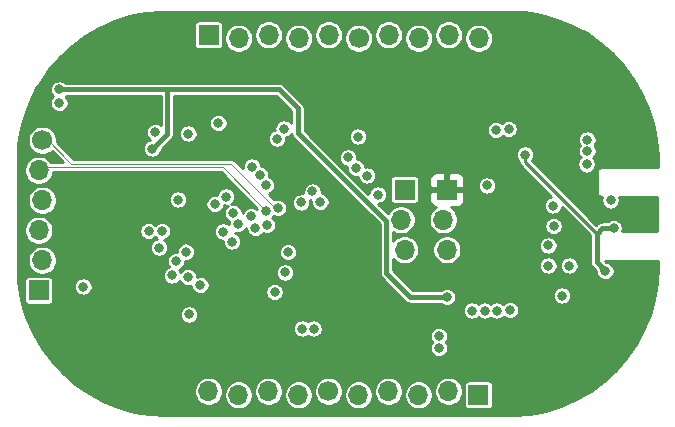
<source format=gbr>
%TF.GenerationSoftware,KiCad,Pcbnew,(5.1.6)-1*%
%TF.CreationDate,2021-01-10T13:33:15-07:00*%
%TF.ProjectId,AltoidsSmall,416c746f-6964-4735-936d-616c6c2e6b69,rev?*%
%TF.SameCoordinates,Original*%
%TF.FileFunction,Copper,L3,Inr*%
%TF.FilePolarity,Positive*%
%FSLAX46Y46*%
G04 Gerber Fmt 4.6, Leading zero omitted, Abs format (unit mm)*
G04 Created by KiCad (PCBNEW (5.1.6)-1) date 2021-01-10 13:33:15*
%MOMM*%
%LPD*%
G01*
G04 APERTURE LIST*
%TA.AperFunction,ViaPad*%
%ADD10C,1.700000*%
%TD*%
%TA.AperFunction,ViaPad*%
%ADD11O,1.700000X1.700000*%
%TD*%
%TA.AperFunction,ViaPad*%
%ADD12R,1.700000X1.700000*%
%TD*%
%TA.AperFunction,ViaPad*%
%ADD13C,0.800000*%
%TD*%
%TA.AperFunction,Conductor*%
%ADD14C,0.381000*%
%TD*%
%TA.AperFunction,Conductor*%
%ADD15C,0.254000*%
%TD*%
%TA.AperFunction,Conductor*%
%ADD16C,0.101600*%
%TD*%
G04 APERTURE END LIST*
D10*
%TO.N,/DAC/ADC1*%
%TO.C,J5*%
X121500900Y-111312000D03*
D11*
%TO.N,/DAC/ADC0*%
X121196100Y-113852000D03*
D12*
%TO.N,Net-(J5-Pad1)*%
X121196100Y-124012000D03*
D11*
%TO.N,Net-(J5-Pad4)*%
X121500900Y-116392000D03*
%TO.N,Net-(J5-Pad3)*%
X121196100Y-118932000D03*
%TO.N,Net-(J5-Pad2)*%
X121500900Y-121472000D03*
%TD*%
D12*
%TO.N,+3V3*%
%TO.C,J4*%
X155752800Y-115490001D03*
D11*
%TO.N,GND*%
X155752800Y-120570001D03*
%TO.N,/MCU/SWD_TRACE*%
X155448000Y-118030001D03*
%TD*%
D12*
%TO.N,Net-(J3-Pad1)*%
%TO.C,J3*%
X152172901Y-115490001D03*
D11*
%TO.N,/MCU/~RST*%
X152172901Y-120570001D03*
%TO.N,Net-(J3-Pad2)*%
X151868101Y-118030001D03*
%TD*%
%TO.N,Net-(J2-Pad10)*%
%TO.C,J2*%
X135569000Y-132562600D03*
%TO.N,Net-(J2-Pad7)*%
X143189000Y-132867400D03*
%TO.N,Net-(J2-Pad8)*%
X140649000Y-132562600D03*
%TO.N,Net-(J2-Pad9)*%
X138109000Y-132867400D03*
D10*
%TO.N,Net-(J2-Pad6)*%
X145729000Y-132562600D03*
D11*
%TO.N,Net-(J2-Pad5)*%
X148269000Y-132867400D03*
D12*
%TO.N,Net-(J2-Pad1)*%
X158429000Y-132867400D03*
D11*
%TO.N,Net-(J2-Pad4)*%
X150809000Y-132562600D03*
%TO.N,Net-(J2-Pad3)*%
X153349000Y-132867400D03*
%TO.N,Net-(J2-Pad2)*%
X155889000Y-132562600D03*
%TD*%
%TO.N,Net-(J1-Pad10)*%
%TO.C,J1*%
X158432500Y-102679500D03*
%TO.N,Net-(J1-Pad7)*%
X150812500Y-102374700D03*
%TO.N,Net-(J1-Pad8)*%
X153352500Y-102679500D03*
%TO.N,Net-(J1-Pad9)*%
X155892500Y-102374700D03*
D10*
%TO.N,Net-(J1-Pad6)*%
X148272500Y-102679500D03*
D11*
%TO.N,/DAC/SDA*%
X145732500Y-102374700D03*
D12*
%TO.N,Net-(J1-Pad1)*%
X135572500Y-102374700D03*
D11*
%TO.N,/DAC/SCL*%
X143192500Y-102679500D03*
%TO.N,Net-(J1-Pad3)*%
X140652500Y-102374700D03*
%TO.N,Net-(J1-Pad2)*%
X138112500Y-102679500D03*
%TD*%
D13*
%TO.N,GND*%
X143510000Y-127254000D03*
X144462500Y-127254000D03*
X124968000Y-123698000D03*
X136398000Y-109855000D03*
X130492500Y-118999000D03*
X131635500Y-118999000D03*
X132969000Y-116332000D03*
X165481000Y-124460000D03*
X159893000Y-110426500D03*
X160972500Y-110363000D03*
X167576500Y-113347500D03*
X167640000Y-111252000D03*
X167640000Y-112204500D03*
X164338000Y-120205500D03*
X166116000Y-121920000D03*
X164338000Y-121920000D03*
X159131000Y-115125500D03*
X169608500Y-116395500D03*
X157861000Y-125730000D03*
X158940500Y-125730000D03*
X159956500Y-125730000D03*
X161099500Y-125666500D03*
X155067000Y-128905000D03*
X155067000Y-127889000D03*
X140522036Y-118486272D03*
X141160500Y-124142500D03*
X142303507Y-120786326D03*
X142049500Y-122491500D03*
%TO.N,+3V3*%
X127762000Y-108077000D03*
X130429000Y-114617500D03*
X140589000Y-108585000D03*
X140081000Y-126111000D03*
X165163500Y-109601000D03*
X167386000Y-129921000D03*
X167386000Y-128905000D03*
X165798500Y-129921000D03*
X165798500Y-128905000D03*
X164211000Y-129921000D03*
X163195000Y-129921000D03*
X164211000Y-128905000D03*
X163195000Y-128905000D03*
X164211000Y-127444500D03*
X163131500Y-127444500D03*
X159829500Y-119126000D03*
X155384500Y-110236000D03*
X162242500Y-124460000D03*
%TO.N,VDDA*%
X122936000Y-108140500D03*
%TO.N,+3V3*%
X133096000Y-127762000D03*
X144589500Y-118300500D03*
%TO.N,Net-(R4-Pad1)*%
X133908423Y-126053422D03*
X133809869Y-122887869D03*
%TO.N,Net-(J1-Pad10)*%
X140409248Y-115117032D03*
%TO.N,Net-(J1-Pad7)*%
X141365904Y-111159334D03*
%TO.N,Net-(J1-Pad8)*%
X139230281Y-113531104D03*
%TO.N,Net-(J1-Pad9)*%
X139943421Y-114232143D03*
%TO.N,Net-(J1-Pad6)*%
X141938193Y-110315193D03*
%TO.N,Net-(J1-Pad1)*%
X133647872Y-120739752D03*
%TO.N,Net-(J1-Pad3)*%
X132461000Y-122745500D03*
%TO.N,Net-(J1-Pad2)*%
X132831183Y-121528183D03*
%TO.N,Net-(J2-Pad10)*%
X131381500Y-120396000D03*
%TO.N,Net-(J2-Pad7)*%
X139548805Y-118716152D03*
%TO.N,Net-(J2-Pad8)*%
X139168797Y-117729000D03*
%TO.N,Net-(J2-Pad9)*%
X138054488Y-118413326D03*
%TO.N,Net-(J2-Pad6)*%
X148209000Y-110998000D03*
%TO.N,Net-(J2-Pad5)*%
X147367443Y-112759943D03*
%TO.N,Net-(J2-Pad4)*%
X148082000Y-113665000D03*
%TO.N,Net-(J2-Pad3)*%
X148971000Y-114300000D03*
%TO.N,Net-(J2-Pad2)*%
X149891611Y-115908050D03*
%TO.N,Net-(J3-Pad1)*%
X137063800Y-116068460D03*
X144372461Y-115636510D03*
%TO.N,Net-(J3-Pad2)*%
X136096310Y-116719270D03*
X145037964Y-116506690D03*
%TO.N,/MCU/SWD_TRACE*%
X137668000Y-117475000D03*
X143424259Y-116571880D03*
%TO.N,VBUS*%
X169862500Y-118755000D03*
X169164000Y-122364500D03*
X162369500Y-112522000D03*
%TO.N,/DAC/SDA*%
X134874000Y-123571000D03*
X137541000Y-119888000D03*
%TO.N,/DAC/SCL*%
X136783189Y-119034574D03*
%TO.N,/DAC/ADC1*%
X141423673Y-117027320D03*
%TO.N,/DAC/ADC0*%
X140454799Y-117274925D03*
%TO.N,/DAC/~LDAC*%
X133858000Y-110744000D03*
X131064000Y-110617000D03*
%TO.N,/USB2FTDI/DR-*%
X164719000Y-116840000D03*
X164782500Y-118554500D03*
%TO.N,VDDA*%
X155765500Y-124587000D03*
X122936000Y-106997500D03*
X130810000Y-112014000D03*
%TD*%
D14*
%TO.N,VBUS*%
X168430990Y-121631490D02*
X169164000Y-122364500D01*
X168430990Y-119207891D02*
X168430990Y-121631490D01*
X168883881Y-118755000D02*
X168430990Y-119207891D01*
X169862500Y-118755000D02*
X169090500Y-118755000D01*
X169090500Y-118755000D02*
X168883881Y-118755000D01*
D15*
X163142099Y-113919000D02*
X168430990Y-119207891D01*
X162369500Y-113146401D02*
X163142099Y-113919000D01*
X162369500Y-112522000D02*
X162369500Y-113146401D01*
D16*
%TO.N,/DAC/ADC1*%
X141237848Y-117027320D02*
X141423673Y-117027320D01*
X121729500Y-111125000D02*
X121729500Y-111061500D01*
X137510417Y-113299889D02*
X141237848Y-117027320D01*
X123967889Y-113299889D02*
X137510417Y-113299889D01*
X121729500Y-111061500D02*
X123967889Y-113299889D01*
%TO.N,/DAC/ADC0*%
X140054800Y-116874926D02*
X140454799Y-117274925D01*
X136781374Y-113601500D02*
X140054800Y-116874926D01*
X121412000Y-113601500D02*
X136781374Y-113601500D01*
D14*
%TO.N,VDDA*%
X155765500Y-124587000D02*
X152654000Y-124587000D01*
X150627600Y-122560600D02*
X150627600Y-118179100D01*
X152654000Y-124587000D02*
X150627600Y-122560600D01*
X150627600Y-118179100D02*
X143129000Y-110680500D01*
X143129000Y-110680500D02*
X143129000Y-108585000D01*
X143129000Y-108585000D02*
X141541500Y-106997500D01*
X132080000Y-110744000D02*
X130810000Y-112014000D01*
X132080000Y-106997500D02*
X132080000Y-110744000D01*
X141541500Y-106997500D02*
X132080000Y-106997500D01*
X132080000Y-106997500D02*
X122936000Y-106997500D01*
%TD*%
D15*
%TO.N,+3V3*%
G36*
X162381933Y-100482668D02*
G01*
X163747156Y-100709902D01*
X165079216Y-101085582D01*
X166362002Y-101605164D01*
X167580023Y-102262372D01*
X168718574Y-103049273D01*
X169763898Y-103956359D01*
X170703373Y-104972677D01*
X171525640Y-106085937D01*
X172220787Y-107282720D01*
X172780408Y-108548559D01*
X173197740Y-109868146D01*
X173467750Y-111225577D01*
X173587861Y-112612392D01*
X173593968Y-113001128D01*
X173588112Y-113576500D01*
X168866441Y-113576500D01*
X168846500Y-113574536D01*
X168826560Y-113576500D01*
X168826559Y-113576500D01*
X168766910Y-113582375D01*
X168690379Y-113605590D01*
X168619847Y-113643290D01*
X168558026Y-113694026D01*
X168507290Y-113755847D01*
X168469590Y-113826379D01*
X168446375Y-113902910D01*
X168438536Y-113982500D01*
X168440501Y-114002451D01*
X168440500Y-115423059D01*
X168440500Y-115677059D01*
X168438536Y-115697000D01*
X168446375Y-115776590D01*
X168469590Y-115853121D01*
X168507290Y-115923653D01*
X168557614Y-115984972D01*
X168558026Y-115985474D01*
X168619847Y-116036210D01*
X168690379Y-116073910D01*
X168766910Y-116097125D01*
X168846500Y-116104964D01*
X168866440Y-116103000D01*
X168884309Y-116103000D01*
X168857513Y-116167691D01*
X168827500Y-116318578D01*
X168827500Y-116472422D01*
X168857513Y-116623309D01*
X168916387Y-116765442D01*
X169001858Y-116893359D01*
X169110641Y-117002142D01*
X169238558Y-117087613D01*
X169380691Y-117146487D01*
X169531578Y-117176500D01*
X169685422Y-117176500D01*
X169836309Y-117146487D01*
X169978442Y-117087613D01*
X170106359Y-117002142D01*
X170215142Y-116893359D01*
X170300613Y-116765442D01*
X170359487Y-116623309D01*
X170389500Y-116472422D01*
X170389500Y-116318578D01*
X170359487Y-116167691D01*
X170332691Y-116103000D01*
X173520500Y-116103000D01*
X173520501Y-118974000D01*
X170615239Y-118974000D01*
X170643500Y-118831922D01*
X170643500Y-118678078D01*
X170613487Y-118527191D01*
X170554613Y-118385058D01*
X170469142Y-118257141D01*
X170360359Y-118148358D01*
X170232442Y-118062887D01*
X170090309Y-118004013D01*
X169939422Y-117974000D01*
X169785578Y-117974000D01*
X169634691Y-118004013D01*
X169492558Y-118062887D01*
X169364641Y-118148358D01*
X169329499Y-118183500D01*
X168911955Y-118183500D01*
X168883881Y-118180735D01*
X168835327Y-118185517D01*
X168771847Y-118191769D01*
X168664119Y-118224448D01*
X168564836Y-118277516D01*
X168477814Y-118348933D01*
X168459915Y-118370743D01*
X168386089Y-118444569D01*
X163518954Y-113577435D01*
X163518949Y-113577429D01*
X163212098Y-113270578D01*
X166795500Y-113270578D01*
X166795500Y-113424422D01*
X166825513Y-113575309D01*
X166884387Y-113717442D01*
X166969858Y-113845359D01*
X167078641Y-113954142D01*
X167206558Y-114039613D01*
X167348691Y-114098487D01*
X167499578Y-114128500D01*
X167653422Y-114128500D01*
X167804309Y-114098487D01*
X167946442Y-114039613D01*
X168074359Y-113954142D01*
X168183142Y-113845359D01*
X168268613Y-113717442D01*
X168327487Y-113575309D01*
X168357500Y-113424422D01*
X168357500Y-113270578D01*
X168327487Y-113119691D01*
X168268613Y-112977558D01*
X168183142Y-112849641D01*
X168141251Y-112807750D01*
X168246642Y-112702359D01*
X168332113Y-112574442D01*
X168390987Y-112432309D01*
X168421000Y-112281422D01*
X168421000Y-112127578D01*
X168390987Y-111976691D01*
X168332113Y-111834558D01*
X168261081Y-111728250D01*
X168332113Y-111621942D01*
X168390987Y-111479809D01*
X168421000Y-111328922D01*
X168421000Y-111175078D01*
X168390987Y-111024191D01*
X168332113Y-110882058D01*
X168246642Y-110754141D01*
X168137859Y-110645358D01*
X168009942Y-110559887D01*
X167867809Y-110501013D01*
X167716922Y-110471000D01*
X167563078Y-110471000D01*
X167412191Y-110501013D01*
X167270058Y-110559887D01*
X167142141Y-110645358D01*
X167033358Y-110754141D01*
X166947887Y-110882058D01*
X166889013Y-111024191D01*
X166859000Y-111175078D01*
X166859000Y-111328922D01*
X166889013Y-111479809D01*
X166947887Y-111621942D01*
X167018919Y-111728250D01*
X166947887Y-111834558D01*
X166889013Y-111976691D01*
X166859000Y-112127578D01*
X166859000Y-112281422D01*
X166889013Y-112432309D01*
X166947887Y-112574442D01*
X167033358Y-112702359D01*
X167075249Y-112744250D01*
X166969858Y-112849641D01*
X166884387Y-112977558D01*
X166825513Y-113119691D01*
X166795500Y-113270578D01*
X163212098Y-113270578D01*
X162968760Y-113027241D01*
X162976142Y-113019859D01*
X163061613Y-112891942D01*
X163120487Y-112749809D01*
X163150500Y-112598922D01*
X163150500Y-112445078D01*
X163120487Y-112294191D01*
X163061613Y-112152058D01*
X162976142Y-112024141D01*
X162867359Y-111915358D01*
X162739442Y-111829887D01*
X162597309Y-111771013D01*
X162446422Y-111741000D01*
X162292578Y-111741000D01*
X162141691Y-111771013D01*
X161999558Y-111829887D01*
X161871641Y-111915358D01*
X161762858Y-112024141D01*
X161677387Y-112152058D01*
X161618513Y-112294191D01*
X161588500Y-112445078D01*
X161588500Y-112598922D01*
X161618513Y-112749809D01*
X161677387Y-112891942D01*
X161762858Y-113019859D01*
X161861501Y-113118502D01*
X161861501Y-113121447D01*
X161859043Y-113146401D01*
X161864386Y-113200640D01*
X161868852Y-113245986D01*
X161886147Y-113303000D01*
X161897900Y-113341744D01*
X161945071Y-113429996D01*
X161987057Y-113481156D01*
X162008553Y-113507349D01*
X162027930Y-113523251D01*
X162800528Y-114295850D01*
X162800534Y-114295855D01*
X164576686Y-116072007D01*
X164491191Y-116089013D01*
X164349058Y-116147887D01*
X164221141Y-116233358D01*
X164112358Y-116342141D01*
X164026887Y-116470058D01*
X163968013Y-116612191D01*
X163938000Y-116763078D01*
X163938000Y-116916922D01*
X163968013Y-117067809D01*
X164026887Y-117209942D01*
X164112358Y-117337859D01*
X164221141Y-117446642D01*
X164349058Y-117532113D01*
X164491191Y-117590987D01*
X164642078Y-117621000D01*
X164795922Y-117621000D01*
X164946809Y-117590987D01*
X165088942Y-117532113D01*
X165216859Y-117446642D01*
X165325642Y-117337859D01*
X165411113Y-117209942D01*
X165469987Y-117067809D01*
X165486993Y-116982314D01*
X167859490Y-119354812D01*
X167859491Y-121603406D01*
X167856725Y-121631490D01*
X167867759Y-121743523D01*
X167900438Y-121851251D01*
X167952748Y-121949115D01*
X167953507Y-121950535D01*
X168024924Y-122037557D01*
X168046734Y-122055456D01*
X168383000Y-122391722D01*
X168383000Y-122441422D01*
X168413013Y-122592309D01*
X168471887Y-122734442D01*
X168557358Y-122862359D01*
X168666141Y-122971142D01*
X168794058Y-123056613D01*
X168936191Y-123115487D01*
X169087078Y-123145500D01*
X169240922Y-123145500D01*
X169391809Y-123115487D01*
X169533942Y-123056613D01*
X169661859Y-122971142D01*
X169770642Y-122862359D01*
X169856113Y-122734442D01*
X169914987Y-122592309D01*
X169945000Y-122441422D01*
X169945000Y-122287578D01*
X169914987Y-122136691D01*
X169856113Y-121994558D01*
X169770642Y-121866641D01*
X169661859Y-121757858D01*
X169533942Y-121672387D01*
X169391809Y-121613513D01*
X169240922Y-121583500D01*
X169191222Y-121583500D01*
X169108222Y-121500500D01*
X173588459Y-121500500D01*
X173593877Y-121991070D01*
X173517332Y-123381933D01*
X173290097Y-124747160D01*
X172914417Y-126079219D01*
X172394836Y-127362002D01*
X171737624Y-128580029D01*
X170950727Y-129718574D01*
X170043641Y-130763898D01*
X169027328Y-131703368D01*
X167914063Y-132525640D01*
X166717276Y-133220789D01*
X165451441Y-133780408D01*
X164131852Y-134197740D01*
X162774424Y-134467750D01*
X161387608Y-134587861D01*
X160996806Y-134594000D01*
X132011171Y-134594000D01*
X130618067Y-134517332D01*
X129252840Y-134290097D01*
X127920781Y-133914417D01*
X126637998Y-133394836D01*
X125419971Y-132737624D01*
X124991309Y-132441357D01*
X134338000Y-132441357D01*
X134338000Y-132683843D01*
X134385307Y-132921669D01*
X134478102Y-133145697D01*
X134612820Y-133347317D01*
X134784283Y-133518780D01*
X134985903Y-133653498D01*
X135209931Y-133746293D01*
X135447757Y-133793600D01*
X135690243Y-133793600D01*
X135928069Y-133746293D01*
X136152097Y-133653498D01*
X136353717Y-133518780D01*
X136525180Y-133347317D01*
X136659898Y-133145697D01*
X136752693Y-132921669D01*
X136787604Y-132746157D01*
X136878000Y-132746157D01*
X136878000Y-132988643D01*
X136925307Y-133226469D01*
X137018102Y-133450497D01*
X137152820Y-133652117D01*
X137324283Y-133823580D01*
X137525903Y-133958298D01*
X137749931Y-134051093D01*
X137987757Y-134098400D01*
X138230243Y-134098400D01*
X138468069Y-134051093D01*
X138692097Y-133958298D01*
X138893717Y-133823580D01*
X139065180Y-133652117D01*
X139199898Y-133450497D01*
X139292693Y-133226469D01*
X139340000Y-132988643D01*
X139340000Y-132746157D01*
X139292693Y-132508331D01*
X139264952Y-132441357D01*
X139418000Y-132441357D01*
X139418000Y-132683843D01*
X139465307Y-132921669D01*
X139558102Y-133145697D01*
X139692820Y-133347317D01*
X139864283Y-133518780D01*
X140065903Y-133653498D01*
X140289931Y-133746293D01*
X140527757Y-133793600D01*
X140770243Y-133793600D01*
X141008069Y-133746293D01*
X141232097Y-133653498D01*
X141433717Y-133518780D01*
X141605180Y-133347317D01*
X141739898Y-133145697D01*
X141832693Y-132921669D01*
X141867604Y-132746157D01*
X141958000Y-132746157D01*
X141958000Y-132988643D01*
X142005307Y-133226469D01*
X142098102Y-133450497D01*
X142232820Y-133652117D01*
X142404283Y-133823580D01*
X142605903Y-133958298D01*
X142829931Y-134051093D01*
X143067757Y-134098400D01*
X143310243Y-134098400D01*
X143548069Y-134051093D01*
X143772097Y-133958298D01*
X143973717Y-133823580D01*
X144145180Y-133652117D01*
X144279898Y-133450497D01*
X144372693Y-133226469D01*
X144420000Y-132988643D01*
X144420000Y-132746157D01*
X144372693Y-132508331D01*
X144344952Y-132441357D01*
X144498000Y-132441357D01*
X144498000Y-132683843D01*
X144545307Y-132921669D01*
X144638102Y-133145697D01*
X144772820Y-133347317D01*
X144944283Y-133518780D01*
X145145903Y-133653498D01*
X145369931Y-133746293D01*
X145607757Y-133793600D01*
X145850243Y-133793600D01*
X146088069Y-133746293D01*
X146312097Y-133653498D01*
X146513717Y-133518780D01*
X146685180Y-133347317D01*
X146819898Y-133145697D01*
X146912693Y-132921669D01*
X146947604Y-132746157D01*
X147038000Y-132746157D01*
X147038000Y-132988643D01*
X147085307Y-133226469D01*
X147178102Y-133450497D01*
X147312820Y-133652117D01*
X147484283Y-133823580D01*
X147685903Y-133958298D01*
X147909931Y-134051093D01*
X148147757Y-134098400D01*
X148390243Y-134098400D01*
X148628069Y-134051093D01*
X148852097Y-133958298D01*
X149053717Y-133823580D01*
X149225180Y-133652117D01*
X149359898Y-133450497D01*
X149452693Y-133226469D01*
X149500000Y-132988643D01*
X149500000Y-132746157D01*
X149452693Y-132508331D01*
X149424952Y-132441357D01*
X149578000Y-132441357D01*
X149578000Y-132683843D01*
X149625307Y-132921669D01*
X149718102Y-133145697D01*
X149852820Y-133347317D01*
X150024283Y-133518780D01*
X150225903Y-133653498D01*
X150449931Y-133746293D01*
X150687757Y-133793600D01*
X150930243Y-133793600D01*
X151168069Y-133746293D01*
X151392097Y-133653498D01*
X151593717Y-133518780D01*
X151765180Y-133347317D01*
X151899898Y-133145697D01*
X151992693Y-132921669D01*
X152027604Y-132746157D01*
X152118000Y-132746157D01*
X152118000Y-132988643D01*
X152165307Y-133226469D01*
X152258102Y-133450497D01*
X152392820Y-133652117D01*
X152564283Y-133823580D01*
X152765903Y-133958298D01*
X152989931Y-134051093D01*
X153227757Y-134098400D01*
X153470243Y-134098400D01*
X153708069Y-134051093D01*
X153932097Y-133958298D01*
X154133717Y-133823580D01*
X154305180Y-133652117D01*
X154439898Y-133450497D01*
X154532693Y-133226469D01*
X154580000Y-132988643D01*
X154580000Y-132746157D01*
X154532693Y-132508331D01*
X154504952Y-132441357D01*
X154658000Y-132441357D01*
X154658000Y-132683843D01*
X154705307Y-132921669D01*
X154798102Y-133145697D01*
X154932820Y-133347317D01*
X155104283Y-133518780D01*
X155305903Y-133653498D01*
X155529931Y-133746293D01*
X155767757Y-133793600D01*
X156010243Y-133793600D01*
X156248069Y-133746293D01*
X156472097Y-133653498D01*
X156673717Y-133518780D01*
X156845180Y-133347317D01*
X156979898Y-133145697D01*
X157072693Y-132921669D01*
X157120000Y-132683843D01*
X157120000Y-132441357D01*
X157072693Y-132203531D01*
X156995596Y-132017400D01*
X157196157Y-132017400D01*
X157196157Y-133717400D01*
X157203513Y-133792089D01*
X157225299Y-133863908D01*
X157260678Y-133930096D01*
X157308289Y-133988111D01*
X157366304Y-134035722D01*
X157432492Y-134071101D01*
X157504311Y-134092887D01*
X157579000Y-134100243D01*
X159279000Y-134100243D01*
X159353689Y-134092887D01*
X159425508Y-134071101D01*
X159491696Y-134035722D01*
X159549711Y-133988111D01*
X159597322Y-133930096D01*
X159632701Y-133863908D01*
X159654487Y-133792089D01*
X159661843Y-133717400D01*
X159661843Y-132017400D01*
X159654487Y-131942711D01*
X159632701Y-131870892D01*
X159597322Y-131804704D01*
X159549711Y-131746689D01*
X159491696Y-131699078D01*
X159425508Y-131663699D01*
X159353689Y-131641913D01*
X159279000Y-131634557D01*
X157579000Y-131634557D01*
X157504311Y-131641913D01*
X157432492Y-131663699D01*
X157366304Y-131699078D01*
X157308289Y-131746689D01*
X157260678Y-131804704D01*
X157225299Y-131870892D01*
X157203513Y-131942711D01*
X157196157Y-132017400D01*
X156995596Y-132017400D01*
X156979898Y-131979503D01*
X156845180Y-131777883D01*
X156673717Y-131606420D01*
X156472097Y-131471702D01*
X156248069Y-131378907D01*
X156010243Y-131331600D01*
X155767757Y-131331600D01*
X155529931Y-131378907D01*
X155305903Y-131471702D01*
X155104283Y-131606420D01*
X154932820Y-131777883D01*
X154798102Y-131979503D01*
X154705307Y-132203531D01*
X154658000Y-132441357D01*
X154504952Y-132441357D01*
X154439898Y-132284303D01*
X154305180Y-132082683D01*
X154133717Y-131911220D01*
X153932097Y-131776502D01*
X153708069Y-131683707D01*
X153470243Y-131636400D01*
X153227757Y-131636400D01*
X152989931Y-131683707D01*
X152765903Y-131776502D01*
X152564283Y-131911220D01*
X152392820Y-132082683D01*
X152258102Y-132284303D01*
X152165307Y-132508331D01*
X152118000Y-132746157D01*
X152027604Y-132746157D01*
X152040000Y-132683843D01*
X152040000Y-132441357D01*
X151992693Y-132203531D01*
X151899898Y-131979503D01*
X151765180Y-131777883D01*
X151593717Y-131606420D01*
X151392097Y-131471702D01*
X151168069Y-131378907D01*
X150930243Y-131331600D01*
X150687757Y-131331600D01*
X150449931Y-131378907D01*
X150225903Y-131471702D01*
X150024283Y-131606420D01*
X149852820Y-131777883D01*
X149718102Y-131979503D01*
X149625307Y-132203531D01*
X149578000Y-132441357D01*
X149424952Y-132441357D01*
X149359898Y-132284303D01*
X149225180Y-132082683D01*
X149053717Y-131911220D01*
X148852097Y-131776502D01*
X148628069Y-131683707D01*
X148390243Y-131636400D01*
X148147757Y-131636400D01*
X147909931Y-131683707D01*
X147685903Y-131776502D01*
X147484283Y-131911220D01*
X147312820Y-132082683D01*
X147178102Y-132284303D01*
X147085307Y-132508331D01*
X147038000Y-132746157D01*
X146947604Y-132746157D01*
X146960000Y-132683843D01*
X146960000Y-132441357D01*
X146912693Y-132203531D01*
X146819898Y-131979503D01*
X146685180Y-131777883D01*
X146513717Y-131606420D01*
X146312097Y-131471702D01*
X146088069Y-131378907D01*
X145850243Y-131331600D01*
X145607757Y-131331600D01*
X145369931Y-131378907D01*
X145145903Y-131471702D01*
X144944283Y-131606420D01*
X144772820Y-131777883D01*
X144638102Y-131979503D01*
X144545307Y-132203531D01*
X144498000Y-132441357D01*
X144344952Y-132441357D01*
X144279898Y-132284303D01*
X144145180Y-132082683D01*
X143973717Y-131911220D01*
X143772097Y-131776502D01*
X143548069Y-131683707D01*
X143310243Y-131636400D01*
X143067757Y-131636400D01*
X142829931Y-131683707D01*
X142605903Y-131776502D01*
X142404283Y-131911220D01*
X142232820Y-132082683D01*
X142098102Y-132284303D01*
X142005307Y-132508331D01*
X141958000Y-132746157D01*
X141867604Y-132746157D01*
X141880000Y-132683843D01*
X141880000Y-132441357D01*
X141832693Y-132203531D01*
X141739898Y-131979503D01*
X141605180Y-131777883D01*
X141433717Y-131606420D01*
X141232097Y-131471702D01*
X141008069Y-131378907D01*
X140770243Y-131331600D01*
X140527757Y-131331600D01*
X140289931Y-131378907D01*
X140065903Y-131471702D01*
X139864283Y-131606420D01*
X139692820Y-131777883D01*
X139558102Y-131979503D01*
X139465307Y-132203531D01*
X139418000Y-132441357D01*
X139264952Y-132441357D01*
X139199898Y-132284303D01*
X139065180Y-132082683D01*
X138893717Y-131911220D01*
X138692097Y-131776502D01*
X138468069Y-131683707D01*
X138230243Y-131636400D01*
X137987757Y-131636400D01*
X137749931Y-131683707D01*
X137525903Y-131776502D01*
X137324283Y-131911220D01*
X137152820Y-132082683D01*
X137018102Y-132284303D01*
X136925307Y-132508331D01*
X136878000Y-132746157D01*
X136787604Y-132746157D01*
X136800000Y-132683843D01*
X136800000Y-132441357D01*
X136752693Y-132203531D01*
X136659898Y-131979503D01*
X136525180Y-131777883D01*
X136353717Y-131606420D01*
X136152097Y-131471702D01*
X135928069Y-131378907D01*
X135690243Y-131331600D01*
X135447757Y-131331600D01*
X135209931Y-131378907D01*
X134985903Y-131471702D01*
X134784283Y-131606420D01*
X134612820Y-131777883D01*
X134478102Y-131979503D01*
X134385307Y-132203531D01*
X134338000Y-132441357D01*
X124991309Y-132441357D01*
X124281426Y-131950727D01*
X123236102Y-131043641D01*
X122296632Y-130027328D01*
X121474360Y-128914063D01*
X120779211Y-127717276D01*
X120540393Y-127177078D01*
X142729000Y-127177078D01*
X142729000Y-127330922D01*
X142759013Y-127481809D01*
X142817887Y-127623942D01*
X142903358Y-127751859D01*
X143012141Y-127860642D01*
X143140058Y-127946113D01*
X143282191Y-128004987D01*
X143433078Y-128035000D01*
X143586922Y-128035000D01*
X143737809Y-128004987D01*
X143879942Y-127946113D01*
X143986250Y-127875081D01*
X144092558Y-127946113D01*
X144234691Y-128004987D01*
X144385578Y-128035000D01*
X144539422Y-128035000D01*
X144690309Y-128004987D01*
X144832442Y-127946113D01*
X144960359Y-127860642D01*
X145008923Y-127812078D01*
X154286000Y-127812078D01*
X154286000Y-127965922D01*
X154316013Y-128116809D01*
X154374887Y-128258942D01*
X154460358Y-128386859D01*
X154470499Y-128397000D01*
X154460358Y-128407141D01*
X154374887Y-128535058D01*
X154316013Y-128677191D01*
X154286000Y-128828078D01*
X154286000Y-128981922D01*
X154316013Y-129132809D01*
X154374887Y-129274942D01*
X154460358Y-129402859D01*
X154569141Y-129511642D01*
X154697058Y-129597113D01*
X154839191Y-129655987D01*
X154990078Y-129686000D01*
X155143922Y-129686000D01*
X155294809Y-129655987D01*
X155436942Y-129597113D01*
X155564859Y-129511642D01*
X155673642Y-129402859D01*
X155759113Y-129274942D01*
X155817987Y-129132809D01*
X155848000Y-128981922D01*
X155848000Y-128828078D01*
X155817987Y-128677191D01*
X155759113Y-128535058D01*
X155673642Y-128407141D01*
X155663501Y-128397000D01*
X155673642Y-128386859D01*
X155759113Y-128258942D01*
X155817987Y-128116809D01*
X155848000Y-127965922D01*
X155848000Y-127812078D01*
X155817987Y-127661191D01*
X155759113Y-127519058D01*
X155673642Y-127391141D01*
X155564859Y-127282358D01*
X155436942Y-127196887D01*
X155294809Y-127138013D01*
X155143922Y-127108000D01*
X154990078Y-127108000D01*
X154839191Y-127138013D01*
X154697058Y-127196887D01*
X154569141Y-127282358D01*
X154460358Y-127391141D01*
X154374887Y-127519058D01*
X154316013Y-127661191D01*
X154286000Y-127812078D01*
X145008923Y-127812078D01*
X145069142Y-127751859D01*
X145154613Y-127623942D01*
X145213487Y-127481809D01*
X145243500Y-127330922D01*
X145243500Y-127177078D01*
X145213487Y-127026191D01*
X145154613Y-126884058D01*
X145069142Y-126756141D01*
X144960359Y-126647358D01*
X144832442Y-126561887D01*
X144690309Y-126503013D01*
X144539422Y-126473000D01*
X144385578Y-126473000D01*
X144234691Y-126503013D01*
X144092558Y-126561887D01*
X143986250Y-126632919D01*
X143879942Y-126561887D01*
X143737809Y-126503013D01*
X143586922Y-126473000D01*
X143433078Y-126473000D01*
X143282191Y-126503013D01*
X143140058Y-126561887D01*
X143012141Y-126647358D01*
X142903358Y-126756141D01*
X142817887Y-126884058D01*
X142759013Y-127026191D01*
X142729000Y-127177078D01*
X120540393Y-127177078D01*
X120219592Y-126451441D01*
X120069388Y-125976500D01*
X133127423Y-125976500D01*
X133127423Y-126130344D01*
X133157436Y-126281231D01*
X133216310Y-126423364D01*
X133301781Y-126551281D01*
X133410564Y-126660064D01*
X133538481Y-126745535D01*
X133680614Y-126804409D01*
X133831501Y-126834422D01*
X133985345Y-126834422D01*
X134136232Y-126804409D01*
X134278365Y-126745535D01*
X134406282Y-126660064D01*
X134515065Y-126551281D01*
X134600536Y-126423364D01*
X134659410Y-126281231D01*
X134689423Y-126130344D01*
X134689423Y-125976500D01*
X134659410Y-125825613D01*
X134600536Y-125683480D01*
X134580223Y-125653078D01*
X157080000Y-125653078D01*
X157080000Y-125806922D01*
X157110013Y-125957809D01*
X157168887Y-126099942D01*
X157254358Y-126227859D01*
X157363141Y-126336642D01*
X157491058Y-126422113D01*
X157633191Y-126480987D01*
X157784078Y-126511000D01*
X157937922Y-126511000D01*
X158088809Y-126480987D01*
X158230942Y-126422113D01*
X158358859Y-126336642D01*
X158400750Y-126294751D01*
X158442641Y-126336642D01*
X158570558Y-126422113D01*
X158712691Y-126480987D01*
X158863578Y-126511000D01*
X159017422Y-126511000D01*
X159168309Y-126480987D01*
X159310442Y-126422113D01*
X159438359Y-126336642D01*
X159448500Y-126326501D01*
X159458641Y-126336642D01*
X159586558Y-126422113D01*
X159728691Y-126480987D01*
X159879578Y-126511000D01*
X160033422Y-126511000D01*
X160184309Y-126480987D01*
X160326442Y-126422113D01*
X160454359Y-126336642D01*
X160559750Y-126231251D01*
X160601641Y-126273142D01*
X160729558Y-126358613D01*
X160871691Y-126417487D01*
X161022578Y-126447500D01*
X161176422Y-126447500D01*
X161327309Y-126417487D01*
X161469442Y-126358613D01*
X161597359Y-126273142D01*
X161706142Y-126164359D01*
X161791613Y-126036442D01*
X161850487Y-125894309D01*
X161880500Y-125743422D01*
X161880500Y-125589578D01*
X161850487Y-125438691D01*
X161791613Y-125296558D01*
X161706142Y-125168641D01*
X161597359Y-125059858D01*
X161469442Y-124974387D01*
X161327309Y-124915513D01*
X161176422Y-124885500D01*
X161022578Y-124885500D01*
X160871691Y-124915513D01*
X160729558Y-124974387D01*
X160601641Y-125059858D01*
X160496250Y-125165249D01*
X160454359Y-125123358D01*
X160326442Y-125037887D01*
X160184309Y-124979013D01*
X160033422Y-124949000D01*
X159879578Y-124949000D01*
X159728691Y-124979013D01*
X159586558Y-125037887D01*
X159458641Y-125123358D01*
X159448500Y-125133499D01*
X159438359Y-125123358D01*
X159310442Y-125037887D01*
X159168309Y-124979013D01*
X159017422Y-124949000D01*
X158863578Y-124949000D01*
X158712691Y-124979013D01*
X158570558Y-125037887D01*
X158442641Y-125123358D01*
X158400750Y-125165249D01*
X158358859Y-125123358D01*
X158230942Y-125037887D01*
X158088809Y-124979013D01*
X157937922Y-124949000D01*
X157784078Y-124949000D01*
X157633191Y-124979013D01*
X157491058Y-125037887D01*
X157363141Y-125123358D01*
X157254358Y-125232141D01*
X157168887Y-125360058D01*
X157110013Y-125502191D01*
X157080000Y-125653078D01*
X134580223Y-125653078D01*
X134515065Y-125555563D01*
X134406282Y-125446780D01*
X134278365Y-125361309D01*
X134136232Y-125302435D01*
X133985345Y-125272422D01*
X133831501Y-125272422D01*
X133680614Y-125302435D01*
X133538481Y-125361309D01*
X133410564Y-125446780D01*
X133301781Y-125555563D01*
X133216310Y-125683480D01*
X133157436Y-125825613D01*
X133127423Y-125976500D01*
X120069388Y-125976500D01*
X119802260Y-125131852D01*
X119532250Y-123774424D01*
X119479209Y-123162000D01*
X119963257Y-123162000D01*
X119963257Y-124862000D01*
X119970613Y-124936689D01*
X119992399Y-125008508D01*
X120027778Y-125074696D01*
X120075389Y-125132711D01*
X120133404Y-125180322D01*
X120199592Y-125215701D01*
X120271411Y-125237487D01*
X120346100Y-125244843D01*
X122046100Y-125244843D01*
X122120789Y-125237487D01*
X122192608Y-125215701D01*
X122258796Y-125180322D01*
X122316811Y-125132711D01*
X122364422Y-125074696D01*
X122399801Y-125008508D01*
X122421587Y-124936689D01*
X122428943Y-124862000D01*
X122428943Y-123621078D01*
X124187000Y-123621078D01*
X124187000Y-123774922D01*
X124217013Y-123925809D01*
X124275887Y-124067942D01*
X124361358Y-124195859D01*
X124470141Y-124304642D01*
X124598058Y-124390113D01*
X124740191Y-124448987D01*
X124891078Y-124479000D01*
X125044922Y-124479000D01*
X125195809Y-124448987D01*
X125337942Y-124390113D01*
X125465859Y-124304642D01*
X125574642Y-124195859D01*
X125660113Y-124067942D01*
X125718987Y-123925809D01*
X125749000Y-123774922D01*
X125749000Y-123621078D01*
X125718987Y-123470191D01*
X125660113Y-123328058D01*
X125574642Y-123200141D01*
X125465859Y-123091358D01*
X125337942Y-123005887D01*
X125195809Y-122947013D01*
X125044922Y-122917000D01*
X124891078Y-122917000D01*
X124740191Y-122947013D01*
X124598058Y-123005887D01*
X124470141Y-123091358D01*
X124361358Y-123200141D01*
X124275887Y-123328058D01*
X124217013Y-123470191D01*
X124187000Y-123621078D01*
X122428943Y-123621078D01*
X122428943Y-123162000D01*
X122421587Y-123087311D01*
X122399801Y-123015492D01*
X122364422Y-122949304D01*
X122316811Y-122891289D01*
X122258796Y-122843678D01*
X122192608Y-122808299D01*
X122120789Y-122786513D01*
X122046100Y-122779157D01*
X120346100Y-122779157D01*
X120271411Y-122786513D01*
X120199592Y-122808299D01*
X120133404Y-122843678D01*
X120075389Y-122891289D01*
X120027778Y-122949304D01*
X119992399Y-123015492D01*
X119970613Y-123087311D01*
X119963257Y-123162000D01*
X119479209Y-123162000D01*
X119412139Y-122387608D01*
X119406000Y-121996806D01*
X119406000Y-121350757D01*
X120269900Y-121350757D01*
X120269900Y-121593243D01*
X120317207Y-121831069D01*
X120410002Y-122055097D01*
X120544720Y-122256717D01*
X120716183Y-122428180D01*
X120917803Y-122562898D01*
X121141831Y-122655693D01*
X121379657Y-122703000D01*
X121622143Y-122703000D01*
X121795192Y-122668578D01*
X131680000Y-122668578D01*
X131680000Y-122822422D01*
X131710013Y-122973309D01*
X131768887Y-123115442D01*
X131854358Y-123243359D01*
X131963141Y-123352142D01*
X132091058Y-123437613D01*
X132233191Y-123496487D01*
X132384078Y-123526500D01*
X132537922Y-123526500D01*
X132688809Y-123496487D01*
X132830942Y-123437613D01*
X132958859Y-123352142D01*
X133067642Y-123243359D01*
X133094883Y-123202590D01*
X133117756Y-123257811D01*
X133203227Y-123385728D01*
X133312010Y-123494511D01*
X133439927Y-123579982D01*
X133582060Y-123638856D01*
X133732947Y-123668869D01*
X133886791Y-123668869D01*
X134037678Y-123638856D01*
X134093000Y-123615941D01*
X134093000Y-123647922D01*
X134123013Y-123798809D01*
X134181887Y-123940942D01*
X134267358Y-124068859D01*
X134376141Y-124177642D01*
X134504058Y-124263113D01*
X134646191Y-124321987D01*
X134797078Y-124352000D01*
X134950922Y-124352000D01*
X135101809Y-124321987D01*
X135243942Y-124263113D01*
X135371859Y-124177642D01*
X135480642Y-124068859D01*
X135482834Y-124065578D01*
X140379500Y-124065578D01*
X140379500Y-124219422D01*
X140409513Y-124370309D01*
X140468387Y-124512442D01*
X140553858Y-124640359D01*
X140662641Y-124749142D01*
X140790558Y-124834613D01*
X140932691Y-124893487D01*
X141083578Y-124923500D01*
X141237422Y-124923500D01*
X141388309Y-124893487D01*
X141530442Y-124834613D01*
X141658359Y-124749142D01*
X141767142Y-124640359D01*
X141852613Y-124512442D01*
X141911487Y-124370309D01*
X141941500Y-124219422D01*
X141941500Y-124065578D01*
X141911487Y-123914691D01*
X141852613Y-123772558D01*
X141767142Y-123644641D01*
X141658359Y-123535858D01*
X141530442Y-123450387D01*
X141388309Y-123391513D01*
X141237422Y-123361500D01*
X141083578Y-123361500D01*
X140932691Y-123391513D01*
X140790558Y-123450387D01*
X140662641Y-123535858D01*
X140553858Y-123644641D01*
X140468387Y-123772558D01*
X140409513Y-123914691D01*
X140379500Y-124065578D01*
X135482834Y-124065578D01*
X135566113Y-123940942D01*
X135624987Y-123798809D01*
X135655000Y-123647922D01*
X135655000Y-123494078D01*
X135624987Y-123343191D01*
X135566113Y-123201058D01*
X135480642Y-123073141D01*
X135371859Y-122964358D01*
X135243942Y-122878887D01*
X135101809Y-122820013D01*
X134950922Y-122790000D01*
X134797078Y-122790000D01*
X134646191Y-122820013D01*
X134590869Y-122842928D01*
X134590869Y-122810947D01*
X134560856Y-122660060D01*
X134501982Y-122517927D01*
X134432927Y-122414578D01*
X141268500Y-122414578D01*
X141268500Y-122568422D01*
X141298513Y-122719309D01*
X141357387Y-122861442D01*
X141442858Y-122989359D01*
X141551641Y-123098142D01*
X141679558Y-123183613D01*
X141821691Y-123242487D01*
X141972578Y-123272500D01*
X142126422Y-123272500D01*
X142277309Y-123242487D01*
X142419442Y-123183613D01*
X142547359Y-123098142D01*
X142656142Y-122989359D01*
X142741613Y-122861442D01*
X142800487Y-122719309D01*
X142830500Y-122568422D01*
X142830500Y-122414578D01*
X142800487Y-122263691D01*
X142741613Y-122121558D01*
X142656142Y-121993641D01*
X142547359Y-121884858D01*
X142419442Y-121799387D01*
X142277309Y-121740513D01*
X142126422Y-121710500D01*
X141972578Y-121710500D01*
X141821691Y-121740513D01*
X141679558Y-121799387D01*
X141551641Y-121884858D01*
X141442858Y-121993641D01*
X141357387Y-122121558D01*
X141298513Y-122263691D01*
X141268500Y-122414578D01*
X134432927Y-122414578D01*
X134416511Y-122390010D01*
X134307728Y-122281227D01*
X134179811Y-122195756D01*
X134037678Y-122136882D01*
X133886791Y-122106869D01*
X133732947Y-122106869D01*
X133582060Y-122136882D01*
X133439927Y-122195756D01*
X133312010Y-122281227D01*
X133203227Y-122390010D01*
X133175986Y-122430779D01*
X133153113Y-122375558D01*
X133082267Y-122269529D01*
X133201125Y-122220296D01*
X133329042Y-122134825D01*
X133437825Y-122026042D01*
X133523296Y-121898125D01*
X133582170Y-121755992D01*
X133612183Y-121605105D01*
X133612183Y-121520752D01*
X133724794Y-121520752D01*
X133875681Y-121490739D01*
X134017814Y-121431865D01*
X134145731Y-121346394D01*
X134254514Y-121237611D01*
X134339985Y-121109694D01*
X134398859Y-120967561D01*
X134428872Y-120816674D01*
X134428872Y-120709404D01*
X141522507Y-120709404D01*
X141522507Y-120863248D01*
X141552520Y-121014135D01*
X141611394Y-121156268D01*
X141696865Y-121284185D01*
X141805648Y-121392968D01*
X141933565Y-121478439D01*
X142075698Y-121537313D01*
X142226585Y-121567326D01*
X142380429Y-121567326D01*
X142531316Y-121537313D01*
X142673449Y-121478439D01*
X142801366Y-121392968D01*
X142910149Y-121284185D01*
X142995620Y-121156268D01*
X143054494Y-121014135D01*
X143084507Y-120863248D01*
X143084507Y-120709404D01*
X143054494Y-120558517D01*
X142995620Y-120416384D01*
X142910149Y-120288467D01*
X142801366Y-120179684D01*
X142673449Y-120094213D01*
X142531316Y-120035339D01*
X142380429Y-120005326D01*
X142226585Y-120005326D01*
X142075698Y-120035339D01*
X141933565Y-120094213D01*
X141805648Y-120179684D01*
X141696865Y-120288467D01*
X141611394Y-120416384D01*
X141552520Y-120558517D01*
X141522507Y-120709404D01*
X134428872Y-120709404D01*
X134428872Y-120662830D01*
X134398859Y-120511943D01*
X134339985Y-120369810D01*
X134254514Y-120241893D01*
X134145731Y-120133110D01*
X134017814Y-120047639D01*
X133875681Y-119988765D01*
X133724794Y-119958752D01*
X133570950Y-119958752D01*
X133420063Y-119988765D01*
X133277930Y-120047639D01*
X133150013Y-120133110D01*
X133041230Y-120241893D01*
X132955759Y-120369810D01*
X132896885Y-120511943D01*
X132866872Y-120662830D01*
X132866872Y-120747183D01*
X132754261Y-120747183D01*
X132603374Y-120777196D01*
X132461241Y-120836070D01*
X132333324Y-120921541D01*
X132224541Y-121030324D01*
X132139070Y-121158241D01*
X132080196Y-121300374D01*
X132050183Y-121451261D01*
X132050183Y-121605105D01*
X132080196Y-121755992D01*
X132139070Y-121898125D01*
X132209916Y-122004154D01*
X132091058Y-122053387D01*
X131963141Y-122138858D01*
X131854358Y-122247641D01*
X131768887Y-122375558D01*
X131710013Y-122517691D01*
X131680000Y-122668578D01*
X121795192Y-122668578D01*
X121859969Y-122655693D01*
X122083997Y-122562898D01*
X122285617Y-122428180D01*
X122457080Y-122256717D01*
X122591798Y-122055097D01*
X122684593Y-121831069D01*
X122731900Y-121593243D01*
X122731900Y-121350757D01*
X122684593Y-121112931D01*
X122591798Y-120888903D01*
X122457080Y-120687283D01*
X122285617Y-120515820D01*
X122083997Y-120381102D01*
X121859969Y-120288307D01*
X121622143Y-120241000D01*
X121379657Y-120241000D01*
X121141831Y-120288307D01*
X120917803Y-120381102D01*
X120716183Y-120515820D01*
X120544720Y-120687283D01*
X120410002Y-120888903D01*
X120317207Y-121112931D01*
X120269900Y-121350757D01*
X119406000Y-121350757D01*
X119406000Y-118810757D01*
X119965100Y-118810757D01*
X119965100Y-119053243D01*
X120012407Y-119291069D01*
X120105202Y-119515097D01*
X120239920Y-119716717D01*
X120411383Y-119888180D01*
X120613003Y-120022898D01*
X120837031Y-120115693D01*
X121074857Y-120163000D01*
X121317343Y-120163000D01*
X121555169Y-120115693D01*
X121779197Y-120022898D01*
X121980817Y-119888180D01*
X122152280Y-119716717D01*
X122286998Y-119515097D01*
X122379793Y-119291069D01*
X122427100Y-119053243D01*
X122427100Y-118922078D01*
X129711500Y-118922078D01*
X129711500Y-119075922D01*
X129741513Y-119226809D01*
X129800387Y-119368942D01*
X129885858Y-119496859D01*
X129994641Y-119605642D01*
X130122558Y-119691113D01*
X130264691Y-119749987D01*
X130415578Y-119780000D01*
X130569422Y-119780000D01*
X130720309Y-119749987D01*
X130862442Y-119691113D01*
X130990359Y-119605642D01*
X131064000Y-119532001D01*
X131137641Y-119605642D01*
X131186729Y-119638441D01*
X131153691Y-119645013D01*
X131011558Y-119703887D01*
X130883641Y-119789358D01*
X130774858Y-119898141D01*
X130689387Y-120026058D01*
X130630513Y-120168191D01*
X130600500Y-120319078D01*
X130600500Y-120472922D01*
X130630513Y-120623809D01*
X130689387Y-120765942D01*
X130774858Y-120893859D01*
X130883641Y-121002642D01*
X131011558Y-121088113D01*
X131153691Y-121146987D01*
X131304578Y-121177000D01*
X131458422Y-121177000D01*
X131609309Y-121146987D01*
X131751442Y-121088113D01*
X131879359Y-121002642D01*
X131988142Y-120893859D01*
X132073613Y-120765942D01*
X132132487Y-120623809D01*
X132162500Y-120472922D01*
X132162500Y-120319078D01*
X132132487Y-120168191D01*
X132073613Y-120026058D01*
X131988142Y-119898141D01*
X131879359Y-119789358D01*
X131830271Y-119756559D01*
X131863309Y-119749987D01*
X132005442Y-119691113D01*
X132133359Y-119605642D01*
X132242142Y-119496859D01*
X132327613Y-119368942D01*
X132386487Y-119226809D01*
X132416500Y-119075922D01*
X132416500Y-118922078D01*
X132386487Y-118771191D01*
X132327613Y-118629058D01*
X132242142Y-118501141D01*
X132133359Y-118392358D01*
X132005442Y-118306887D01*
X131863309Y-118248013D01*
X131712422Y-118218000D01*
X131558578Y-118218000D01*
X131407691Y-118248013D01*
X131265558Y-118306887D01*
X131137641Y-118392358D01*
X131064000Y-118465999D01*
X130990359Y-118392358D01*
X130862442Y-118306887D01*
X130720309Y-118248013D01*
X130569422Y-118218000D01*
X130415578Y-118218000D01*
X130264691Y-118248013D01*
X130122558Y-118306887D01*
X129994641Y-118392358D01*
X129885858Y-118501141D01*
X129800387Y-118629058D01*
X129741513Y-118771191D01*
X129711500Y-118922078D01*
X122427100Y-118922078D01*
X122427100Y-118810757D01*
X122379793Y-118572931D01*
X122286998Y-118348903D01*
X122152280Y-118147283D01*
X121980817Y-117975820D01*
X121779197Y-117841102D01*
X121555169Y-117748307D01*
X121317343Y-117701000D01*
X121074857Y-117701000D01*
X120837031Y-117748307D01*
X120613003Y-117841102D01*
X120411383Y-117975820D01*
X120239920Y-118147283D01*
X120105202Y-118348903D01*
X120012407Y-118572931D01*
X119965100Y-118810757D01*
X119406000Y-118810757D01*
X119406000Y-116270757D01*
X120269900Y-116270757D01*
X120269900Y-116513243D01*
X120317207Y-116751069D01*
X120410002Y-116975097D01*
X120544720Y-117176717D01*
X120716183Y-117348180D01*
X120917803Y-117482898D01*
X121141831Y-117575693D01*
X121379657Y-117623000D01*
X121622143Y-117623000D01*
X121859969Y-117575693D01*
X122083997Y-117482898D01*
X122285617Y-117348180D01*
X122457080Y-117176717D01*
X122591798Y-116975097D01*
X122684593Y-116751069D01*
X122731900Y-116513243D01*
X122731900Y-116270757D01*
X122728782Y-116255078D01*
X132188000Y-116255078D01*
X132188000Y-116408922D01*
X132218013Y-116559809D01*
X132276887Y-116701942D01*
X132362358Y-116829859D01*
X132471141Y-116938642D01*
X132599058Y-117024113D01*
X132741191Y-117082987D01*
X132892078Y-117113000D01*
X133045922Y-117113000D01*
X133196809Y-117082987D01*
X133338942Y-117024113D01*
X133466859Y-116938642D01*
X133575642Y-116829859D01*
X133661113Y-116701942D01*
X133719987Y-116559809D01*
X133750000Y-116408922D01*
X133750000Y-116255078D01*
X133719987Y-116104191D01*
X133661113Y-115962058D01*
X133575642Y-115834141D01*
X133466859Y-115725358D01*
X133338942Y-115639887D01*
X133196809Y-115581013D01*
X133045922Y-115551000D01*
X132892078Y-115551000D01*
X132741191Y-115581013D01*
X132599058Y-115639887D01*
X132471141Y-115725358D01*
X132362358Y-115834141D01*
X132276887Y-115962058D01*
X132218013Y-116104191D01*
X132188000Y-116255078D01*
X122728782Y-116255078D01*
X122684593Y-116032931D01*
X122591798Y-115808903D01*
X122457080Y-115607283D01*
X122285617Y-115435820D01*
X122083997Y-115301102D01*
X121859969Y-115208307D01*
X121622143Y-115161000D01*
X121379657Y-115161000D01*
X121141831Y-115208307D01*
X120917803Y-115301102D01*
X120716183Y-115435820D01*
X120544720Y-115607283D01*
X120410002Y-115808903D01*
X120317207Y-116032931D01*
X120269900Y-116270757D01*
X119406000Y-116270757D01*
X119406000Y-113730757D01*
X119965100Y-113730757D01*
X119965100Y-113973243D01*
X120012407Y-114211069D01*
X120105202Y-114435097D01*
X120239920Y-114636717D01*
X120411383Y-114808180D01*
X120613003Y-114942898D01*
X120837031Y-115035693D01*
X121074857Y-115083000D01*
X121317343Y-115083000D01*
X121555169Y-115035693D01*
X121779197Y-114942898D01*
X121980817Y-114808180D01*
X122152280Y-114636717D01*
X122286998Y-114435097D01*
X122379793Y-114211069D01*
X122415154Y-114033300D01*
X136602518Y-114033300D01*
X139689298Y-117120082D01*
X139685164Y-117140866D01*
X139666656Y-117122358D01*
X139538739Y-117036887D01*
X139396606Y-116978013D01*
X139245719Y-116948000D01*
X139091875Y-116948000D01*
X138940988Y-116978013D01*
X138798855Y-117036887D01*
X138670938Y-117122358D01*
X138562155Y-117231141D01*
X138476684Y-117359058D01*
X138449000Y-117425892D01*
X138449000Y-117398078D01*
X138418987Y-117247191D01*
X138360113Y-117105058D01*
X138274642Y-116977141D01*
X138165859Y-116868358D01*
X138037942Y-116782887D01*
X137895809Y-116724013D01*
X137744922Y-116694000D01*
X137591078Y-116694000D01*
X137508917Y-116710343D01*
X137561659Y-116675102D01*
X137670442Y-116566319D01*
X137755913Y-116438402D01*
X137814787Y-116296269D01*
X137844800Y-116145382D01*
X137844800Y-115991538D01*
X137814787Y-115840651D01*
X137755913Y-115698518D01*
X137670442Y-115570601D01*
X137561659Y-115461818D01*
X137433742Y-115376347D01*
X137291609Y-115317473D01*
X137140722Y-115287460D01*
X136986878Y-115287460D01*
X136835991Y-115317473D01*
X136693858Y-115376347D01*
X136565941Y-115461818D01*
X136457158Y-115570601D01*
X136371687Y-115698518D01*
X136312813Y-115840651D01*
X136288822Y-115961262D01*
X136173232Y-115938270D01*
X136019388Y-115938270D01*
X135868501Y-115968283D01*
X135726368Y-116027157D01*
X135598451Y-116112628D01*
X135489668Y-116221411D01*
X135404197Y-116349328D01*
X135345323Y-116491461D01*
X135315310Y-116642348D01*
X135315310Y-116796192D01*
X135345323Y-116947079D01*
X135404197Y-117089212D01*
X135489668Y-117217129D01*
X135598451Y-117325912D01*
X135726368Y-117411383D01*
X135868501Y-117470257D01*
X136019388Y-117500270D01*
X136173232Y-117500270D01*
X136324119Y-117470257D01*
X136466252Y-117411383D01*
X136594169Y-117325912D01*
X136702952Y-117217129D01*
X136788423Y-117089212D01*
X136847297Y-116947079D01*
X136871288Y-116826468D01*
X136986878Y-116849460D01*
X137140722Y-116849460D01*
X137222883Y-116833117D01*
X137170141Y-116868358D01*
X137061358Y-116977141D01*
X136975887Y-117105058D01*
X136917013Y-117247191D01*
X136887000Y-117398078D01*
X136887000Y-117551922D01*
X136917013Y-117702809D01*
X136975887Y-117844942D01*
X137061358Y-117972859D01*
X137170141Y-118081642D01*
X137298058Y-118167113D01*
X137309211Y-118171733D01*
X137303501Y-118185517D01*
X137273488Y-118336404D01*
X137273488Y-118422881D01*
X137153131Y-118342461D01*
X137010998Y-118283587D01*
X136860111Y-118253574D01*
X136706267Y-118253574D01*
X136555380Y-118283587D01*
X136413247Y-118342461D01*
X136285330Y-118427932D01*
X136176547Y-118536715D01*
X136091076Y-118664632D01*
X136032202Y-118806765D01*
X136002189Y-118957652D01*
X136002189Y-119111496D01*
X136032202Y-119262383D01*
X136091076Y-119404516D01*
X136176547Y-119532433D01*
X136285330Y-119641216D01*
X136413247Y-119726687D01*
X136555380Y-119785561D01*
X136706267Y-119815574D01*
X136760000Y-119815574D01*
X136760000Y-119964922D01*
X136790013Y-120115809D01*
X136848887Y-120257942D01*
X136934358Y-120385859D01*
X137043141Y-120494642D01*
X137171058Y-120580113D01*
X137313191Y-120638987D01*
X137464078Y-120669000D01*
X137617922Y-120669000D01*
X137768809Y-120638987D01*
X137910942Y-120580113D01*
X138038859Y-120494642D01*
X138147642Y-120385859D01*
X138233113Y-120257942D01*
X138291987Y-120115809D01*
X138322000Y-119964922D01*
X138322000Y-119811078D01*
X138291987Y-119660191D01*
X138233113Y-119518058D01*
X138147642Y-119390141D01*
X138038859Y-119281358D01*
X137910942Y-119195887D01*
X137842142Y-119167389D01*
X137977566Y-119194326D01*
X138131410Y-119194326D01*
X138282297Y-119164313D01*
X138424430Y-119105439D01*
X138552347Y-119019968D01*
X138661130Y-118911185D01*
X138746601Y-118783268D01*
X138767805Y-118732078D01*
X138767805Y-118793074D01*
X138797818Y-118943961D01*
X138856692Y-119086094D01*
X138942163Y-119214011D01*
X139050946Y-119322794D01*
X139178863Y-119408265D01*
X139320996Y-119467139D01*
X139471883Y-119497152D01*
X139625727Y-119497152D01*
X139776614Y-119467139D01*
X139918747Y-119408265D01*
X140046664Y-119322794D01*
X140155447Y-119214011D01*
X140173364Y-119187196D01*
X140294227Y-119237259D01*
X140445114Y-119267272D01*
X140598958Y-119267272D01*
X140749845Y-119237259D01*
X140891978Y-119178385D01*
X141019895Y-119092914D01*
X141128678Y-118984131D01*
X141214149Y-118856214D01*
X141273023Y-118714081D01*
X141303036Y-118563194D01*
X141303036Y-118409350D01*
X141273023Y-118258463D01*
X141214149Y-118116330D01*
X141128678Y-117988413D01*
X141019895Y-117879630D01*
X140980750Y-117853475D01*
X141061441Y-117772784D01*
X141087690Y-117733499D01*
X141195864Y-117778307D01*
X141346751Y-117808320D01*
X141500595Y-117808320D01*
X141651482Y-117778307D01*
X141793615Y-117719433D01*
X141921532Y-117633962D01*
X142030315Y-117525179D01*
X142115786Y-117397262D01*
X142174660Y-117255129D01*
X142204673Y-117104242D01*
X142204673Y-116950398D01*
X142174660Y-116799511D01*
X142115786Y-116657378D01*
X142030315Y-116529461D01*
X141995812Y-116494958D01*
X142643259Y-116494958D01*
X142643259Y-116648802D01*
X142673272Y-116799689D01*
X142732146Y-116941822D01*
X142817617Y-117069739D01*
X142926400Y-117178522D01*
X143054317Y-117263993D01*
X143196450Y-117322867D01*
X143347337Y-117352880D01*
X143501181Y-117352880D01*
X143652068Y-117322867D01*
X143794201Y-117263993D01*
X143922118Y-117178522D01*
X144030901Y-117069739D01*
X144116372Y-116941822D01*
X144175246Y-116799689D01*
X144205259Y-116648802D01*
X144205259Y-116494958D01*
X144185500Y-116395622D01*
X144260778Y-116410596D01*
X144256964Y-116429768D01*
X144256964Y-116583612D01*
X144286977Y-116734499D01*
X144345851Y-116876632D01*
X144431322Y-117004549D01*
X144540105Y-117113332D01*
X144668022Y-117198803D01*
X144810155Y-117257677D01*
X144961042Y-117287690D01*
X145114886Y-117287690D01*
X145265773Y-117257677D01*
X145407906Y-117198803D01*
X145535823Y-117113332D01*
X145644606Y-117004549D01*
X145730077Y-116876632D01*
X145788951Y-116734499D01*
X145818964Y-116583612D01*
X145818964Y-116429768D01*
X145788951Y-116278881D01*
X145730077Y-116136748D01*
X145644606Y-116008831D01*
X145535823Y-115900048D01*
X145407906Y-115814577D01*
X145265773Y-115755703D01*
X145149647Y-115732604D01*
X145153461Y-115713432D01*
X145153461Y-115559588D01*
X145123448Y-115408701D01*
X145064574Y-115266568D01*
X144979103Y-115138651D01*
X144870320Y-115029868D01*
X144742403Y-114944397D01*
X144600270Y-114885523D01*
X144449383Y-114855510D01*
X144295539Y-114855510D01*
X144144652Y-114885523D01*
X144002519Y-114944397D01*
X143874602Y-115029868D01*
X143765819Y-115138651D01*
X143680348Y-115266568D01*
X143621474Y-115408701D01*
X143591461Y-115559588D01*
X143591461Y-115713432D01*
X143611220Y-115812768D01*
X143501181Y-115790880D01*
X143347337Y-115790880D01*
X143196450Y-115820893D01*
X143054317Y-115879767D01*
X142926400Y-115965238D01*
X142817617Y-116074021D01*
X142732146Y-116201938D01*
X142673272Y-116344071D01*
X142643259Y-116494958D01*
X141995812Y-116494958D01*
X141921532Y-116420678D01*
X141793615Y-116335207D01*
X141651482Y-116276333D01*
X141500595Y-116246320D01*
X141346751Y-116246320D01*
X141195864Y-116276333D01*
X141126324Y-116305138D01*
X140673931Y-115852745D01*
X140779190Y-115809145D01*
X140907107Y-115723674D01*
X141015890Y-115614891D01*
X141101361Y-115486974D01*
X141160235Y-115344841D01*
X141190248Y-115193954D01*
X141190248Y-115040110D01*
X141160235Y-114889223D01*
X141101361Y-114747090D01*
X141015890Y-114619173D01*
X140907107Y-114510390D01*
X140779190Y-114424919D01*
X140707300Y-114395141D01*
X140724421Y-114309065D01*
X140724421Y-114155221D01*
X140694408Y-114004334D01*
X140635534Y-113862201D01*
X140550063Y-113734284D01*
X140441280Y-113625501D01*
X140313363Y-113540030D01*
X140171230Y-113481156D01*
X140020343Y-113451143D01*
X140010677Y-113451143D01*
X139981268Y-113303295D01*
X139922394Y-113161162D01*
X139836923Y-113033245D01*
X139728140Y-112924462D01*
X139600223Y-112838991D01*
X139458090Y-112780117D01*
X139307203Y-112750104D01*
X139153359Y-112750104D01*
X139002472Y-112780117D01*
X138860339Y-112838991D01*
X138732422Y-112924462D01*
X138623639Y-113033245D01*
X138538168Y-113161162D01*
X138479294Y-113303295D01*
X138449281Y-113454182D01*
X138449281Y-113608026D01*
X138454265Y-113633080D01*
X137830752Y-113009568D01*
X137817223Y-112993083D01*
X137751473Y-112939123D01*
X137676459Y-112899028D01*
X137595065Y-112874337D01*
X137531627Y-112868089D01*
X137510417Y-112866000D01*
X137489207Y-112868089D01*
X124146747Y-112868089D01*
X122728582Y-111449925D01*
X122731900Y-111433243D01*
X122731900Y-111190757D01*
X122684593Y-110952931D01*
X122591798Y-110728903D01*
X122457080Y-110527283D01*
X122285617Y-110355820D01*
X122083997Y-110221102D01*
X121859969Y-110128307D01*
X121622143Y-110081000D01*
X121379657Y-110081000D01*
X121141831Y-110128307D01*
X120917803Y-110221102D01*
X120716183Y-110355820D01*
X120544720Y-110527283D01*
X120410002Y-110728903D01*
X120317207Y-110952931D01*
X120269900Y-111190757D01*
X120269900Y-111433243D01*
X120317207Y-111671069D01*
X120410002Y-111895097D01*
X120544720Y-112096717D01*
X120716183Y-112268180D01*
X120917803Y-112402898D01*
X121141831Y-112495693D01*
X121379657Y-112543000D01*
X121622143Y-112543000D01*
X121859969Y-112495693D01*
X122083997Y-112402898D01*
X122285617Y-112268180D01*
X122305570Y-112248227D01*
X123227042Y-113169700D01*
X122220713Y-113169700D01*
X122152280Y-113067283D01*
X121980817Y-112895820D01*
X121779197Y-112761102D01*
X121555169Y-112668307D01*
X121317343Y-112621000D01*
X121074857Y-112621000D01*
X120837031Y-112668307D01*
X120613003Y-112761102D01*
X120411383Y-112895820D01*
X120239920Y-113067283D01*
X120105202Y-113268903D01*
X120012407Y-113492931D01*
X119965100Y-113730757D01*
X119406000Y-113730757D01*
X119406000Y-113011171D01*
X119482668Y-111618067D01*
X119709902Y-110252844D01*
X120085582Y-108920784D01*
X120605164Y-107637998D01*
X120992262Y-106920578D01*
X122155000Y-106920578D01*
X122155000Y-107074422D01*
X122185013Y-107225309D01*
X122243887Y-107367442D01*
X122329358Y-107495359D01*
X122402999Y-107569000D01*
X122329358Y-107642641D01*
X122243887Y-107770558D01*
X122185013Y-107912691D01*
X122155000Y-108063578D01*
X122155000Y-108217422D01*
X122185013Y-108368309D01*
X122243887Y-108510442D01*
X122329358Y-108638359D01*
X122438141Y-108747142D01*
X122566058Y-108832613D01*
X122708191Y-108891487D01*
X122859078Y-108921500D01*
X123012922Y-108921500D01*
X123163809Y-108891487D01*
X123305942Y-108832613D01*
X123433859Y-108747142D01*
X123542642Y-108638359D01*
X123628113Y-108510442D01*
X123686987Y-108368309D01*
X123717000Y-108217422D01*
X123717000Y-108063578D01*
X123686987Y-107912691D01*
X123628113Y-107770558D01*
X123542642Y-107642641D01*
X123469001Y-107569000D01*
X131508500Y-107569000D01*
X131508501Y-109974705D01*
X131433942Y-109924887D01*
X131291809Y-109866013D01*
X131140922Y-109836000D01*
X130987078Y-109836000D01*
X130836191Y-109866013D01*
X130694058Y-109924887D01*
X130566141Y-110010358D01*
X130457358Y-110119141D01*
X130371887Y-110247058D01*
X130313013Y-110389191D01*
X130283000Y-110540078D01*
X130283000Y-110693922D01*
X130313013Y-110844809D01*
X130371887Y-110986942D01*
X130457358Y-111114859D01*
X130566141Y-111223642D01*
X130615229Y-111256441D01*
X130582191Y-111263013D01*
X130440058Y-111321887D01*
X130312141Y-111407358D01*
X130203358Y-111516141D01*
X130117887Y-111644058D01*
X130059013Y-111786191D01*
X130029000Y-111937078D01*
X130029000Y-112090922D01*
X130059013Y-112241809D01*
X130117887Y-112383942D01*
X130203358Y-112511859D01*
X130312141Y-112620642D01*
X130440058Y-112706113D01*
X130582191Y-112764987D01*
X130733078Y-112795000D01*
X130886922Y-112795000D01*
X131037809Y-112764987D01*
X131179942Y-112706113D01*
X131307859Y-112620642D01*
X131416642Y-112511859D01*
X131502113Y-112383942D01*
X131560987Y-112241809D01*
X131591000Y-112090922D01*
X131591000Y-112041222D01*
X132464257Y-111167966D01*
X132486067Y-111150067D01*
X132557484Y-111063045D01*
X132610552Y-110963762D01*
X132643231Y-110856034D01*
X132651500Y-110772074D01*
X132651500Y-110772073D01*
X132654265Y-110744001D01*
X132651500Y-110715929D01*
X132651500Y-110667078D01*
X133077000Y-110667078D01*
X133077000Y-110820922D01*
X133107013Y-110971809D01*
X133165887Y-111113942D01*
X133251358Y-111241859D01*
X133360141Y-111350642D01*
X133488058Y-111436113D01*
X133630191Y-111494987D01*
X133781078Y-111525000D01*
X133934922Y-111525000D01*
X134085809Y-111494987D01*
X134227942Y-111436113D01*
X134355859Y-111350642D01*
X134464642Y-111241859D01*
X134550113Y-111113942D01*
X134608987Y-110971809D01*
X134639000Y-110820922D01*
X134639000Y-110667078D01*
X134608987Y-110516191D01*
X134550113Y-110374058D01*
X134464642Y-110246141D01*
X134355859Y-110137358D01*
X134227942Y-110051887D01*
X134085809Y-109993013D01*
X133934922Y-109963000D01*
X133781078Y-109963000D01*
X133630191Y-109993013D01*
X133488058Y-110051887D01*
X133360141Y-110137358D01*
X133251358Y-110246141D01*
X133165887Y-110374058D01*
X133107013Y-110516191D01*
X133077000Y-110667078D01*
X132651500Y-110667078D01*
X132651500Y-109778078D01*
X135617000Y-109778078D01*
X135617000Y-109931922D01*
X135647013Y-110082809D01*
X135705887Y-110224942D01*
X135791358Y-110352859D01*
X135900141Y-110461642D01*
X136028058Y-110547113D01*
X136170191Y-110605987D01*
X136321078Y-110636000D01*
X136474922Y-110636000D01*
X136625809Y-110605987D01*
X136767942Y-110547113D01*
X136895859Y-110461642D01*
X137004642Y-110352859D01*
X137090113Y-110224942D01*
X137148987Y-110082809D01*
X137179000Y-109931922D01*
X137179000Y-109778078D01*
X137148987Y-109627191D01*
X137090113Y-109485058D01*
X137004642Y-109357141D01*
X136895859Y-109248358D01*
X136767942Y-109162887D01*
X136625809Y-109104013D01*
X136474922Y-109074000D01*
X136321078Y-109074000D01*
X136170191Y-109104013D01*
X136028058Y-109162887D01*
X135900141Y-109248358D01*
X135791358Y-109357141D01*
X135705887Y-109485058D01*
X135647013Y-109627191D01*
X135617000Y-109778078D01*
X132651500Y-109778078D01*
X132651500Y-107569000D01*
X141304778Y-107569000D01*
X142557501Y-108821724D01*
X142557500Y-109836289D01*
X142544835Y-109817334D01*
X142436052Y-109708551D01*
X142308135Y-109623080D01*
X142166002Y-109564206D01*
X142015115Y-109534193D01*
X141861271Y-109534193D01*
X141710384Y-109564206D01*
X141568251Y-109623080D01*
X141440334Y-109708551D01*
X141331551Y-109817334D01*
X141246080Y-109945251D01*
X141187206Y-110087384D01*
X141157193Y-110238271D01*
X141157193Y-110392115D01*
X141159572Y-110404075D01*
X141138095Y-110408347D01*
X140995962Y-110467221D01*
X140868045Y-110552692D01*
X140759262Y-110661475D01*
X140673791Y-110789392D01*
X140614917Y-110931525D01*
X140584904Y-111082412D01*
X140584904Y-111236256D01*
X140614917Y-111387143D01*
X140673791Y-111529276D01*
X140759262Y-111657193D01*
X140868045Y-111765976D01*
X140995962Y-111851447D01*
X141138095Y-111910321D01*
X141288982Y-111940334D01*
X141442826Y-111940334D01*
X141593713Y-111910321D01*
X141735846Y-111851447D01*
X141863763Y-111765976D01*
X141972546Y-111657193D01*
X142058017Y-111529276D01*
X142116891Y-111387143D01*
X142146904Y-111236256D01*
X142146904Y-111082412D01*
X142144525Y-111070452D01*
X142166002Y-111066180D01*
X142308135Y-111007306D01*
X142436052Y-110921835D01*
X142544835Y-110813052D01*
X142564841Y-110783111D01*
X142565769Y-110792533D01*
X142598448Y-110900261D01*
X142651516Y-110999544D01*
X142722933Y-111086567D01*
X142744748Y-111104470D01*
X150056101Y-118415824D01*
X150056100Y-122532526D01*
X150053335Y-122560600D01*
X150059765Y-122625885D01*
X150064369Y-122672633D01*
X150097048Y-122780361D01*
X150150116Y-122879644D01*
X150221533Y-122966667D01*
X150243348Y-122984570D01*
X152230034Y-124971257D01*
X152247933Y-124993067D01*
X152334955Y-125064484D01*
X152434238Y-125117552D01*
X152541966Y-125150231D01*
X152625926Y-125158500D01*
X152625927Y-125158500D01*
X152653999Y-125161265D01*
X152682071Y-125158500D01*
X155232499Y-125158500D01*
X155267641Y-125193642D01*
X155395558Y-125279113D01*
X155537691Y-125337987D01*
X155688578Y-125368000D01*
X155842422Y-125368000D01*
X155993309Y-125337987D01*
X156135442Y-125279113D01*
X156263359Y-125193642D01*
X156372142Y-125084859D01*
X156457613Y-124956942D01*
X156516487Y-124814809D01*
X156546500Y-124663922D01*
X156546500Y-124510078D01*
X156521239Y-124383078D01*
X164700000Y-124383078D01*
X164700000Y-124536922D01*
X164730013Y-124687809D01*
X164788887Y-124829942D01*
X164874358Y-124957859D01*
X164983141Y-125066642D01*
X165111058Y-125152113D01*
X165253191Y-125210987D01*
X165404078Y-125241000D01*
X165557922Y-125241000D01*
X165708809Y-125210987D01*
X165850942Y-125152113D01*
X165978859Y-125066642D01*
X166087642Y-124957859D01*
X166173113Y-124829942D01*
X166231987Y-124687809D01*
X166262000Y-124536922D01*
X166262000Y-124383078D01*
X166231987Y-124232191D01*
X166173113Y-124090058D01*
X166087642Y-123962141D01*
X165978859Y-123853358D01*
X165850942Y-123767887D01*
X165708809Y-123709013D01*
X165557922Y-123679000D01*
X165404078Y-123679000D01*
X165253191Y-123709013D01*
X165111058Y-123767887D01*
X164983141Y-123853358D01*
X164874358Y-123962141D01*
X164788887Y-124090058D01*
X164730013Y-124232191D01*
X164700000Y-124383078D01*
X156521239Y-124383078D01*
X156516487Y-124359191D01*
X156457613Y-124217058D01*
X156372142Y-124089141D01*
X156263359Y-123980358D01*
X156135442Y-123894887D01*
X155993309Y-123836013D01*
X155842422Y-123806000D01*
X155688578Y-123806000D01*
X155537691Y-123836013D01*
X155395558Y-123894887D01*
X155267641Y-123980358D01*
X155232499Y-124015500D01*
X152890723Y-124015500D01*
X151199100Y-122323878D01*
X151199100Y-121843078D01*
X163557000Y-121843078D01*
X163557000Y-121996922D01*
X163587013Y-122147809D01*
X163645887Y-122289942D01*
X163731358Y-122417859D01*
X163840141Y-122526642D01*
X163968058Y-122612113D01*
X164110191Y-122670987D01*
X164261078Y-122701000D01*
X164414922Y-122701000D01*
X164565809Y-122670987D01*
X164707942Y-122612113D01*
X164835859Y-122526642D01*
X164944642Y-122417859D01*
X165030113Y-122289942D01*
X165088987Y-122147809D01*
X165119000Y-121996922D01*
X165119000Y-121843078D01*
X165335000Y-121843078D01*
X165335000Y-121996922D01*
X165365013Y-122147809D01*
X165423887Y-122289942D01*
X165509358Y-122417859D01*
X165618141Y-122526642D01*
X165746058Y-122612113D01*
X165888191Y-122670987D01*
X166039078Y-122701000D01*
X166192922Y-122701000D01*
X166343809Y-122670987D01*
X166485942Y-122612113D01*
X166613859Y-122526642D01*
X166722642Y-122417859D01*
X166808113Y-122289942D01*
X166866987Y-122147809D01*
X166897000Y-121996922D01*
X166897000Y-121843078D01*
X166866987Y-121692191D01*
X166808113Y-121550058D01*
X166722642Y-121422141D01*
X166613859Y-121313358D01*
X166485942Y-121227887D01*
X166343809Y-121169013D01*
X166192922Y-121139000D01*
X166039078Y-121139000D01*
X165888191Y-121169013D01*
X165746058Y-121227887D01*
X165618141Y-121313358D01*
X165509358Y-121422141D01*
X165423887Y-121550058D01*
X165365013Y-121692191D01*
X165335000Y-121843078D01*
X165119000Y-121843078D01*
X165088987Y-121692191D01*
X165030113Y-121550058D01*
X164944642Y-121422141D01*
X164835859Y-121313358D01*
X164707942Y-121227887D01*
X164565809Y-121169013D01*
X164414922Y-121139000D01*
X164261078Y-121139000D01*
X164110191Y-121169013D01*
X163968058Y-121227887D01*
X163840141Y-121313358D01*
X163731358Y-121422141D01*
X163645887Y-121550058D01*
X163587013Y-121692191D01*
X163557000Y-121843078D01*
X151199100Y-121843078D01*
X151199100Y-121328346D01*
X151216721Y-121354718D01*
X151388184Y-121526181D01*
X151589804Y-121660899D01*
X151813832Y-121753694D01*
X152051658Y-121801001D01*
X152294144Y-121801001D01*
X152531970Y-121753694D01*
X152755998Y-121660899D01*
X152957618Y-121526181D01*
X153129081Y-121354718D01*
X153263799Y-121153098D01*
X153356594Y-120929070D01*
X153403901Y-120691244D01*
X153403901Y-120448758D01*
X154521800Y-120448758D01*
X154521800Y-120691244D01*
X154569107Y-120929070D01*
X154661902Y-121153098D01*
X154796620Y-121354718D01*
X154968083Y-121526181D01*
X155169703Y-121660899D01*
X155393731Y-121753694D01*
X155631557Y-121801001D01*
X155874043Y-121801001D01*
X156111869Y-121753694D01*
X156335897Y-121660899D01*
X156537517Y-121526181D01*
X156708980Y-121354718D01*
X156843698Y-121153098D01*
X156936493Y-120929070D01*
X156983800Y-120691244D01*
X156983800Y-120448758D01*
X156936493Y-120210932D01*
X156902382Y-120128578D01*
X163557000Y-120128578D01*
X163557000Y-120282422D01*
X163587013Y-120433309D01*
X163645887Y-120575442D01*
X163731358Y-120703359D01*
X163840141Y-120812142D01*
X163968058Y-120897613D01*
X164110191Y-120956487D01*
X164261078Y-120986500D01*
X164414922Y-120986500D01*
X164565809Y-120956487D01*
X164707942Y-120897613D01*
X164835859Y-120812142D01*
X164944642Y-120703359D01*
X165030113Y-120575442D01*
X165088987Y-120433309D01*
X165119000Y-120282422D01*
X165119000Y-120128578D01*
X165088987Y-119977691D01*
X165030113Y-119835558D01*
X164944642Y-119707641D01*
X164835859Y-119598858D01*
X164707942Y-119513387D01*
X164565809Y-119454513D01*
X164414922Y-119424500D01*
X164261078Y-119424500D01*
X164110191Y-119454513D01*
X163968058Y-119513387D01*
X163840141Y-119598858D01*
X163731358Y-119707641D01*
X163645887Y-119835558D01*
X163587013Y-119977691D01*
X163557000Y-120128578D01*
X156902382Y-120128578D01*
X156843698Y-119986904D01*
X156708980Y-119785284D01*
X156537517Y-119613821D01*
X156335897Y-119479103D01*
X156111869Y-119386308D01*
X155874043Y-119339001D01*
X155631557Y-119339001D01*
X155393731Y-119386308D01*
X155169703Y-119479103D01*
X154968083Y-119613821D01*
X154796620Y-119785284D01*
X154661902Y-119986904D01*
X154569107Y-120210932D01*
X154521800Y-120448758D01*
X153403901Y-120448758D01*
X153356594Y-120210932D01*
X153263799Y-119986904D01*
X153129081Y-119785284D01*
X152957618Y-119613821D01*
X152755998Y-119479103D01*
X152531970Y-119386308D01*
X152294144Y-119339001D01*
X152051658Y-119339001D01*
X151813832Y-119386308D01*
X151589804Y-119479103D01*
X151388184Y-119613821D01*
X151216721Y-119785284D01*
X151199100Y-119811656D01*
X151199100Y-119063500D01*
X151285004Y-119120899D01*
X151509032Y-119213694D01*
X151746858Y-119261001D01*
X151989344Y-119261001D01*
X152227170Y-119213694D01*
X152451198Y-119120899D01*
X152652818Y-118986181D01*
X152824281Y-118814718D01*
X152958999Y-118613098D01*
X153051794Y-118389070D01*
X153099101Y-118151244D01*
X153099101Y-117908758D01*
X154217000Y-117908758D01*
X154217000Y-118151244D01*
X154264307Y-118389070D01*
X154357102Y-118613098D01*
X154491820Y-118814718D01*
X154663283Y-118986181D01*
X154864903Y-119120899D01*
X155088931Y-119213694D01*
X155326757Y-119261001D01*
X155569243Y-119261001D01*
X155807069Y-119213694D01*
X156031097Y-119120899D01*
X156232717Y-118986181D01*
X156404180Y-118814718D01*
X156538898Y-118613098D01*
X156595031Y-118477578D01*
X164001500Y-118477578D01*
X164001500Y-118631422D01*
X164031513Y-118782309D01*
X164090387Y-118924442D01*
X164175858Y-119052359D01*
X164284641Y-119161142D01*
X164412558Y-119246613D01*
X164554691Y-119305487D01*
X164705578Y-119335500D01*
X164859422Y-119335500D01*
X165010309Y-119305487D01*
X165152442Y-119246613D01*
X165280359Y-119161142D01*
X165389142Y-119052359D01*
X165474613Y-118924442D01*
X165533487Y-118782309D01*
X165563500Y-118631422D01*
X165563500Y-118477578D01*
X165533487Y-118326691D01*
X165474613Y-118184558D01*
X165389142Y-118056641D01*
X165280359Y-117947858D01*
X165152442Y-117862387D01*
X165010309Y-117803513D01*
X164859422Y-117773500D01*
X164705578Y-117773500D01*
X164554691Y-117803513D01*
X164412558Y-117862387D01*
X164284641Y-117947858D01*
X164175858Y-118056641D01*
X164090387Y-118184558D01*
X164031513Y-118326691D01*
X164001500Y-118477578D01*
X156595031Y-118477578D01*
X156631693Y-118389070D01*
X156679000Y-118151244D01*
X156679000Y-117908758D01*
X156631693Y-117670932D01*
X156538898Y-117446904D01*
X156404180Y-117245284D01*
X156232717Y-117073821D01*
X156085202Y-116975255D01*
X156602800Y-116978073D01*
X156727282Y-116965813D01*
X156846980Y-116929503D01*
X156957294Y-116870538D01*
X157053985Y-116791186D01*
X157133337Y-116694495D01*
X157192302Y-116584181D01*
X157228612Y-116464483D01*
X157240872Y-116340001D01*
X157237800Y-115775751D01*
X157079050Y-115617001D01*
X155879800Y-115617001D01*
X155879800Y-115637001D01*
X155625800Y-115637001D01*
X155625800Y-115617001D01*
X154426550Y-115617001D01*
X154267800Y-115775751D01*
X154264728Y-116340001D01*
X154276988Y-116464483D01*
X154313298Y-116584181D01*
X154372263Y-116694495D01*
X154451615Y-116791186D01*
X154548306Y-116870538D01*
X154658620Y-116929503D01*
X154778318Y-116965813D01*
X154818941Y-116969814D01*
X154663283Y-117073821D01*
X154491820Y-117245284D01*
X154357102Y-117446904D01*
X154264307Y-117670932D01*
X154217000Y-117908758D01*
X153099101Y-117908758D01*
X153051794Y-117670932D01*
X152958999Y-117446904D01*
X152824281Y-117245284D01*
X152652818Y-117073821D01*
X152451198Y-116939103D01*
X152227170Y-116846308D01*
X151989344Y-116799001D01*
X151746858Y-116799001D01*
X151509032Y-116846308D01*
X151285004Y-116939103D01*
X151083384Y-117073821D01*
X150911921Y-117245284D01*
X150777203Y-117446904D01*
X150755653Y-117498930D01*
X149945773Y-116689050D01*
X149968533Y-116689050D01*
X150119420Y-116659037D01*
X150261553Y-116600163D01*
X150389470Y-116514692D01*
X150498253Y-116405909D01*
X150583724Y-116277992D01*
X150642598Y-116135859D01*
X150672611Y-115984972D01*
X150672611Y-115831128D01*
X150642598Y-115680241D01*
X150583724Y-115538108D01*
X150498253Y-115410191D01*
X150389470Y-115301408D01*
X150261553Y-115215937D01*
X150119420Y-115157063D01*
X149968533Y-115127050D01*
X149814689Y-115127050D01*
X149663802Y-115157063D01*
X149521669Y-115215937D01*
X149393752Y-115301408D01*
X149284969Y-115410191D01*
X149199498Y-115538108D01*
X149140624Y-115680241D01*
X149110611Y-115831128D01*
X149110611Y-115853888D01*
X145939744Y-112683021D01*
X146586443Y-112683021D01*
X146586443Y-112836865D01*
X146616456Y-112987752D01*
X146675330Y-113129885D01*
X146760801Y-113257802D01*
X146869584Y-113366585D01*
X146997501Y-113452056D01*
X147139634Y-113510930D01*
X147290521Y-113540943D01*
X147310376Y-113540943D01*
X147301000Y-113588078D01*
X147301000Y-113741922D01*
X147331013Y-113892809D01*
X147389887Y-114034942D01*
X147475358Y-114162859D01*
X147584141Y-114271642D01*
X147712058Y-114357113D01*
X147854191Y-114415987D01*
X148005078Y-114446000D01*
X148158922Y-114446000D01*
X148202035Y-114437424D01*
X148220013Y-114527809D01*
X148278887Y-114669942D01*
X148364358Y-114797859D01*
X148473141Y-114906642D01*
X148601058Y-114992113D01*
X148743191Y-115050987D01*
X148894078Y-115081000D01*
X149047922Y-115081000D01*
X149198809Y-115050987D01*
X149340942Y-114992113D01*
X149468859Y-114906642D01*
X149577642Y-114797859D01*
X149663113Y-114669942D01*
X149675515Y-114640001D01*
X150940058Y-114640001D01*
X150940058Y-116340001D01*
X150947414Y-116414690D01*
X150969200Y-116486509D01*
X151004579Y-116552697D01*
X151052190Y-116610712D01*
X151110205Y-116658323D01*
X151176393Y-116693702D01*
X151248212Y-116715488D01*
X151322901Y-116722844D01*
X153022901Y-116722844D01*
X153097590Y-116715488D01*
X153169409Y-116693702D01*
X153235597Y-116658323D01*
X153293612Y-116610712D01*
X153341223Y-116552697D01*
X153376602Y-116486509D01*
X153398388Y-116414690D01*
X153405744Y-116340001D01*
X153405744Y-114640001D01*
X154264728Y-114640001D01*
X154267800Y-115204251D01*
X154426550Y-115363001D01*
X155625800Y-115363001D01*
X155625800Y-114163751D01*
X155879800Y-114163751D01*
X155879800Y-115363001D01*
X157079050Y-115363001D01*
X157237800Y-115204251D01*
X157238647Y-115048578D01*
X158350000Y-115048578D01*
X158350000Y-115202422D01*
X158380013Y-115353309D01*
X158438887Y-115495442D01*
X158524358Y-115623359D01*
X158633141Y-115732142D01*
X158761058Y-115817613D01*
X158903191Y-115876487D01*
X159054078Y-115906500D01*
X159207922Y-115906500D01*
X159358809Y-115876487D01*
X159500942Y-115817613D01*
X159628859Y-115732142D01*
X159737642Y-115623359D01*
X159823113Y-115495442D01*
X159881987Y-115353309D01*
X159912000Y-115202422D01*
X159912000Y-115048578D01*
X159881987Y-114897691D01*
X159823113Y-114755558D01*
X159737642Y-114627641D01*
X159628859Y-114518858D01*
X159500942Y-114433387D01*
X159358809Y-114374513D01*
X159207922Y-114344500D01*
X159054078Y-114344500D01*
X158903191Y-114374513D01*
X158761058Y-114433387D01*
X158633141Y-114518858D01*
X158524358Y-114627641D01*
X158438887Y-114755558D01*
X158380013Y-114897691D01*
X158350000Y-115048578D01*
X157238647Y-115048578D01*
X157240872Y-114640001D01*
X157228612Y-114515519D01*
X157192302Y-114395821D01*
X157133337Y-114285507D01*
X157053985Y-114188816D01*
X156957294Y-114109464D01*
X156846980Y-114050499D01*
X156727282Y-114014189D01*
X156602800Y-114001929D01*
X156038550Y-114005001D01*
X155879800Y-114163751D01*
X155625800Y-114163751D01*
X155467050Y-114005001D01*
X154902800Y-114001929D01*
X154778318Y-114014189D01*
X154658620Y-114050499D01*
X154548306Y-114109464D01*
X154451615Y-114188816D01*
X154372263Y-114285507D01*
X154313298Y-114395821D01*
X154276988Y-114515519D01*
X154264728Y-114640001D01*
X153405744Y-114640001D01*
X153398388Y-114565312D01*
X153376602Y-114493493D01*
X153341223Y-114427305D01*
X153293612Y-114369290D01*
X153235597Y-114321679D01*
X153169409Y-114286300D01*
X153097590Y-114264514D01*
X153022901Y-114257158D01*
X151322901Y-114257158D01*
X151248212Y-114264514D01*
X151176393Y-114286300D01*
X151110205Y-114321679D01*
X151052190Y-114369290D01*
X151004579Y-114427305D01*
X150969200Y-114493493D01*
X150947414Y-114565312D01*
X150940058Y-114640001D01*
X149675515Y-114640001D01*
X149721987Y-114527809D01*
X149752000Y-114376922D01*
X149752000Y-114223078D01*
X149721987Y-114072191D01*
X149663113Y-113930058D01*
X149577642Y-113802141D01*
X149468859Y-113693358D01*
X149340942Y-113607887D01*
X149198809Y-113549013D01*
X149047922Y-113519000D01*
X148894078Y-113519000D01*
X148850965Y-113527576D01*
X148832987Y-113437191D01*
X148774113Y-113295058D01*
X148688642Y-113167141D01*
X148579859Y-113058358D01*
X148451942Y-112972887D01*
X148309809Y-112914013D01*
X148158922Y-112884000D01*
X148139067Y-112884000D01*
X148148443Y-112836865D01*
X148148443Y-112683021D01*
X148118430Y-112532134D01*
X148059556Y-112390001D01*
X147974085Y-112262084D01*
X147865302Y-112153301D01*
X147737385Y-112067830D01*
X147595252Y-112008956D01*
X147444365Y-111978943D01*
X147290521Y-111978943D01*
X147139634Y-112008956D01*
X146997501Y-112067830D01*
X146869584Y-112153301D01*
X146760801Y-112262084D01*
X146675330Y-112390001D01*
X146616456Y-112532134D01*
X146586443Y-112683021D01*
X145939744Y-112683021D01*
X144177801Y-110921078D01*
X147428000Y-110921078D01*
X147428000Y-111074922D01*
X147458013Y-111225809D01*
X147516887Y-111367942D01*
X147602358Y-111495859D01*
X147711141Y-111604642D01*
X147839058Y-111690113D01*
X147981191Y-111748987D01*
X148132078Y-111779000D01*
X148285922Y-111779000D01*
X148436809Y-111748987D01*
X148578942Y-111690113D01*
X148706859Y-111604642D01*
X148815642Y-111495859D01*
X148901113Y-111367942D01*
X148959987Y-111225809D01*
X148990000Y-111074922D01*
X148990000Y-110921078D01*
X148959987Y-110770191D01*
X148901113Y-110628058D01*
X148815642Y-110500141D01*
X148706859Y-110391358D01*
X148644331Y-110349578D01*
X159112000Y-110349578D01*
X159112000Y-110503422D01*
X159142013Y-110654309D01*
X159200887Y-110796442D01*
X159286358Y-110924359D01*
X159395141Y-111033142D01*
X159523058Y-111118613D01*
X159665191Y-111177487D01*
X159816078Y-111207500D01*
X159969922Y-111207500D01*
X160120809Y-111177487D01*
X160262942Y-111118613D01*
X160390859Y-111033142D01*
X160464500Y-110959501D01*
X160474641Y-110969642D01*
X160602558Y-111055113D01*
X160744691Y-111113987D01*
X160895578Y-111144000D01*
X161049422Y-111144000D01*
X161200309Y-111113987D01*
X161342442Y-111055113D01*
X161470359Y-110969642D01*
X161579142Y-110860859D01*
X161664613Y-110732942D01*
X161723487Y-110590809D01*
X161753500Y-110439922D01*
X161753500Y-110286078D01*
X161723487Y-110135191D01*
X161664613Y-109993058D01*
X161579142Y-109865141D01*
X161470359Y-109756358D01*
X161342442Y-109670887D01*
X161200309Y-109612013D01*
X161049422Y-109582000D01*
X160895578Y-109582000D01*
X160744691Y-109612013D01*
X160602558Y-109670887D01*
X160474641Y-109756358D01*
X160401000Y-109829999D01*
X160390859Y-109819858D01*
X160262942Y-109734387D01*
X160120809Y-109675513D01*
X159969922Y-109645500D01*
X159816078Y-109645500D01*
X159665191Y-109675513D01*
X159523058Y-109734387D01*
X159395141Y-109819858D01*
X159286358Y-109928641D01*
X159200887Y-110056558D01*
X159142013Y-110198691D01*
X159112000Y-110349578D01*
X148644331Y-110349578D01*
X148578942Y-110305887D01*
X148436809Y-110247013D01*
X148285922Y-110217000D01*
X148132078Y-110217000D01*
X147981191Y-110247013D01*
X147839058Y-110305887D01*
X147711141Y-110391358D01*
X147602358Y-110500141D01*
X147516887Y-110628058D01*
X147458013Y-110770191D01*
X147428000Y-110921078D01*
X144177801Y-110921078D01*
X143700500Y-110443778D01*
X143700500Y-108613073D01*
X143703265Y-108584999D01*
X143692231Y-108472966D01*
X143659552Y-108365238D01*
X143606484Y-108265955D01*
X143566654Y-108217422D01*
X143535067Y-108178933D01*
X143513257Y-108161034D01*
X141965470Y-106613248D01*
X141947567Y-106591433D01*
X141860545Y-106520016D01*
X141761262Y-106466948D01*
X141653534Y-106434269D01*
X141569574Y-106426000D01*
X141541500Y-106423235D01*
X141513426Y-106426000D01*
X132108074Y-106426000D01*
X132080000Y-106423235D01*
X132051926Y-106426000D01*
X123469001Y-106426000D01*
X123433859Y-106390858D01*
X123305942Y-106305387D01*
X123163809Y-106246513D01*
X123012922Y-106216500D01*
X122859078Y-106216500D01*
X122708191Y-106246513D01*
X122566058Y-106305387D01*
X122438141Y-106390858D01*
X122329358Y-106499641D01*
X122243887Y-106627558D01*
X122185013Y-106769691D01*
X122155000Y-106920578D01*
X120992262Y-106920578D01*
X121262372Y-106419977D01*
X122049273Y-105281426D01*
X122956359Y-104236102D01*
X123972677Y-103296627D01*
X125085937Y-102474360D01*
X126282720Y-101779213D01*
X126858417Y-101524700D01*
X134339657Y-101524700D01*
X134339657Y-103224700D01*
X134347013Y-103299389D01*
X134368799Y-103371208D01*
X134404178Y-103437396D01*
X134451789Y-103495411D01*
X134509804Y-103543022D01*
X134575992Y-103578401D01*
X134647811Y-103600187D01*
X134722500Y-103607543D01*
X136422500Y-103607543D01*
X136497189Y-103600187D01*
X136569008Y-103578401D01*
X136635196Y-103543022D01*
X136693211Y-103495411D01*
X136740822Y-103437396D01*
X136776201Y-103371208D01*
X136797987Y-103299389D01*
X136805343Y-103224700D01*
X136805343Y-102558257D01*
X136881500Y-102558257D01*
X136881500Y-102800743D01*
X136928807Y-103038569D01*
X137021602Y-103262597D01*
X137156320Y-103464217D01*
X137327783Y-103635680D01*
X137529403Y-103770398D01*
X137753431Y-103863193D01*
X137991257Y-103910500D01*
X138233743Y-103910500D01*
X138471569Y-103863193D01*
X138695597Y-103770398D01*
X138897217Y-103635680D01*
X139068680Y-103464217D01*
X139203398Y-103262597D01*
X139296193Y-103038569D01*
X139343500Y-102800743D01*
X139343500Y-102558257D01*
X139296193Y-102320431D01*
X139268452Y-102253457D01*
X139421500Y-102253457D01*
X139421500Y-102495943D01*
X139468807Y-102733769D01*
X139561602Y-102957797D01*
X139696320Y-103159417D01*
X139867783Y-103330880D01*
X140069403Y-103465598D01*
X140293431Y-103558393D01*
X140531257Y-103605700D01*
X140773743Y-103605700D01*
X141011569Y-103558393D01*
X141235597Y-103465598D01*
X141437217Y-103330880D01*
X141608680Y-103159417D01*
X141743398Y-102957797D01*
X141836193Y-102733769D01*
X141871104Y-102558257D01*
X141961500Y-102558257D01*
X141961500Y-102800743D01*
X142008807Y-103038569D01*
X142101602Y-103262597D01*
X142236320Y-103464217D01*
X142407783Y-103635680D01*
X142609403Y-103770398D01*
X142833431Y-103863193D01*
X143071257Y-103910500D01*
X143313743Y-103910500D01*
X143551569Y-103863193D01*
X143775597Y-103770398D01*
X143977217Y-103635680D01*
X144148680Y-103464217D01*
X144283398Y-103262597D01*
X144376193Y-103038569D01*
X144423500Y-102800743D01*
X144423500Y-102558257D01*
X144376193Y-102320431D01*
X144348452Y-102253457D01*
X144501500Y-102253457D01*
X144501500Y-102495943D01*
X144548807Y-102733769D01*
X144641602Y-102957797D01*
X144776320Y-103159417D01*
X144947783Y-103330880D01*
X145149403Y-103465598D01*
X145373431Y-103558393D01*
X145611257Y-103605700D01*
X145853743Y-103605700D01*
X146091569Y-103558393D01*
X146315597Y-103465598D01*
X146517217Y-103330880D01*
X146688680Y-103159417D01*
X146823398Y-102957797D01*
X146916193Y-102733769D01*
X146951104Y-102558257D01*
X147041500Y-102558257D01*
X147041500Y-102800743D01*
X147088807Y-103038569D01*
X147181602Y-103262597D01*
X147316320Y-103464217D01*
X147487783Y-103635680D01*
X147689403Y-103770398D01*
X147913431Y-103863193D01*
X148151257Y-103910500D01*
X148393743Y-103910500D01*
X148631569Y-103863193D01*
X148855597Y-103770398D01*
X149057217Y-103635680D01*
X149228680Y-103464217D01*
X149363398Y-103262597D01*
X149456193Y-103038569D01*
X149503500Y-102800743D01*
X149503500Y-102558257D01*
X149456193Y-102320431D01*
X149428452Y-102253457D01*
X149581500Y-102253457D01*
X149581500Y-102495943D01*
X149628807Y-102733769D01*
X149721602Y-102957797D01*
X149856320Y-103159417D01*
X150027783Y-103330880D01*
X150229403Y-103465598D01*
X150453431Y-103558393D01*
X150691257Y-103605700D01*
X150933743Y-103605700D01*
X151171569Y-103558393D01*
X151395597Y-103465598D01*
X151597217Y-103330880D01*
X151768680Y-103159417D01*
X151903398Y-102957797D01*
X151996193Y-102733769D01*
X152031104Y-102558257D01*
X152121500Y-102558257D01*
X152121500Y-102800743D01*
X152168807Y-103038569D01*
X152261602Y-103262597D01*
X152396320Y-103464217D01*
X152567783Y-103635680D01*
X152769403Y-103770398D01*
X152993431Y-103863193D01*
X153231257Y-103910500D01*
X153473743Y-103910500D01*
X153711569Y-103863193D01*
X153935597Y-103770398D01*
X154137217Y-103635680D01*
X154308680Y-103464217D01*
X154443398Y-103262597D01*
X154536193Y-103038569D01*
X154583500Y-102800743D01*
X154583500Y-102558257D01*
X154536193Y-102320431D01*
X154508452Y-102253457D01*
X154661500Y-102253457D01*
X154661500Y-102495943D01*
X154708807Y-102733769D01*
X154801602Y-102957797D01*
X154936320Y-103159417D01*
X155107783Y-103330880D01*
X155309403Y-103465598D01*
X155533431Y-103558393D01*
X155771257Y-103605700D01*
X156013743Y-103605700D01*
X156251569Y-103558393D01*
X156475597Y-103465598D01*
X156677217Y-103330880D01*
X156848680Y-103159417D01*
X156983398Y-102957797D01*
X157076193Y-102733769D01*
X157111104Y-102558257D01*
X157201500Y-102558257D01*
X157201500Y-102800743D01*
X157248807Y-103038569D01*
X157341602Y-103262597D01*
X157476320Y-103464217D01*
X157647783Y-103635680D01*
X157849403Y-103770398D01*
X158073431Y-103863193D01*
X158311257Y-103910500D01*
X158553743Y-103910500D01*
X158791569Y-103863193D01*
X159015597Y-103770398D01*
X159217217Y-103635680D01*
X159388680Y-103464217D01*
X159523398Y-103262597D01*
X159616193Y-103038569D01*
X159663500Y-102800743D01*
X159663500Y-102558257D01*
X159616193Y-102320431D01*
X159523398Y-102096403D01*
X159388680Y-101894783D01*
X159217217Y-101723320D01*
X159015597Y-101588602D01*
X158791569Y-101495807D01*
X158553743Y-101448500D01*
X158311257Y-101448500D01*
X158073431Y-101495807D01*
X157849403Y-101588602D01*
X157647783Y-101723320D01*
X157476320Y-101894783D01*
X157341602Y-102096403D01*
X157248807Y-102320431D01*
X157201500Y-102558257D01*
X157111104Y-102558257D01*
X157123500Y-102495943D01*
X157123500Y-102253457D01*
X157076193Y-102015631D01*
X156983398Y-101791603D01*
X156848680Y-101589983D01*
X156677217Y-101418520D01*
X156475597Y-101283802D01*
X156251569Y-101191007D01*
X156013743Y-101143700D01*
X155771257Y-101143700D01*
X155533431Y-101191007D01*
X155309403Y-101283802D01*
X155107783Y-101418520D01*
X154936320Y-101589983D01*
X154801602Y-101791603D01*
X154708807Y-102015631D01*
X154661500Y-102253457D01*
X154508452Y-102253457D01*
X154443398Y-102096403D01*
X154308680Y-101894783D01*
X154137217Y-101723320D01*
X153935597Y-101588602D01*
X153711569Y-101495807D01*
X153473743Y-101448500D01*
X153231257Y-101448500D01*
X152993431Y-101495807D01*
X152769403Y-101588602D01*
X152567783Y-101723320D01*
X152396320Y-101894783D01*
X152261602Y-102096403D01*
X152168807Y-102320431D01*
X152121500Y-102558257D01*
X152031104Y-102558257D01*
X152043500Y-102495943D01*
X152043500Y-102253457D01*
X151996193Y-102015631D01*
X151903398Y-101791603D01*
X151768680Y-101589983D01*
X151597217Y-101418520D01*
X151395597Y-101283802D01*
X151171569Y-101191007D01*
X150933743Y-101143700D01*
X150691257Y-101143700D01*
X150453431Y-101191007D01*
X150229403Y-101283802D01*
X150027783Y-101418520D01*
X149856320Y-101589983D01*
X149721602Y-101791603D01*
X149628807Y-102015631D01*
X149581500Y-102253457D01*
X149428452Y-102253457D01*
X149363398Y-102096403D01*
X149228680Y-101894783D01*
X149057217Y-101723320D01*
X148855597Y-101588602D01*
X148631569Y-101495807D01*
X148393743Y-101448500D01*
X148151257Y-101448500D01*
X147913431Y-101495807D01*
X147689403Y-101588602D01*
X147487783Y-101723320D01*
X147316320Y-101894783D01*
X147181602Y-102096403D01*
X147088807Y-102320431D01*
X147041500Y-102558257D01*
X146951104Y-102558257D01*
X146963500Y-102495943D01*
X146963500Y-102253457D01*
X146916193Y-102015631D01*
X146823398Y-101791603D01*
X146688680Y-101589983D01*
X146517217Y-101418520D01*
X146315597Y-101283802D01*
X146091569Y-101191007D01*
X145853743Y-101143700D01*
X145611257Y-101143700D01*
X145373431Y-101191007D01*
X145149403Y-101283802D01*
X144947783Y-101418520D01*
X144776320Y-101589983D01*
X144641602Y-101791603D01*
X144548807Y-102015631D01*
X144501500Y-102253457D01*
X144348452Y-102253457D01*
X144283398Y-102096403D01*
X144148680Y-101894783D01*
X143977217Y-101723320D01*
X143775597Y-101588602D01*
X143551569Y-101495807D01*
X143313743Y-101448500D01*
X143071257Y-101448500D01*
X142833431Y-101495807D01*
X142609403Y-101588602D01*
X142407783Y-101723320D01*
X142236320Y-101894783D01*
X142101602Y-102096403D01*
X142008807Y-102320431D01*
X141961500Y-102558257D01*
X141871104Y-102558257D01*
X141883500Y-102495943D01*
X141883500Y-102253457D01*
X141836193Y-102015631D01*
X141743398Y-101791603D01*
X141608680Y-101589983D01*
X141437217Y-101418520D01*
X141235597Y-101283802D01*
X141011569Y-101191007D01*
X140773743Y-101143700D01*
X140531257Y-101143700D01*
X140293431Y-101191007D01*
X140069403Y-101283802D01*
X139867783Y-101418520D01*
X139696320Y-101589983D01*
X139561602Y-101791603D01*
X139468807Y-102015631D01*
X139421500Y-102253457D01*
X139268452Y-102253457D01*
X139203398Y-102096403D01*
X139068680Y-101894783D01*
X138897217Y-101723320D01*
X138695597Y-101588602D01*
X138471569Y-101495807D01*
X138233743Y-101448500D01*
X137991257Y-101448500D01*
X137753431Y-101495807D01*
X137529403Y-101588602D01*
X137327783Y-101723320D01*
X137156320Y-101894783D01*
X137021602Y-102096403D01*
X136928807Y-102320431D01*
X136881500Y-102558257D01*
X136805343Y-102558257D01*
X136805343Y-101524700D01*
X136797987Y-101450011D01*
X136776201Y-101378192D01*
X136740822Y-101312004D01*
X136693211Y-101253989D01*
X136635196Y-101206378D01*
X136569008Y-101170999D01*
X136497189Y-101149213D01*
X136422500Y-101141857D01*
X134722500Y-101141857D01*
X134647811Y-101149213D01*
X134575992Y-101170999D01*
X134509804Y-101206378D01*
X134451789Y-101253989D01*
X134404178Y-101312004D01*
X134368799Y-101378192D01*
X134347013Y-101450011D01*
X134339657Y-101524700D01*
X126858417Y-101524700D01*
X127548559Y-101219592D01*
X128868146Y-100802260D01*
X130225577Y-100532250D01*
X131612392Y-100412139D01*
X132003194Y-100406000D01*
X160988829Y-100406000D01*
X162381933Y-100482668D01*
G37*
X162381933Y-100482668D02*
X163747156Y-100709902D01*
X165079216Y-101085582D01*
X166362002Y-101605164D01*
X167580023Y-102262372D01*
X168718574Y-103049273D01*
X169763898Y-103956359D01*
X170703373Y-104972677D01*
X171525640Y-106085937D01*
X172220787Y-107282720D01*
X172780408Y-108548559D01*
X173197740Y-109868146D01*
X173467750Y-111225577D01*
X173587861Y-112612392D01*
X173593968Y-113001128D01*
X173588112Y-113576500D01*
X168866441Y-113576500D01*
X168846500Y-113574536D01*
X168826560Y-113576500D01*
X168826559Y-113576500D01*
X168766910Y-113582375D01*
X168690379Y-113605590D01*
X168619847Y-113643290D01*
X168558026Y-113694026D01*
X168507290Y-113755847D01*
X168469590Y-113826379D01*
X168446375Y-113902910D01*
X168438536Y-113982500D01*
X168440501Y-114002451D01*
X168440500Y-115423059D01*
X168440500Y-115677059D01*
X168438536Y-115697000D01*
X168446375Y-115776590D01*
X168469590Y-115853121D01*
X168507290Y-115923653D01*
X168557614Y-115984972D01*
X168558026Y-115985474D01*
X168619847Y-116036210D01*
X168690379Y-116073910D01*
X168766910Y-116097125D01*
X168846500Y-116104964D01*
X168866440Y-116103000D01*
X168884309Y-116103000D01*
X168857513Y-116167691D01*
X168827500Y-116318578D01*
X168827500Y-116472422D01*
X168857513Y-116623309D01*
X168916387Y-116765442D01*
X169001858Y-116893359D01*
X169110641Y-117002142D01*
X169238558Y-117087613D01*
X169380691Y-117146487D01*
X169531578Y-117176500D01*
X169685422Y-117176500D01*
X169836309Y-117146487D01*
X169978442Y-117087613D01*
X170106359Y-117002142D01*
X170215142Y-116893359D01*
X170300613Y-116765442D01*
X170359487Y-116623309D01*
X170389500Y-116472422D01*
X170389500Y-116318578D01*
X170359487Y-116167691D01*
X170332691Y-116103000D01*
X173520500Y-116103000D01*
X173520501Y-118974000D01*
X170615239Y-118974000D01*
X170643500Y-118831922D01*
X170643500Y-118678078D01*
X170613487Y-118527191D01*
X170554613Y-118385058D01*
X170469142Y-118257141D01*
X170360359Y-118148358D01*
X170232442Y-118062887D01*
X170090309Y-118004013D01*
X169939422Y-117974000D01*
X169785578Y-117974000D01*
X169634691Y-118004013D01*
X169492558Y-118062887D01*
X169364641Y-118148358D01*
X169329499Y-118183500D01*
X168911955Y-118183500D01*
X168883881Y-118180735D01*
X168835327Y-118185517D01*
X168771847Y-118191769D01*
X168664119Y-118224448D01*
X168564836Y-118277516D01*
X168477814Y-118348933D01*
X168459915Y-118370743D01*
X168386089Y-118444569D01*
X163518954Y-113577435D01*
X163518949Y-113577429D01*
X163212098Y-113270578D01*
X166795500Y-113270578D01*
X166795500Y-113424422D01*
X166825513Y-113575309D01*
X166884387Y-113717442D01*
X166969858Y-113845359D01*
X167078641Y-113954142D01*
X167206558Y-114039613D01*
X167348691Y-114098487D01*
X167499578Y-114128500D01*
X167653422Y-114128500D01*
X167804309Y-114098487D01*
X167946442Y-114039613D01*
X168074359Y-113954142D01*
X168183142Y-113845359D01*
X168268613Y-113717442D01*
X168327487Y-113575309D01*
X168357500Y-113424422D01*
X168357500Y-113270578D01*
X168327487Y-113119691D01*
X168268613Y-112977558D01*
X168183142Y-112849641D01*
X168141251Y-112807750D01*
X168246642Y-112702359D01*
X168332113Y-112574442D01*
X168390987Y-112432309D01*
X168421000Y-112281422D01*
X168421000Y-112127578D01*
X168390987Y-111976691D01*
X168332113Y-111834558D01*
X168261081Y-111728250D01*
X168332113Y-111621942D01*
X168390987Y-111479809D01*
X168421000Y-111328922D01*
X168421000Y-111175078D01*
X168390987Y-111024191D01*
X168332113Y-110882058D01*
X168246642Y-110754141D01*
X168137859Y-110645358D01*
X168009942Y-110559887D01*
X167867809Y-110501013D01*
X167716922Y-110471000D01*
X167563078Y-110471000D01*
X167412191Y-110501013D01*
X167270058Y-110559887D01*
X167142141Y-110645358D01*
X167033358Y-110754141D01*
X166947887Y-110882058D01*
X166889013Y-111024191D01*
X166859000Y-111175078D01*
X166859000Y-111328922D01*
X166889013Y-111479809D01*
X166947887Y-111621942D01*
X167018919Y-111728250D01*
X166947887Y-111834558D01*
X166889013Y-111976691D01*
X166859000Y-112127578D01*
X166859000Y-112281422D01*
X166889013Y-112432309D01*
X166947887Y-112574442D01*
X167033358Y-112702359D01*
X167075249Y-112744250D01*
X166969858Y-112849641D01*
X166884387Y-112977558D01*
X166825513Y-113119691D01*
X166795500Y-113270578D01*
X163212098Y-113270578D01*
X162968760Y-113027241D01*
X162976142Y-113019859D01*
X163061613Y-112891942D01*
X163120487Y-112749809D01*
X163150500Y-112598922D01*
X163150500Y-112445078D01*
X163120487Y-112294191D01*
X163061613Y-112152058D01*
X162976142Y-112024141D01*
X162867359Y-111915358D01*
X162739442Y-111829887D01*
X162597309Y-111771013D01*
X162446422Y-111741000D01*
X162292578Y-111741000D01*
X162141691Y-111771013D01*
X161999558Y-111829887D01*
X161871641Y-111915358D01*
X161762858Y-112024141D01*
X161677387Y-112152058D01*
X161618513Y-112294191D01*
X161588500Y-112445078D01*
X161588500Y-112598922D01*
X161618513Y-112749809D01*
X161677387Y-112891942D01*
X161762858Y-113019859D01*
X161861501Y-113118502D01*
X161861501Y-113121447D01*
X161859043Y-113146401D01*
X161864386Y-113200640D01*
X161868852Y-113245986D01*
X161886147Y-113303000D01*
X161897900Y-113341744D01*
X161945071Y-113429996D01*
X161987057Y-113481156D01*
X162008553Y-113507349D01*
X162027930Y-113523251D01*
X162800528Y-114295850D01*
X162800534Y-114295855D01*
X164576686Y-116072007D01*
X164491191Y-116089013D01*
X164349058Y-116147887D01*
X164221141Y-116233358D01*
X164112358Y-116342141D01*
X164026887Y-116470058D01*
X163968013Y-116612191D01*
X163938000Y-116763078D01*
X163938000Y-116916922D01*
X163968013Y-117067809D01*
X164026887Y-117209942D01*
X164112358Y-117337859D01*
X164221141Y-117446642D01*
X164349058Y-117532113D01*
X164491191Y-117590987D01*
X164642078Y-117621000D01*
X164795922Y-117621000D01*
X164946809Y-117590987D01*
X165088942Y-117532113D01*
X165216859Y-117446642D01*
X165325642Y-117337859D01*
X165411113Y-117209942D01*
X165469987Y-117067809D01*
X165486993Y-116982314D01*
X167859490Y-119354812D01*
X167859491Y-121603406D01*
X167856725Y-121631490D01*
X167867759Y-121743523D01*
X167900438Y-121851251D01*
X167952748Y-121949115D01*
X167953507Y-121950535D01*
X168024924Y-122037557D01*
X168046734Y-122055456D01*
X168383000Y-122391722D01*
X168383000Y-122441422D01*
X168413013Y-122592309D01*
X168471887Y-122734442D01*
X168557358Y-122862359D01*
X168666141Y-122971142D01*
X168794058Y-123056613D01*
X168936191Y-123115487D01*
X169087078Y-123145500D01*
X169240922Y-123145500D01*
X169391809Y-123115487D01*
X169533942Y-123056613D01*
X169661859Y-122971142D01*
X169770642Y-122862359D01*
X169856113Y-122734442D01*
X169914987Y-122592309D01*
X169945000Y-122441422D01*
X169945000Y-122287578D01*
X169914987Y-122136691D01*
X169856113Y-121994558D01*
X169770642Y-121866641D01*
X169661859Y-121757858D01*
X169533942Y-121672387D01*
X169391809Y-121613513D01*
X169240922Y-121583500D01*
X169191222Y-121583500D01*
X169108222Y-121500500D01*
X173588459Y-121500500D01*
X173593877Y-121991070D01*
X173517332Y-123381933D01*
X173290097Y-124747160D01*
X172914417Y-126079219D01*
X172394836Y-127362002D01*
X171737624Y-128580029D01*
X170950727Y-129718574D01*
X170043641Y-130763898D01*
X169027328Y-131703368D01*
X167914063Y-132525640D01*
X166717276Y-133220789D01*
X165451441Y-133780408D01*
X164131852Y-134197740D01*
X162774424Y-134467750D01*
X161387608Y-134587861D01*
X160996806Y-134594000D01*
X132011171Y-134594000D01*
X130618067Y-134517332D01*
X129252840Y-134290097D01*
X127920781Y-133914417D01*
X126637998Y-133394836D01*
X125419971Y-132737624D01*
X124991309Y-132441357D01*
X134338000Y-132441357D01*
X134338000Y-132683843D01*
X134385307Y-132921669D01*
X134478102Y-133145697D01*
X134612820Y-133347317D01*
X134784283Y-133518780D01*
X134985903Y-133653498D01*
X135209931Y-133746293D01*
X135447757Y-133793600D01*
X135690243Y-133793600D01*
X135928069Y-133746293D01*
X136152097Y-133653498D01*
X136353717Y-133518780D01*
X136525180Y-133347317D01*
X136659898Y-133145697D01*
X136752693Y-132921669D01*
X136787604Y-132746157D01*
X136878000Y-132746157D01*
X136878000Y-132988643D01*
X136925307Y-133226469D01*
X137018102Y-133450497D01*
X137152820Y-133652117D01*
X137324283Y-133823580D01*
X137525903Y-133958298D01*
X137749931Y-134051093D01*
X137987757Y-134098400D01*
X138230243Y-134098400D01*
X138468069Y-134051093D01*
X138692097Y-133958298D01*
X138893717Y-133823580D01*
X139065180Y-133652117D01*
X139199898Y-133450497D01*
X139292693Y-133226469D01*
X139340000Y-132988643D01*
X139340000Y-132746157D01*
X139292693Y-132508331D01*
X139264952Y-132441357D01*
X139418000Y-132441357D01*
X139418000Y-132683843D01*
X139465307Y-132921669D01*
X139558102Y-133145697D01*
X139692820Y-133347317D01*
X139864283Y-133518780D01*
X140065903Y-133653498D01*
X140289931Y-133746293D01*
X140527757Y-133793600D01*
X140770243Y-133793600D01*
X141008069Y-133746293D01*
X141232097Y-133653498D01*
X141433717Y-133518780D01*
X141605180Y-133347317D01*
X141739898Y-133145697D01*
X141832693Y-132921669D01*
X141867604Y-132746157D01*
X141958000Y-132746157D01*
X141958000Y-132988643D01*
X142005307Y-133226469D01*
X142098102Y-133450497D01*
X142232820Y-133652117D01*
X142404283Y-133823580D01*
X142605903Y-133958298D01*
X142829931Y-134051093D01*
X143067757Y-134098400D01*
X143310243Y-134098400D01*
X143548069Y-134051093D01*
X143772097Y-133958298D01*
X143973717Y-133823580D01*
X144145180Y-133652117D01*
X144279898Y-133450497D01*
X144372693Y-133226469D01*
X144420000Y-132988643D01*
X144420000Y-132746157D01*
X144372693Y-132508331D01*
X144344952Y-132441357D01*
X144498000Y-132441357D01*
X144498000Y-132683843D01*
X144545307Y-132921669D01*
X144638102Y-133145697D01*
X144772820Y-133347317D01*
X144944283Y-133518780D01*
X145145903Y-133653498D01*
X145369931Y-133746293D01*
X145607757Y-133793600D01*
X145850243Y-133793600D01*
X146088069Y-133746293D01*
X146312097Y-133653498D01*
X146513717Y-133518780D01*
X146685180Y-133347317D01*
X146819898Y-133145697D01*
X146912693Y-132921669D01*
X146947604Y-132746157D01*
X147038000Y-132746157D01*
X147038000Y-132988643D01*
X147085307Y-133226469D01*
X147178102Y-133450497D01*
X147312820Y-133652117D01*
X147484283Y-133823580D01*
X147685903Y-133958298D01*
X147909931Y-134051093D01*
X148147757Y-134098400D01*
X148390243Y-134098400D01*
X148628069Y-134051093D01*
X148852097Y-133958298D01*
X149053717Y-133823580D01*
X149225180Y-133652117D01*
X149359898Y-133450497D01*
X149452693Y-133226469D01*
X149500000Y-132988643D01*
X149500000Y-132746157D01*
X149452693Y-132508331D01*
X149424952Y-132441357D01*
X149578000Y-132441357D01*
X149578000Y-132683843D01*
X149625307Y-132921669D01*
X149718102Y-133145697D01*
X149852820Y-133347317D01*
X150024283Y-133518780D01*
X150225903Y-133653498D01*
X150449931Y-133746293D01*
X150687757Y-133793600D01*
X150930243Y-133793600D01*
X151168069Y-133746293D01*
X151392097Y-133653498D01*
X151593717Y-133518780D01*
X151765180Y-133347317D01*
X151899898Y-133145697D01*
X151992693Y-132921669D01*
X152027604Y-132746157D01*
X152118000Y-132746157D01*
X152118000Y-132988643D01*
X152165307Y-133226469D01*
X152258102Y-133450497D01*
X152392820Y-133652117D01*
X152564283Y-133823580D01*
X152765903Y-133958298D01*
X152989931Y-134051093D01*
X153227757Y-134098400D01*
X153470243Y-134098400D01*
X153708069Y-134051093D01*
X153932097Y-133958298D01*
X154133717Y-133823580D01*
X154305180Y-133652117D01*
X154439898Y-133450497D01*
X154532693Y-133226469D01*
X154580000Y-132988643D01*
X154580000Y-132746157D01*
X154532693Y-132508331D01*
X154504952Y-132441357D01*
X154658000Y-132441357D01*
X154658000Y-132683843D01*
X154705307Y-132921669D01*
X154798102Y-133145697D01*
X154932820Y-133347317D01*
X155104283Y-133518780D01*
X155305903Y-133653498D01*
X155529931Y-133746293D01*
X155767757Y-133793600D01*
X156010243Y-133793600D01*
X156248069Y-133746293D01*
X156472097Y-133653498D01*
X156673717Y-133518780D01*
X156845180Y-133347317D01*
X156979898Y-133145697D01*
X157072693Y-132921669D01*
X157120000Y-132683843D01*
X157120000Y-132441357D01*
X157072693Y-132203531D01*
X156995596Y-132017400D01*
X157196157Y-132017400D01*
X157196157Y-133717400D01*
X157203513Y-133792089D01*
X157225299Y-133863908D01*
X157260678Y-133930096D01*
X157308289Y-133988111D01*
X157366304Y-134035722D01*
X157432492Y-134071101D01*
X157504311Y-134092887D01*
X157579000Y-134100243D01*
X159279000Y-134100243D01*
X159353689Y-134092887D01*
X159425508Y-134071101D01*
X159491696Y-134035722D01*
X159549711Y-133988111D01*
X159597322Y-133930096D01*
X159632701Y-133863908D01*
X159654487Y-133792089D01*
X159661843Y-133717400D01*
X159661843Y-132017400D01*
X159654487Y-131942711D01*
X159632701Y-131870892D01*
X159597322Y-131804704D01*
X159549711Y-131746689D01*
X159491696Y-131699078D01*
X159425508Y-131663699D01*
X159353689Y-131641913D01*
X159279000Y-131634557D01*
X157579000Y-131634557D01*
X157504311Y-131641913D01*
X157432492Y-131663699D01*
X157366304Y-131699078D01*
X157308289Y-131746689D01*
X157260678Y-131804704D01*
X157225299Y-131870892D01*
X157203513Y-131942711D01*
X157196157Y-132017400D01*
X156995596Y-132017400D01*
X156979898Y-131979503D01*
X156845180Y-131777883D01*
X156673717Y-131606420D01*
X156472097Y-131471702D01*
X156248069Y-131378907D01*
X156010243Y-131331600D01*
X155767757Y-131331600D01*
X155529931Y-131378907D01*
X155305903Y-131471702D01*
X155104283Y-131606420D01*
X154932820Y-131777883D01*
X154798102Y-131979503D01*
X154705307Y-132203531D01*
X154658000Y-132441357D01*
X154504952Y-132441357D01*
X154439898Y-132284303D01*
X154305180Y-132082683D01*
X154133717Y-131911220D01*
X153932097Y-131776502D01*
X153708069Y-131683707D01*
X153470243Y-131636400D01*
X153227757Y-131636400D01*
X152989931Y-131683707D01*
X152765903Y-131776502D01*
X152564283Y-131911220D01*
X152392820Y-132082683D01*
X152258102Y-132284303D01*
X152165307Y-132508331D01*
X152118000Y-132746157D01*
X152027604Y-132746157D01*
X152040000Y-132683843D01*
X152040000Y-132441357D01*
X151992693Y-132203531D01*
X151899898Y-131979503D01*
X151765180Y-131777883D01*
X151593717Y-131606420D01*
X151392097Y-131471702D01*
X151168069Y-131378907D01*
X150930243Y-131331600D01*
X150687757Y-131331600D01*
X150449931Y-131378907D01*
X150225903Y-131471702D01*
X150024283Y-131606420D01*
X149852820Y-131777883D01*
X149718102Y-131979503D01*
X149625307Y-132203531D01*
X149578000Y-132441357D01*
X149424952Y-132441357D01*
X149359898Y-132284303D01*
X149225180Y-132082683D01*
X149053717Y-131911220D01*
X148852097Y-131776502D01*
X148628069Y-131683707D01*
X148390243Y-131636400D01*
X148147757Y-131636400D01*
X147909931Y-131683707D01*
X147685903Y-131776502D01*
X147484283Y-131911220D01*
X147312820Y-132082683D01*
X147178102Y-132284303D01*
X147085307Y-132508331D01*
X147038000Y-132746157D01*
X146947604Y-132746157D01*
X146960000Y-132683843D01*
X146960000Y-132441357D01*
X146912693Y-132203531D01*
X146819898Y-131979503D01*
X146685180Y-131777883D01*
X146513717Y-131606420D01*
X146312097Y-131471702D01*
X146088069Y-131378907D01*
X145850243Y-131331600D01*
X145607757Y-131331600D01*
X145369931Y-131378907D01*
X145145903Y-131471702D01*
X144944283Y-131606420D01*
X144772820Y-131777883D01*
X144638102Y-131979503D01*
X144545307Y-132203531D01*
X144498000Y-132441357D01*
X144344952Y-132441357D01*
X144279898Y-132284303D01*
X144145180Y-132082683D01*
X143973717Y-131911220D01*
X143772097Y-131776502D01*
X143548069Y-131683707D01*
X143310243Y-131636400D01*
X143067757Y-131636400D01*
X142829931Y-131683707D01*
X142605903Y-131776502D01*
X142404283Y-131911220D01*
X142232820Y-132082683D01*
X142098102Y-132284303D01*
X142005307Y-132508331D01*
X141958000Y-132746157D01*
X141867604Y-132746157D01*
X141880000Y-132683843D01*
X141880000Y-132441357D01*
X141832693Y-132203531D01*
X141739898Y-131979503D01*
X141605180Y-131777883D01*
X141433717Y-131606420D01*
X141232097Y-131471702D01*
X141008069Y-131378907D01*
X140770243Y-131331600D01*
X140527757Y-131331600D01*
X140289931Y-131378907D01*
X140065903Y-131471702D01*
X139864283Y-131606420D01*
X139692820Y-131777883D01*
X139558102Y-131979503D01*
X139465307Y-132203531D01*
X139418000Y-132441357D01*
X139264952Y-132441357D01*
X139199898Y-132284303D01*
X139065180Y-132082683D01*
X138893717Y-131911220D01*
X138692097Y-131776502D01*
X138468069Y-131683707D01*
X138230243Y-131636400D01*
X137987757Y-131636400D01*
X137749931Y-131683707D01*
X137525903Y-131776502D01*
X137324283Y-131911220D01*
X137152820Y-132082683D01*
X137018102Y-132284303D01*
X136925307Y-132508331D01*
X136878000Y-132746157D01*
X136787604Y-132746157D01*
X136800000Y-132683843D01*
X136800000Y-132441357D01*
X136752693Y-132203531D01*
X136659898Y-131979503D01*
X136525180Y-131777883D01*
X136353717Y-131606420D01*
X136152097Y-131471702D01*
X135928069Y-131378907D01*
X135690243Y-131331600D01*
X135447757Y-131331600D01*
X135209931Y-131378907D01*
X134985903Y-131471702D01*
X134784283Y-131606420D01*
X134612820Y-131777883D01*
X134478102Y-131979503D01*
X134385307Y-132203531D01*
X134338000Y-132441357D01*
X124991309Y-132441357D01*
X124281426Y-131950727D01*
X123236102Y-131043641D01*
X122296632Y-130027328D01*
X121474360Y-128914063D01*
X120779211Y-127717276D01*
X120540393Y-127177078D01*
X142729000Y-127177078D01*
X142729000Y-127330922D01*
X142759013Y-127481809D01*
X142817887Y-127623942D01*
X142903358Y-127751859D01*
X143012141Y-127860642D01*
X143140058Y-127946113D01*
X143282191Y-128004987D01*
X143433078Y-128035000D01*
X143586922Y-128035000D01*
X143737809Y-128004987D01*
X143879942Y-127946113D01*
X143986250Y-127875081D01*
X144092558Y-127946113D01*
X144234691Y-128004987D01*
X144385578Y-128035000D01*
X144539422Y-128035000D01*
X144690309Y-128004987D01*
X144832442Y-127946113D01*
X144960359Y-127860642D01*
X145008923Y-127812078D01*
X154286000Y-127812078D01*
X154286000Y-127965922D01*
X154316013Y-128116809D01*
X154374887Y-128258942D01*
X154460358Y-128386859D01*
X154470499Y-128397000D01*
X154460358Y-128407141D01*
X154374887Y-128535058D01*
X154316013Y-128677191D01*
X154286000Y-128828078D01*
X154286000Y-128981922D01*
X154316013Y-129132809D01*
X154374887Y-129274942D01*
X154460358Y-129402859D01*
X154569141Y-129511642D01*
X154697058Y-129597113D01*
X154839191Y-129655987D01*
X154990078Y-129686000D01*
X155143922Y-129686000D01*
X155294809Y-129655987D01*
X155436942Y-129597113D01*
X155564859Y-129511642D01*
X155673642Y-129402859D01*
X155759113Y-129274942D01*
X155817987Y-129132809D01*
X155848000Y-128981922D01*
X155848000Y-128828078D01*
X155817987Y-128677191D01*
X155759113Y-128535058D01*
X155673642Y-128407141D01*
X155663501Y-128397000D01*
X155673642Y-128386859D01*
X155759113Y-128258942D01*
X155817987Y-128116809D01*
X155848000Y-127965922D01*
X155848000Y-127812078D01*
X155817987Y-127661191D01*
X155759113Y-127519058D01*
X155673642Y-127391141D01*
X155564859Y-127282358D01*
X155436942Y-127196887D01*
X155294809Y-127138013D01*
X155143922Y-127108000D01*
X154990078Y-127108000D01*
X154839191Y-127138013D01*
X154697058Y-127196887D01*
X154569141Y-127282358D01*
X154460358Y-127391141D01*
X154374887Y-127519058D01*
X154316013Y-127661191D01*
X154286000Y-127812078D01*
X145008923Y-127812078D01*
X145069142Y-127751859D01*
X145154613Y-127623942D01*
X145213487Y-127481809D01*
X145243500Y-127330922D01*
X145243500Y-127177078D01*
X145213487Y-127026191D01*
X145154613Y-126884058D01*
X145069142Y-126756141D01*
X144960359Y-126647358D01*
X144832442Y-126561887D01*
X144690309Y-126503013D01*
X144539422Y-126473000D01*
X144385578Y-126473000D01*
X144234691Y-126503013D01*
X144092558Y-126561887D01*
X143986250Y-126632919D01*
X143879942Y-126561887D01*
X143737809Y-126503013D01*
X143586922Y-126473000D01*
X143433078Y-126473000D01*
X143282191Y-126503013D01*
X143140058Y-126561887D01*
X143012141Y-126647358D01*
X142903358Y-126756141D01*
X142817887Y-126884058D01*
X142759013Y-127026191D01*
X142729000Y-127177078D01*
X120540393Y-127177078D01*
X120219592Y-126451441D01*
X120069388Y-125976500D01*
X133127423Y-125976500D01*
X133127423Y-126130344D01*
X133157436Y-126281231D01*
X133216310Y-126423364D01*
X133301781Y-126551281D01*
X133410564Y-126660064D01*
X133538481Y-126745535D01*
X133680614Y-126804409D01*
X133831501Y-126834422D01*
X133985345Y-126834422D01*
X134136232Y-126804409D01*
X134278365Y-126745535D01*
X134406282Y-126660064D01*
X134515065Y-126551281D01*
X134600536Y-126423364D01*
X134659410Y-126281231D01*
X134689423Y-126130344D01*
X134689423Y-125976500D01*
X134659410Y-125825613D01*
X134600536Y-125683480D01*
X134580223Y-125653078D01*
X157080000Y-125653078D01*
X157080000Y-125806922D01*
X157110013Y-125957809D01*
X157168887Y-126099942D01*
X157254358Y-126227859D01*
X157363141Y-126336642D01*
X157491058Y-126422113D01*
X157633191Y-126480987D01*
X157784078Y-126511000D01*
X157937922Y-126511000D01*
X158088809Y-126480987D01*
X158230942Y-126422113D01*
X158358859Y-126336642D01*
X158400750Y-126294751D01*
X158442641Y-126336642D01*
X158570558Y-126422113D01*
X158712691Y-126480987D01*
X158863578Y-126511000D01*
X159017422Y-126511000D01*
X159168309Y-126480987D01*
X159310442Y-126422113D01*
X159438359Y-126336642D01*
X159448500Y-126326501D01*
X159458641Y-126336642D01*
X159586558Y-126422113D01*
X159728691Y-126480987D01*
X159879578Y-126511000D01*
X160033422Y-126511000D01*
X160184309Y-126480987D01*
X160326442Y-126422113D01*
X160454359Y-126336642D01*
X160559750Y-126231251D01*
X160601641Y-126273142D01*
X160729558Y-126358613D01*
X160871691Y-126417487D01*
X161022578Y-126447500D01*
X161176422Y-126447500D01*
X161327309Y-126417487D01*
X161469442Y-126358613D01*
X161597359Y-126273142D01*
X161706142Y-126164359D01*
X161791613Y-126036442D01*
X161850487Y-125894309D01*
X161880500Y-125743422D01*
X161880500Y-125589578D01*
X161850487Y-125438691D01*
X161791613Y-125296558D01*
X161706142Y-125168641D01*
X161597359Y-125059858D01*
X161469442Y-124974387D01*
X161327309Y-124915513D01*
X161176422Y-124885500D01*
X161022578Y-124885500D01*
X160871691Y-124915513D01*
X160729558Y-124974387D01*
X160601641Y-125059858D01*
X160496250Y-125165249D01*
X160454359Y-125123358D01*
X160326442Y-125037887D01*
X160184309Y-124979013D01*
X160033422Y-124949000D01*
X159879578Y-124949000D01*
X159728691Y-124979013D01*
X159586558Y-125037887D01*
X159458641Y-125123358D01*
X159448500Y-125133499D01*
X159438359Y-125123358D01*
X159310442Y-125037887D01*
X159168309Y-124979013D01*
X159017422Y-124949000D01*
X158863578Y-124949000D01*
X158712691Y-124979013D01*
X158570558Y-125037887D01*
X158442641Y-125123358D01*
X158400750Y-125165249D01*
X158358859Y-125123358D01*
X158230942Y-125037887D01*
X158088809Y-124979013D01*
X157937922Y-124949000D01*
X157784078Y-124949000D01*
X157633191Y-124979013D01*
X157491058Y-125037887D01*
X157363141Y-125123358D01*
X157254358Y-125232141D01*
X157168887Y-125360058D01*
X157110013Y-125502191D01*
X157080000Y-125653078D01*
X134580223Y-125653078D01*
X134515065Y-125555563D01*
X134406282Y-125446780D01*
X134278365Y-125361309D01*
X134136232Y-125302435D01*
X133985345Y-125272422D01*
X133831501Y-125272422D01*
X133680614Y-125302435D01*
X133538481Y-125361309D01*
X133410564Y-125446780D01*
X133301781Y-125555563D01*
X133216310Y-125683480D01*
X133157436Y-125825613D01*
X133127423Y-125976500D01*
X120069388Y-125976500D01*
X119802260Y-125131852D01*
X119532250Y-123774424D01*
X119479209Y-123162000D01*
X119963257Y-123162000D01*
X119963257Y-124862000D01*
X119970613Y-124936689D01*
X119992399Y-125008508D01*
X120027778Y-125074696D01*
X120075389Y-125132711D01*
X120133404Y-125180322D01*
X120199592Y-125215701D01*
X120271411Y-125237487D01*
X120346100Y-125244843D01*
X122046100Y-125244843D01*
X122120789Y-125237487D01*
X122192608Y-125215701D01*
X122258796Y-125180322D01*
X122316811Y-125132711D01*
X122364422Y-125074696D01*
X122399801Y-125008508D01*
X122421587Y-124936689D01*
X122428943Y-124862000D01*
X122428943Y-123621078D01*
X124187000Y-123621078D01*
X124187000Y-123774922D01*
X124217013Y-123925809D01*
X124275887Y-124067942D01*
X124361358Y-124195859D01*
X124470141Y-124304642D01*
X124598058Y-124390113D01*
X124740191Y-124448987D01*
X124891078Y-124479000D01*
X125044922Y-124479000D01*
X125195809Y-124448987D01*
X125337942Y-124390113D01*
X125465859Y-124304642D01*
X125574642Y-124195859D01*
X125660113Y-124067942D01*
X125718987Y-123925809D01*
X125749000Y-123774922D01*
X125749000Y-123621078D01*
X125718987Y-123470191D01*
X125660113Y-123328058D01*
X125574642Y-123200141D01*
X125465859Y-123091358D01*
X125337942Y-123005887D01*
X125195809Y-122947013D01*
X125044922Y-122917000D01*
X124891078Y-122917000D01*
X124740191Y-122947013D01*
X124598058Y-123005887D01*
X124470141Y-123091358D01*
X124361358Y-123200141D01*
X124275887Y-123328058D01*
X124217013Y-123470191D01*
X124187000Y-123621078D01*
X122428943Y-123621078D01*
X122428943Y-123162000D01*
X122421587Y-123087311D01*
X122399801Y-123015492D01*
X122364422Y-122949304D01*
X122316811Y-122891289D01*
X122258796Y-122843678D01*
X122192608Y-122808299D01*
X122120789Y-122786513D01*
X122046100Y-122779157D01*
X120346100Y-122779157D01*
X120271411Y-122786513D01*
X120199592Y-122808299D01*
X120133404Y-122843678D01*
X120075389Y-122891289D01*
X120027778Y-122949304D01*
X119992399Y-123015492D01*
X119970613Y-123087311D01*
X119963257Y-123162000D01*
X119479209Y-123162000D01*
X119412139Y-122387608D01*
X119406000Y-121996806D01*
X119406000Y-121350757D01*
X120269900Y-121350757D01*
X120269900Y-121593243D01*
X120317207Y-121831069D01*
X120410002Y-122055097D01*
X120544720Y-122256717D01*
X120716183Y-122428180D01*
X120917803Y-122562898D01*
X121141831Y-122655693D01*
X121379657Y-122703000D01*
X121622143Y-122703000D01*
X121795192Y-122668578D01*
X131680000Y-122668578D01*
X131680000Y-122822422D01*
X131710013Y-122973309D01*
X131768887Y-123115442D01*
X131854358Y-123243359D01*
X131963141Y-123352142D01*
X132091058Y-123437613D01*
X132233191Y-123496487D01*
X132384078Y-123526500D01*
X132537922Y-123526500D01*
X132688809Y-123496487D01*
X132830942Y-123437613D01*
X132958859Y-123352142D01*
X133067642Y-123243359D01*
X133094883Y-123202590D01*
X133117756Y-123257811D01*
X133203227Y-123385728D01*
X133312010Y-123494511D01*
X133439927Y-123579982D01*
X133582060Y-123638856D01*
X133732947Y-123668869D01*
X133886791Y-123668869D01*
X134037678Y-123638856D01*
X134093000Y-123615941D01*
X134093000Y-123647922D01*
X134123013Y-123798809D01*
X134181887Y-123940942D01*
X134267358Y-124068859D01*
X134376141Y-124177642D01*
X134504058Y-124263113D01*
X134646191Y-124321987D01*
X134797078Y-124352000D01*
X134950922Y-124352000D01*
X135101809Y-124321987D01*
X135243942Y-124263113D01*
X135371859Y-124177642D01*
X135480642Y-124068859D01*
X135482834Y-124065578D01*
X140379500Y-124065578D01*
X140379500Y-124219422D01*
X140409513Y-124370309D01*
X140468387Y-124512442D01*
X140553858Y-124640359D01*
X140662641Y-124749142D01*
X140790558Y-124834613D01*
X140932691Y-124893487D01*
X141083578Y-124923500D01*
X141237422Y-124923500D01*
X141388309Y-124893487D01*
X141530442Y-124834613D01*
X141658359Y-124749142D01*
X141767142Y-124640359D01*
X141852613Y-124512442D01*
X141911487Y-124370309D01*
X141941500Y-124219422D01*
X141941500Y-124065578D01*
X141911487Y-123914691D01*
X141852613Y-123772558D01*
X141767142Y-123644641D01*
X141658359Y-123535858D01*
X141530442Y-123450387D01*
X141388309Y-123391513D01*
X141237422Y-123361500D01*
X141083578Y-123361500D01*
X140932691Y-123391513D01*
X140790558Y-123450387D01*
X140662641Y-123535858D01*
X140553858Y-123644641D01*
X140468387Y-123772558D01*
X140409513Y-123914691D01*
X140379500Y-124065578D01*
X135482834Y-124065578D01*
X135566113Y-123940942D01*
X135624987Y-123798809D01*
X135655000Y-123647922D01*
X135655000Y-123494078D01*
X135624987Y-123343191D01*
X135566113Y-123201058D01*
X135480642Y-123073141D01*
X135371859Y-122964358D01*
X135243942Y-122878887D01*
X135101809Y-122820013D01*
X134950922Y-122790000D01*
X134797078Y-122790000D01*
X134646191Y-122820013D01*
X134590869Y-122842928D01*
X134590869Y-122810947D01*
X134560856Y-122660060D01*
X134501982Y-122517927D01*
X134432927Y-122414578D01*
X141268500Y-122414578D01*
X141268500Y-122568422D01*
X141298513Y-122719309D01*
X141357387Y-122861442D01*
X141442858Y-122989359D01*
X141551641Y-123098142D01*
X141679558Y-123183613D01*
X141821691Y-123242487D01*
X141972578Y-123272500D01*
X142126422Y-123272500D01*
X142277309Y-123242487D01*
X142419442Y-123183613D01*
X142547359Y-123098142D01*
X142656142Y-122989359D01*
X142741613Y-122861442D01*
X142800487Y-122719309D01*
X142830500Y-122568422D01*
X142830500Y-122414578D01*
X142800487Y-122263691D01*
X142741613Y-122121558D01*
X142656142Y-121993641D01*
X142547359Y-121884858D01*
X142419442Y-121799387D01*
X142277309Y-121740513D01*
X142126422Y-121710500D01*
X141972578Y-121710500D01*
X141821691Y-121740513D01*
X141679558Y-121799387D01*
X141551641Y-121884858D01*
X141442858Y-121993641D01*
X141357387Y-122121558D01*
X141298513Y-122263691D01*
X141268500Y-122414578D01*
X134432927Y-122414578D01*
X134416511Y-122390010D01*
X134307728Y-122281227D01*
X134179811Y-122195756D01*
X134037678Y-122136882D01*
X133886791Y-122106869D01*
X133732947Y-122106869D01*
X133582060Y-122136882D01*
X133439927Y-122195756D01*
X133312010Y-122281227D01*
X133203227Y-122390010D01*
X133175986Y-122430779D01*
X133153113Y-122375558D01*
X133082267Y-122269529D01*
X133201125Y-122220296D01*
X133329042Y-122134825D01*
X133437825Y-122026042D01*
X133523296Y-121898125D01*
X133582170Y-121755992D01*
X133612183Y-121605105D01*
X133612183Y-121520752D01*
X133724794Y-121520752D01*
X133875681Y-121490739D01*
X134017814Y-121431865D01*
X134145731Y-121346394D01*
X134254514Y-121237611D01*
X134339985Y-121109694D01*
X134398859Y-120967561D01*
X134428872Y-120816674D01*
X134428872Y-120709404D01*
X141522507Y-120709404D01*
X141522507Y-120863248D01*
X141552520Y-121014135D01*
X141611394Y-121156268D01*
X141696865Y-121284185D01*
X141805648Y-121392968D01*
X141933565Y-121478439D01*
X142075698Y-121537313D01*
X142226585Y-121567326D01*
X142380429Y-121567326D01*
X142531316Y-121537313D01*
X142673449Y-121478439D01*
X142801366Y-121392968D01*
X142910149Y-121284185D01*
X142995620Y-121156268D01*
X143054494Y-121014135D01*
X143084507Y-120863248D01*
X143084507Y-120709404D01*
X143054494Y-120558517D01*
X142995620Y-120416384D01*
X142910149Y-120288467D01*
X142801366Y-120179684D01*
X142673449Y-120094213D01*
X142531316Y-120035339D01*
X142380429Y-120005326D01*
X142226585Y-120005326D01*
X142075698Y-120035339D01*
X141933565Y-120094213D01*
X141805648Y-120179684D01*
X141696865Y-120288467D01*
X141611394Y-120416384D01*
X141552520Y-120558517D01*
X141522507Y-120709404D01*
X134428872Y-120709404D01*
X134428872Y-120662830D01*
X134398859Y-120511943D01*
X134339985Y-120369810D01*
X134254514Y-120241893D01*
X134145731Y-120133110D01*
X134017814Y-120047639D01*
X133875681Y-119988765D01*
X133724794Y-119958752D01*
X133570950Y-119958752D01*
X133420063Y-119988765D01*
X133277930Y-120047639D01*
X133150013Y-120133110D01*
X133041230Y-120241893D01*
X132955759Y-120369810D01*
X132896885Y-120511943D01*
X132866872Y-120662830D01*
X132866872Y-120747183D01*
X132754261Y-120747183D01*
X132603374Y-120777196D01*
X132461241Y-120836070D01*
X132333324Y-120921541D01*
X132224541Y-121030324D01*
X132139070Y-121158241D01*
X132080196Y-121300374D01*
X132050183Y-121451261D01*
X132050183Y-121605105D01*
X132080196Y-121755992D01*
X132139070Y-121898125D01*
X132209916Y-122004154D01*
X132091058Y-122053387D01*
X131963141Y-122138858D01*
X131854358Y-122247641D01*
X131768887Y-122375558D01*
X131710013Y-122517691D01*
X131680000Y-122668578D01*
X121795192Y-122668578D01*
X121859969Y-122655693D01*
X122083997Y-122562898D01*
X122285617Y-122428180D01*
X122457080Y-122256717D01*
X122591798Y-122055097D01*
X122684593Y-121831069D01*
X122731900Y-121593243D01*
X122731900Y-121350757D01*
X122684593Y-121112931D01*
X122591798Y-120888903D01*
X122457080Y-120687283D01*
X122285617Y-120515820D01*
X122083997Y-120381102D01*
X121859969Y-120288307D01*
X121622143Y-120241000D01*
X121379657Y-120241000D01*
X121141831Y-120288307D01*
X120917803Y-120381102D01*
X120716183Y-120515820D01*
X120544720Y-120687283D01*
X120410002Y-120888903D01*
X120317207Y-121112931D01*
X120269900Y-121350757D01*
X119406000Y-121350757D01*
X119406000Y-118810757D01*
X119965100Y-118810757D01*
X119965100Y-119053243D01*
X120012407Y-119291069D01*
X120105202Y-119515097D01*
X120239920Y-119716717D01*
X120411383Y-119888180D01*
X120613003Y-120022898D01*
X120837031Y-120115693D01*
X121074857Y-120163000D01*
X121317343Y-120163000D01*
X121555169Y-120115693D01*
X121779197Y-120022898D01*
X121980817Y-119888180D01*
X122152280Y-119716717D01*
X122286998Y-119515097D01*
X122379793Y-119291069D01*
X122427100Y-119053243D01*
X122427100Y-118922078D01*
X129711500Y-118922078D01*
X129711500Y-119075922D01*
X129741513Y-119226809D01*
X129800387Y-119368942D01*
X129885858Y-119496859D01*
X129994641Y-119605642D01*
X130122558Y-119691113D01*
X130264691Y-119749987D01*
X130415578Y-119780000D01*
X130569422Y-119780000D01*
X130720309Y-119749987D01*
X130862442Y-119691113D01*
X130990359Y-119605642D01*
X131064000Y-119532001D01*
X131137641Y-119605642D01*
X131186729Y-119638441D01*
X131153691Y-119645013D01*
X131011558Y-119703887D01*
X130883641Y-119789358D01*
X130774858Y-119898141D01*
X130689387Y-120026058D01*
X130630513Y-120168191D01*
X130600500Y-120319078D01*
X130600500Y-120472922D01*
X130630513Y-120623809D01*
X130689387Y-120765942D01*
X130774858Y-120893859D01*
X130883641Y-121002642D01*
X131011558Y-121088113D01*
X131153691Y-121146987D01*
X131304578Y-121177000D01*
X131458422Y-121177000D01*
X131609309Y-121146987D01*
X131751442Y-121088113D01*
X131879359Y-121002642D01*
X131988142Y-120893859D01*
X132073613Y-120765942D01*
X132132487Y-120623809D01*
X132162500Y-120472922D01*
X132162500Y-120319078D01*
X132132487Y-120168191D01*
X132073613Y-120026058D01*
X131988142Y-119898141D01*
X131879359Y-119789358D01*
X131830271Y-119756559D01*
X131863309Y-119749987D01*
X132005442Y-119691113D01*
X132133359Y-119605642D01*
X132242142Y-119496859D01*
X132327613Y-119368942D01*
X132386487Y-119226809D01*
X132416500Y-119075922D01*
X132416500Y-118922078D01*
X132386487Y-118771191D01*
X132327613Y-118629058D01*
X132242142Y-118501141D01*
X132133359Y-118392358D01*
X132005442Y-118306887D01*
X131863309Y-118248013D01*
X131712422Y-118218000D01*
X131558578Y-118218000D01*
X131407691Y-118248013D01*
X131265558Y-118306887D01*
X131137641Y-118392358D01*
X131064000Y-118465999D01*
X130990359Y-118392358D01*
X130862442Y-118306887D01*
X130720309Y-118248013D01*
X130569422Y-118218000D01*
X130415578Y-118218000D01*
X130264691Y-118248013D01*
X130122558Y-118306887D01*
X129994641Y-118392358D01*
X129885858Y-118501141D01*
X129800387Y-118629058D01*
X129741513Y-118771191D01*
X129711500Y-118922078D01*
X122427100Y-118922078D01*
X122427100Y-118810757D01*
X122379793Y-118572931D01*
X122286998Y-118348903D01*
X122152280Y-118147283D01*
X121980817Y-117975820D01*
X121779197Y-117841102D01*
X121555169Y-117748307D01*
X121317343Y-117701000D01*
X121074857Y-117701000D01*
X120837031Y-117748307D01*
X120613003Y-117841102D01*
X120411383Y-117975820D01*
X120239920Y-118147283D01*
X120105202Y-118348903D01*
X120012407Y-118572931D01*
X119965100Y-118810757D01*
X119406000Y-118810757D01*
X119406000Y-116270757D01*
X120269900Y-116270757D01*
X120269900Y-116513243D01*
X120317207Y-116751069D01*
X120410002Y-116975097D01*
X120544720Y-117176717D01*
X120716183Y-117348180D01*
X120917803Y-117482898D01*
X121141831Y-117575693D01*
X121379657Y-117623000D01*
X121622143Y-117623000D01*
X121859969Y-117575693D01*
X122083997Y-117482898D01*
X122285617Y-117348180D01*
X122457080Y-117176717D01*
X122591798Y-116975097D01*
X122684593Y-116751069D01*
X122731900Y-116513243D01*
X122731900Y-116270757D01*
X122728782Y-116255078D01*
X132188000Y-116255078D01*
X132188000Y-116408922D01*
X132218013Y-116559809D01*
X132276887Y-116701942D01*
X132362358Y-116829859D01*
X132471141Y-116938642D01*
X132599058Y-117024113D01*
X132741191Y-117082987D01*
X132892078Y-117113000D01*
X133045922Y-117113000D01*
X133196809Y-117082987D01*
X133338942Y-117024113D01*
X133466859Y-116938642D01*
X133575642Y-116829859D01*
X133661113Y-116701942D01*
X133719987Y-116559809D01*
X133750000Y-116408922D01*
X133750000Y-116255078D01*
X133719987Y-116104191D01*
X133661113Y-115962058D01*
X133575642Y-115834141D01*
X133466859Y-115725358D01*
X133338942Y-115639887D01*
X133196809Y-115581013D01*
X133045922Y-115551000D01*
X132892078Y-115551000D01*
X132741191Y-115581013D01*
X132599058Y-115639887D01*
X132471141Y-115725358D01*
X132362358Y-115834141D01*
X132276887Y-115962058D01*
X132218013Y-116104191D01*
X132188000Y-116255078D01*
X122728782Y-116255078D01*
X122684593Y-116032931D01*
X122591798Y-115808903D01*
X122457080Y-115607283D01*
X122285617Y-115435820D01*
X122083997Y-115301102D01*
X121859969Y-115208307D01*
X121622143Y-115161000D01*
X121379657Y-115161000D01*
X121141831Y-115208307D01*
X120917803Y-115301102D01*
X120716183Y-115435820D01*
X120544720Y-115607283D01*
X120410002Y-115808903D01*
X120317207Y-116032931D01*
X120269900Y-116270757D01*
X119406000Y-116270757D01*
X119406000Y-113730757D01*
X119965100Y-113730757D01*
X119965100Y-113973243D01*
X120012407Y-114211069D01*
X120105202Y-114435097D01*
X120239920Y-114636717D01*
X120411383Y-114808180D01*
X120613003Y-114942898D01*
X120837031Y-115035693D01*
X121074857Y-115083000D01*
X121317343Y-115083000D01*
X121555169Y-115035693D01*
X121779197Y-114942898D01*
X121980817Y-114808180D01*
X122152280Y-114636717D01*
X122286998Y-114435097D01*
X122379793Y-114211069D01*
X122415154Y-114033300D01*
X136602518Y-114033300D01*
X139689298Y-117120082D01*
X139685164Y-117140866D01*
X139666656Y-117122358D01*
X139538739Y-117036887D01*
X139396606Y-116978013D01*
X139245719Y-116948000D01*
X139091875Y-116948000D01*
X138940988Y-116978013D01*
X138798855Y-117036887D01*
X138670938Y-117122358D01*
X138562155Y-117231141D01*
X138476684Y-117359058D01*
X138449000Y-117425892D01*
X138449000Y-117398078D01*
X138418987Y-117247191D01*
X138360113Y-117105058D01*
X138274642Y-116977141D01*
X138165859Y-116868358D01*
X138037942Y-116782887D01*
X137895809Y-116724013D01*
X137744922Y-116694000D01*
X137591078Y-116694000D01*
X137508917Y-116710343D01*
X137561659Y-116675102D01*
X137670442Y-116566319D01*
X137755913Y-116438402D01*
X137814787Y-116296269D01*
X137844800Y-116145382D01*
X137844800Y-115991538D01*
X137814787Y-115840651D01*
X137755913Y-115698518D01*
X137670442Y-115570601D01*
X137561659Y-115461818D01*
X137433742Y-115376347D01*
X137291609Y-115317473D01*
X137140722Y-115287460D01*
X136986878Y-115287460D01*
X136835991Y-115317473D01*
X136693858Y-115376347D01*
X136565941Y-115461818D01*
X136457158Y-115570601D01*
X136371687Y-115698518D01*
X136312813Y-115840651D01*
X136288822Y-115961262D01*
X136173232Y-115938270D01*
X136019388Y-115938270D01*
X135868501Y-115968283D01*
X135726368Y-116027157D01*
X135598451Y-116112628D01*
X135489668Y-116221411D01*
X135404197Y-116349328D01*
X135345323Y-116491461D01*
X135315310Y-116642348D01*
X135315310Y-116796192D01*
X135345323Y-116947079D01*
X135404197Y-117089212D01*
X135489668Y-117217129D01*
X135598451Y-117325912D01*
X135726368Y-117411383D01*
X135868501Y-117470257D01*
X136019388Y-117500270D01*
X136173232Y-117500270D01*
X136324119Y-117470257D01*
X136466252Y-117411383D01*
X136594169Y-117325912D01*
X136702952Y-117217129D01*
X136788423Y-117089212D01*
X136847297Y-116947079D01*
X136871288Y-116826468D01*
X136986878Y-116849460D01*
X137140722Y-116849460D01*
X137222883Y-116833117D01*
X137170141Y-116868358D01*
X137061358Y-116977141D01*
X136975887Y-117105058D01*
X136917013Y-117247191D01*
X136887000Y-117398078D01*
X136887000Y-117551922D01*
X136917013Y-117702809D01*
X136975887Y-117844942D01*
X137061358Y-117972859D01*
X137170141Y-118081642D01*
X137298058Y-118167113D01*
X137309211Y-118171733D01*
X137303501Y-118185517D01*
X137273488Y-118336404D01*
X137273488Y-118422881D01*
X137153131Y-118342461D01*
X137010998Y-118283587D01*
X136860111Y-118253574D01*
X136706267Y-118253574D01*
X136555380Y-118283587D01*
X136413247Y-118342461D01*
X136285330Y-118427932D01*
X136176547Y-118536715D01*
X136091076Y-118664632D01*
X136032202Y-118806765D01*
X136002189Y-118957652D01*
X136002189Y-119111496D01*
X136032202Y-119262383D01*
X136091076Y-119404516D01*
X136176547Y-119532433D01*
X136285330Y-119641216D01*
X136413247Y-119726687D01*
X136555380Y-119785561D01*
X136706267Y-119815574D01*
X136760000Y-119815574D01*
X136760000Y-119964922D01*
X136790013Y-120115809D01*
X136848887Y-120257942D01*
X136934358Y-120385859D01*
X137043141Y-120494642D01*
X137171058Y-120580113D01*
X137313191Y-120638987D01*
X137464078Y-120669000D01*
X137617922Y-120669000D01*
X137768809Y-120638987D01*
X137910942Y-120580113D01*
X138038859Y-120494642D01*
X138147642Y-120385859D01*
X138233113Y-120257942D01*
X138291987Y-120115809D01*
X138322000Y-119964922D01*
X138322000Y-119811078D01*
X138291987Y-119660191D01*
X138233113Y-119518058D01*
X138147642Y-119390141D01*
X138038859Y-119281358D01*
X137910942Y-119195887D01*
X137842142Y-119167389D01*
X137977566Y-119194326D01*
X138131410Y-119194326D01*
X138282297Y-119164313D01*
X138424430Y-119105439D01*
X138552347Y-119019968D01*
X138661130Y-118911185D01*
X138746601Y-118783268D01*
X138767805Y-118732078D01*
X138767805Y-118793074D01*
X138797818Y-118943961D01*
X138856692Y-119086094D01*
X138942163Y-119214011D01*
X139050946Y-119322794D01*
X139178863Y-119408265D01*
X139320996Y-119467139D01*
X139471883Y-119497152D01*
X139625727Y-119497152D01*
X139776614Y-119467139D01*
X139918747Y-119408265D01*
X140046664Y-119322794D01*
X140155447Y-119214011D01*
X140173364Y-119187196D01*
X140294227Y-119237259D01*
X140445114Y-119267272D01*
X140598958Y-119267272D01*
X140749845Y-119237259D01*
X140891978Y-119178385D01*
X141019895Y-119092914D01*
X141128678Y-118984131D01*
X141214149Y-118856214D01*
X141273023Y-118714081D01*
X141303036Y-118563194D01*
X141303036Y-118409350D01*
X141273023Y-118258463D01*
X141214149Y-118116330D01*
X141128678Y-117988413D01*
X141019895Y-117879630D01*
X140980750Y-117853475D01*
X141061441Y-117772784D01*
X141087690Y-117733499D01*
X141195864Y-117778307D01*
X141346751Y-117808320D01*
X141500595Y-117808320D01*
X141651482Y-117778307D01*
X141793615Y-117719433D01*
X141921532Y-117633962D01*
X142030315Y-117525179D01*
X142115786Y-117397262D01*
X142174660Y-117255129D01*
X142204673Y-117104242D01*
X142204673Y-116950398D01*
X142174660Y-116799511D01*
X142115786Y-116657378D01*
X142030315Y-116529461D01*
X141995812Y-116494958D01*
X142643259Y-116494958D01*
X142643259Y-116648802D01*
X142673272Y-116799689D01*
X142732146Y-116941822D01*
X142817617Y-117069739D01*
X142926400Y-117178522D01*
X143054317Y-117263993D01*
X143196450Y-117322867D01*
X143347337Y-117352880D01*
X143501181Y-117352880D01*
X143652068Y-117322867D01*
X143794201Y-117263993D01*
X143922118Y-117178522D01*
X144030901Y-117069739D01*
X144116372Y-116941822D01*
X144175246Y-116799689D01*
X144205259Y-116648802D01*
X144205259Y-116494958D01*
X144185500Y-116395622D01*
X144260778Y-116410596D01*
X144256964Y-116429768D01*
X144256964Y-116583612D01*
X144286977Y-116734499D01*
X144345851Y-116876632D01*
X144431322Y-117004549D01*
X144540105Y-117113332D01*
X144668022Y-117198803D01*
X144810155Y-117257677D01*
X144961042Y-117287690D01*
X145114886Y-117287690D01*
X145265773Y-117257677D01*
X145407906Y-117198803D01*
X145535823Y-117113332D01*
X145644606Y-117004549D01*
X145730077Y-116876632D01*
X145788951Y-116734499D01*
X145818964Y-116583612D01*
X145818964Y-116429768D01*
X145788951Y-116278881D01*
X145730077Y-116136748D01*
X145644606Y-116008831D01*
X145535823Y-115900048D01*
X145407906Y-115814577D01*
X145265773Y-115755703D01*
X145149647Y-115732604D01*
X145153461Y-115713432D01*
X145153461Y-115559588D01*
X145123448Y-115408701D01*
X145064574Y-115266568D01*
X144979103Y-115138651D01*
X144870320Y-115029868D01*
X144742403Y-114944397D01*
X144600270Y-114885523D01*
X144449383Y-114855510D01*
X144295539Y-114855510D01*
X144144652Y-114885523D01*
X144002519Y-114944397D01*
X143874602Y-115029868D01*
X143765819Y-115138651D01*
X143680348Y-115266568D01*
X143621474Y-115408701D01*
X143591461Y-115559588D01*
X143591461Y-115713432D01*
X143611220Y-115812768D01*
X143501181Y-115790880D01*
X143347337Y-115790880D01*
X143196450Y-115820893D01*
X143054317Y-115879767D01*
X142926400Y-115965238D01*
X142817617Y-116074021D01*
X142732146Y-116201938D01*
X142673272Y-116344071D01*
X142643259Y-116494958D01*
X141995812Y-116494958D01*
X141921532Y-116420678D01*
X141793615Y-116335207D01*
X141651482Y-116276333D01*
X141500595Y-116246320D01*
X141346751Y-116246320D01*
X141195864Y-116276333D01*
X141126324Y-116305138D01*
X140673931Y-115852745D01*
X140779190Y-115809145D01*
X140907107Y-115723674D01*
X141015890Y-115614891D01*
X141101361Y-115486974D01*
X141160235Y-115344841D01*
X141190248Y-115193954D01*
X141190248Y-115040110D01*
X141160235Y-114889223D01*
X141101361Y-114747090D01*
X141015890Y-114619173D01*
X140907107Y-114510390D01*
X140779190Y-114424919D01*
X140707300Y-114395141D01*
X140724421Y-114309065D01*
X140724421Y-114155221D01*
X140694408Y-114004334D01*
X140635534Y-113862201D01*
X140550063Y-113734284D01*
X140441280Y-113625501D01*
X140313363Y-113540030D01*
X140171230Y-113481156D01*
X140020343Y-113451143D01*
X140010677Y-113451143D01*
X139981268Y-113303295D01*
X139922394Y-113161162D01*
X139836923Y-113033245D01*
X139728140Y-112924462D01*
X139600223Y-112838991D01*
X139458090Y-112780117D01*
X139307203Y-112750104D01*
X139153359Y-112750104D01*
X139002472Y-112780117D01*
X138860339Y-112838991D01*
X138732422Y-112924462D01*
X138623639Y-113033245D01*
X138538168Y-113161162D01*
X138479294Y-113303295D01*
X138449281Y-113454182D01*
X138449281Y-113608026D01*
X138454265Y-113633080D01*
X137830752Y-113009568D01*
X137817223Y-112993083D01*
X137751473Y-112939123D01*
X137676459Y-112899028D01*
X137595065Y-112874337D01*
X137531627Y-112868089D01*
X137510417Y-112866000D01*
X137489207Y-112868089D01*
X124146747Y-112868089D01*
X122728582Y-111449925D01*
X122731900Y-111433243D01*
X122731900Y-111190757D01*
X122684593Y-110952931D01*
X122591798Y-110728903D01*
X122457080Y-110527283D01*
X122285617Y-110355820D01*
X122083997Y-110221102D01*
X121859969Y-110128307D01*
X121622143Y-110081000D01*
X121379657Y-110081000D01*
X121141831Y-110128307D01*
X120917803Y-110221102D01*
X120716183Y-110355820D01*
X120544720Y-110527283D01*
X120410002Y-110728903D01*
X120317207Y-110952931D01*
X120269900Y-111190757D01*
X120269900Y-111433243D01*
X120317207Y-111671069D01*
X120410002Y-111895097D01*
X120544720Y-112096717D01*
X120716183Y-112268180D01*
X120917803Y-112402898D01*
X121141831Y-112495693D01*
X121379657Y-112543000D01*
X121622143Y-112543000D01*
X121859969Y-112495693D01*
X122083997Y-112402898D01*
X122285617Y-112268180D01*
X122305570Y-112248227D01*
X123227042Y-113169700D01*
X122220713Y-113169700D01*
X122152280Y-113067283D01*
X121980817Y-112895820D01*
X121779197Y-112761102D01*
X121555169Y-112668307D01*
X121317343Y-112621000D01*
X121074857Y-112621000D01*
X120837031Y-112668307D01*
X120613003Y-112761102D01*
X120411383Y-112895820D01*
X120239920Y-113067283D01*
X120105202Y-113268903D01*
X120012407Y-113492931D01*
X119965100Y-113730757D01*
X119406000Y-113730757D01*
X119406000Y-113011171D01*
X119482668Y-111618067D01*
X119709902Y-110252844D01*
X120085582Y-108920784D01*
X120605164Y-107637998D01*
X120992262Y-106920578D01*
X122155000Y-106920578D01*
X122155000Y-107074422D01*
X122185013Y-107225309D01*
X122243887Y-107367442D01*
X122329358Y-107495359D01*
X122402999Y-107569000D01*
X122329358Y-107642641D01*
X122243887Y-107770558D01*
X122185013Y-107912691D01*
X122155000Y-108063578D01*
X122155000Y-108217422D01*
X122185013Y-108368309D01*
X122243887Y-108510442D01*
X122329358Y-108638359D01*
X122438141Y-108747142D01*
X122566058Y-108832613D01*
X122708191Y-108891487D01*
X122859078Y-108921500D01*
X123012922Y-108921500D01*
X123163809Y-108891487D01*
X123305942Y-108832613D01*
X123433859Y-108747142D01*
X123542642Y-108638359D01*
X123628113Y-108510442D01*
X123686987Y-108368309D01*
X123717000Y-108217422D01*
X123717000Y-108063578D01*
X123686987Y-107912691D01*
X123628113Y-107770558D01*
X123542642Y-107642641D01*
X123469001Y-107569000D01*
X131508500Y-107569000D01*
X131508501Y-109974705D01*
X131433942Y-109924887D01*
X131291809Y-109866013D01*
X131140922Y-109836000D01*
X130987078Y-109836000D01*
X130836191Y-109866013D01*
X130694058Y-109924887D01*
X130566141Y-110010358D01*
X130457358Y-110119141D01*
X130371887Y-110247058D01*
X130313013Y-110389191D01*
X130283000Y-110540078D01*
X130283000Y-110693922D01*
X130313013Y-110844809D01*
X130371887Y-110986942D01*
X130457358Y-111114859D01*
X130566141Y-111223642D01*
X130615229Y-111256441D01*
X130582191Y-111263013D01*
X130440058Y-111321887D01*
X130312141Y-111407358D01*
X130203358Y-111516141D01*
X130117887Y-111644058D01*
X130059013Y-111786191D01*
X130029000Y-111937078D01*
X130029000Y-112090922D01*
X130059013Y-112241809D01*
X130117887Y-112383942D01*
X130203358Y-112511859D01*
X130312141Y-112620642D01*
X130440058Y-112706113D01*
X130582191Y-112764987D01*
X130733078Y-112795000D01*
X130886922Y-112795000D01*
X131037809Y-112764987D01*
X131179942Y-112706113D01*
X131307859Y-112620642D01*
X131416642Y-112511859D01*
X131502113Y-112383942D01*
X131560987Y-112241809D01*
X131591000Y-112090922D01*
X131591000Y-112041222D01*
X132464257Y-111167966D01*
X132486067Y-111150067D01*
X132557484Y-111063045D01*
X132610552Y-110963762D01*
X132643231Y-110856034D01*
X132651500Y-110772074D01*
X132651500Y-110772073D01*
X132654265Y-110744001D01*
X132651500Y-110715929D01*
X132651500Y-110667078D01*
X133077000Y-110667078D01*
X133077000Y-110820922D01*
X133107013Y-110971809D01*
X133165887Y-111113942D01*
X133251358Y-111241859D01*
X133360141Y-111350642D01*
X133488058Y-111436113D01*
X133630191Y-111494987D01*
X133781078Y-111525000D01*
X133934922Y-111525000D01*
X134085809Y-111494987D01*
X134227942Y-111436113D01*
X134355859Y-111350642D01*
X134464642Y-111241859D01*
X134550113Y-111113942D01*
X134608987Y-110971809D01*
X134639000Y-110820922D01*
X134639000Y-110667078D01*
X134608987Y-110516191D01*
X134550113Y-110374058D01*
X134464642Y-110246141D01*
X134355859Y-110137358D01*
X134227942Y-110051887D01*
X134085809Y-109993013D01*
X133934922Y-109963000D01*
X133781078Y-109963000D01*
X133630191Y-109993013D01*
X133488058Y-110051887D01*
X133360141Y-110137358D01*
X133251358Y-110246141D01*
X133165887Y-110374058D01*
X133107013Y-110516191D01*
X133077000Y-110667078D01*
X132651500Y-110667078D01*
X132651500Y-109778078D01*
X135617000Y-109778078D01*
X135617000Y-109931922D01*
X135647013Y-110082809D01*
X135705887Y-110224942D01*
X135791358Y-110352859D01*
X135900141Y-110461642D01*
X136028058Y-110547113D01*
X136170191Y-110605987D01*
X136321078Y-110636000D01*
X136474922Y-110636000D01*
X136625809Y-110605987D01*
X136767942Y-110547113D01*
X136895859Y-110461642D01*
X137004642Y-110352859D01*
X137090113Y-110224942D01*
X137148987Y-110082809D01*
X137179000Y-109931922D01*
X137179000Y-109778078D01*
X137148987Y-109627191D01*
X137090113Y-109485058D01*
X137004642Y-109357141D01*
X136895859Y-109248358D01*
X136767942Y-109162887D01*
X136625809Y-109104013D01*
X136474922Y-109074000D01*
X136321078Y-109074000D01*
X136170191Y-109104013D01*
X136028058Y-109162887D01*
X135900141Y-109248358D01*
X135791358Y-109357141D01*
X135705887Y-109485058D01*
X135647013Y-109627191D01*
X135617000Y-109778078D01*
X132651500Y-109778078D01*
X132651500Y-107569000D01*
X141304778Y-107569000D01*
X142557501Y-108821724D01*
X142557500Y-109836289D01*
X142544835Y-109817334D01*
X142436052Y-109708551D01*
X142308135Y-109623080D01*
X142166002Y-109564206D01*
X142015115Y-109534193D01*
X141861271Y-109534193D01*
X141710384Y-109564206D01*
X141568251Y-109623080D01*
X141440334Y-109708551D01*
X141331551Y-109817334D01*
X141246080Y-109945251D01*
X141187206Y-110087384D01*
X141157193Y-110238271D01*
X141157193Y-110392115D01*
X141159572Y-110404075D01*
X141138095Y-110408347D01*
X140995962Y-110467221D01*
X140868045Y-110552692D01*
X140759262Y-110661475D01*
X140673791Y-110789392D01*
X140614917Y-110931525D01*
X140584904Y-111082412D01*
X140584904Y-111236256D01*
X140614917Y-111387143D01*
X140673791Y-111529276D01*
X140759262Y-111657193D01*
X140868045Y-111765976D01*
X140995962Y-111851447D01*
X141138095Y-111910321D01*
X141288982Y-111940334D01*
X141442826Y-111940334D01*
X141593713Y-111910321D01*
X141735846Y-111851447D01*
X141863763Y-111765976D01*
X141972546Y-111657193D01*
X142058017Y-111529276D01*
X142116891Y-111387143D01*
X142146904Y-111236256D01*
X142146904Y-111082412D01*
X142144525Y-111070452D01*
X142166002Y-111066180D01*
X142308135Y-111007306D01*
X142436052Y-110921835D01*
X142544835Y-110813052D01*
X142564841Y-110783111D01*
X142565769Y-110792533D01*
X142598448Y-110900261D01*
X142651516Y-110999544D01*
X142722933Y-111086567D01*
X142744748Y-111104470D01*
X150056101Y-118415824D01*
X150056100Y-122532526D01*
X150053335Y-122560600D01*
X150059765Y-122625885D01*
X150064369Y-122672633D01*
X150097048Y-122780361D01*
X150150116Y-122879644D01*
X150221533Y-122966667D01*
X150243348Y-122984570D01*
X152230034Y-124971257D01*
X152247933Y-124993067D01*
X152334955Y-125064484D01*
X152434238Y-125117552D01*
X152541966Y-125150231D01*
X152625926Y-125158500D01*
X152625927Y-125158500D01*
X152653999Y-125161265D01*
X152682071Y-125158500D01*
X155232499Y-125158500D01*
X155267641Y-125193642D01*
X155395558Y-125279113D01*
X155537691Y-125337987D01*
X155688578Y-125368000D01*
X155842422Y-125368000D01*
X155993309Y-125337987D01*
X156135442Y-125279113D01*
X156263359Y-125193642D01*
X156372142Y-125084859D01*
X156457613Y-124956942D01*
X156516487Y-124814809D01*
X156546500Y-124663922D01*
X156546500Y-124510078D01*
X156521239Y-124383078D01*
X164700000Y-124383078D01*
X164700000Y-124536922D01*
X164730013Y-124687809D01*
X164788887Y-124829942D01*
X164874358Y-124957859D01*
X164983141Y-125066642D01*
X165111058Y-125152113D01*
X165253191Y-125210987D01*
X165404078Y-125241000D01*
X165557922Y-125241000D01*
X165708809Y-125210987D01*
X165850942Y-125152113D01*
X165978859Y-125066642D01*
X166087642Y-124957859D01*
X166173113Y-124829942D01*
X166231987Y-124687809D01*
X166262000Y-124536922D01*
X166262000Y-124383078D01*
X166231987Y-124232191D01*
X166173113Y-124090058D01*
X166087642Y-123962141D01*
X165978859Y-123853358D01*
X165850942Y-123767887D01*
X165708809Y-123709013D01*
X165557922Y-123679000D01*
X165404078Y-123679000D01*
X165253191Y-123709013D01*
X165111058Y-123767887D01*
X164983141Y-123853358D01*
X164874358Y-123962141D01*
X164788887Y-124090058D01*
X164730013Y-124232191D01*
X164700000Y-124383078D01*
X156521239Y-124383078D01*
X156516487Y-124359191D01*
X156457613Y-124217058D01*
X156372142Y-124089141D01*
X156263359Y-123980358D01*
X156135442Y-123894887D01*
X155993309Y-123836013D01*
X155842422Y-123806000D01*
X155688578Y-123806000D01*
X155537691Y-123836013D01*
X155395558Y-123894887D01*
X155267641Y-123980358D01*
X155232499Y-124015500D01*
X152890723Y-124015500D01*
X151199100Y-122323878D01*
X151199100Y-121843078D01*
X163557000Y-121843078D01*
X163557000Y-121996922D01*
X163587013Y-122147809D01*
X163645887Y-122289942D01*
X163731358Y-122417859D01*
X163840141Y-122526642D01*
X163968058Y-122612113D01*
X164110191Y-122670987D01*
X164261078Y-122701000D01*
X164414922Y-122701000D01*
X164565809Y-122670987D01*
X164707942Y-122612113D01*
X164835859Y-122526642D01*
X164944642Y-122417859D01*
X165030113Y-122289942D01*
X165088987Y-122147809D01*
X165119000Y-121996922D01*
X165119000Y-121843078D01*
X165335000Y-121843078D01*
X165335000Y-121996922D01*
X165365013Y-122147809D01*
X165423887Y-122289942D01*
X165509358Y-122417859D01*
X165618141Y-122526642D01*
X165746058Y-122612113D01*
X165888191Y-122670987D01*
X166039078Y-122701000D01*
X166192922Y-122701000D01*
X166343809Y-122670987D01*
X166485942Y-122612113D01*
X166613859Y-122526642D01*
X166722642Y-122417859D01*
X166808113Y-122289942D01*
X166866987Y-122147809D01*
X166897000Y-121996922D01*
X166897000Y-121843078D01*
X166866987Y-121692191D01*
X166808113Y-121550058D01*
X166722642Y-121422141D01*
X166613859Y-121313358D01*
X166485942Y-121227887D01*
X166343809Y-121169013D01*
X166192922Y-121139000D01*
X166039078Y-121139000D01*
X165888191Y-121169013D01*
X165746058Y-121227887D01*
X165618141Y-121313358D01*
X165509358Y-121422141D01*
X165423887Y-121550058D01*
X165365013Y-121692191D01*
X165335000Y-121843078D01*
X165119000Y-121843078D01*
X165088987Y-121692191D01*
X165030113Y-121550058D01*
X164944642Y-121422141D01*
X164835859Y-121313358D01*
X164707942Y-121227887D01*
X164565809Y-121169013D01*
X164414922Y-121139000D01*
X164261078Y-121139000D01*
X164110191Y-121169013D01*
X163968058Y-121227887D01*
X163840141Y-121313358D01*
X163731358Y-121422141D01*
X163645887Y-121550058D01*
X163587013Y-121692191D01*
X163557000Y-121843078D01*
X151199100Y-121843078D01*
X151199100Y-121328346D01*
X151216721Y-121354718D01*
X151388184Y-121526181D01*
X151589804Y-121660899D01*
X151813832Y-121753694D01*
X152051658Y-121801001D01*
X152294144Y-121801001D01*
X152531970Y-121753694D01*
X152755998Y-121660899D01*
X152957618Y-121526181D01*
X153129081Y-121354718D01*
X153263799Y-121153098D01*
X153356594Y-120929070D01*
X153403901Y-120691244D01*
X153403901Y-120448758D01*
X154521800Y-120448758D01*
X154521800Y-120691244D01*
X154569107Y-120929070D01*
X154661902Y-121153098D01*
X154796620Y-121354718D01*
X154968083Y-121526181D01*
X155169703Y-121660899D01*
X155393731Y-121753694D01*
X155631557Y-121801001D01*
X155874043Y-121801001D01*
X156111869Y-121753694D01*
X156335897Y-121660899D01*
X156537517Y-121526181D01*
X156708980Y-121354718D01*
X156843698Y-121153098D01*
X156936493Y-120929070D01*
X156983800Y-120691244D01*
X156983800Y-120448758D01*
X156936493Y-120210932D01*
X156902382Y-120128578D01*
X163557000Y-120128578D01*
X163557000Y-120282422D01*
X163587013Y-120433309D01*
X163645887Y-120575442D01*
X163731358Y-120703359D01*
X163840141Y-120812142D01*
X163968058Y-120897613D01*
X164110191Y-120956487D01*
X164261078Y-120986500D01*
X164414922Y-120986500D01*
X164565809Y-120956487D01*
X164707942Y-120897613D01*
X164835859Y-120812142D01*
X164944642Y-120703359D01*
X165030113Y-120575442D01*
X165088987Y-120433309D01*
X165119000Y-120282422D01*
X165119000Y-120128578D01*
X165088987Y-119977691D01*
X165030113Y-119835558D01*
X164944642Y-119707641D01*
X164835859Y-119598858D01*
X164707942Y-119513387D01*
X164565809Y-119454513D01*
X164414922Y-119424500D01*
X164261078Y-119424500D01*
X164110191Y-119454513D01*
X163968058Y-119513387D01*
X163840141Y-119598858D01*
X163731358Y-119707641D01*
X163645887Y-119835558D01*
X163587013Y-119977691D01*
X163557000Y-120128578D01*
X156902382Y-120128578D01*
X156843698Y-119986904D01*
X156708980Y-119785284D01*
X156537517Y-119613821D01*
X156335897Y-119479103D01*
X156111869Y-119386308D01*
X155874043Y-119339001D01*
X155631557Y-119339001D01*
X155393731Y-119386308D01*
X155169703Y-119479103D01*
X154968083Y-119613821D01*
X154796620Y-119785284D01*
X154661902Y-119986904D01*
X154569107Y-120210932D01*
X154521800Y-120448758D01*
X153403901Y-120448758D01*
X153356594Y-120210932D01*
X153263799Y-119986904D01*
X153129081Y-119785284D01*
X152957618Y-119613821D01*
X152755998Y-119479103D01*
X152531970Y-119386308D01*
X152294144Y-119339001D01*
X152051658Y-119339001D01*
X151813832Y-119386308D01*
X151589804Y-119479103D01*
X151388184Y-119613821D01*
X151216721Y-119785284D01*
X151199100Y-119811656D01*
X151199100Y-119063500D01*
X151285004Y-119120899D01*
X151509032Y-119213694D01*
X151746858Y-119261001D01*
X151989344Y-119261001D01*
X152227170Y-119213694D01*
X152451198Y-119120899D01*
X152652818Y-118986181D01*
X152824281Y-118814718D01*
X152958999Y-118613098D01*
X153051794Y-118389070D01*
X153099101Y-118151244D01*
X153099101Y-117908758D01*
X154217000Y-117908758D01*
X154217000Y-118151244D01*
X154264307Y-118389070D01*
X154357102Y-118613098D01*
X154491820Y-118814718D01*
X154663283Y-118986181D01*
X154864903Y-119120899D01*
X155088931Y-119213694D01*
X155326757Y-119261001D01*
X155569243Y-119261001D01*
X155807069Y-119213694D01*
X156031097Y-119120899D01*
X156232717Y-118986181D01*
X156404180Y-118814718D01*
X156538898Y-118613098D01*
X156595031Y-118477578D01*
X164001500Y-118477578D01*
X164001500Y-118631422D01*
X164031513Y-118782309D01*
X164090387Y-118924442D01*
X164175858Y-119052359D01*
X164284641Y-119161142D01*
X164412558Y-119246613D01*
X164554691Y-119305487D01*
X164705578Y-119335500D01*
X164859422Y-119335500D01*
X165010309Y-119305487D01*
X165152442Y-119246613D01*
X165280359Y-119161142D01*
X165389142Y-119052359D01*
X165474613Y-118924442D01*
X165533487Y-118782309D01*
X165563500Y-118631422D01*
X165563500Y-118477578D01*
X165533487Y-118326691D01*
X165474613Y-118184558D01*
X165389142Y-118056641D01*
X165280359Y-117947858D01*
X165152442Y-117862387D01*
X165010309Y-117803513D01*
X164859422Y-117773500D01*
X164705578Y-117773500D01*
X164554691Y-117803513D01*
X164412558Y-117862387D01*
X164284641Y-117947858D01*
X164175858Y-118056641D01*
X164090387Y-118184558D01*
X164031513Y-118326691D01*
X164001500Y-118477578D01*
X156595031Y-118477578D01*
X156631693Y-118389070D01*
X156679000Y-118151244D01*
X156679000Y-117908758D01*
X156631693Y-117670932D01*
X156538898Y-117446904D01*
X156404180Y-117245284D01*
X156232717Y-117073821D01*
X156085202Y-116975255D01*
X156602800Y-116978073D01*
X156727282Y-116965813D01*
X156846980Y-116929503D01*
X156957294Y-116870538D01*
X157053985Y-116791186D01*
X157133337Y-116694495D01*
X157192302Y-116584181D01*
X157228612Y-116464483D01*
X157240872Y-116340001D01*
X157237800Y-115775751D01*
X157079050Y-115617001D01*
X155879800Y-115617001D01*
X155879800Y-115637001D01*
X155625800Y-115637001D01*
X155625800Y-115617001D01*
X154426550Y-115617001D01*
X154267800Y-115775751D01*
X154264728Y-116340001D01*
X154276988Y-116464483D01*
X154313298Y-116584181D01*
X154372263Y-116694495D01*
X154451615Y-116791186D01*
X154548306Y-116870538D01*
X154658620Y-116929503D01*
X154778318Y-116965813D01*
X154818941Y-116969814D01*
X154663283Y-117073821D01*
X154491820Y-117245284D01*
X154357102Y-117446904D01*
X154264307Y-117670932D01*
X154217000Y-117908758D01*
X153099101Y-117908758D01*
X153051794Y-117670932D01*
X152958999Y-117446904D01*
X152824281Y-117245284D01*
X152652818Y-117073821D01*
X152451198Y-116939103D01*
X152227170Y-116846308D01*
X151989344Y-116799001D01*
X151746858Y-116799001D01*
X151509032Y-116846308D01*
X151285004Y-116939103D01*
X151083384Y-117073821D01*
X150911921Y-117245284D01*
X150777203Y-117446904D01*
X150755653Y-117498930D01*
X149945773Y-116689050D01*
X149968533Y-116689050D01*
X150119420Y-116659037D01*
X150261553Y-116600163D01*
X150389470Y-116514692D01*
X150498253Y-116405909D01*
X150583724Y-116277992D01*
X150642598Y-116135859D01*
X150672611Y-115984972D01*
X150672611Y-115831128D01*
X150642598Y-115680241D01*
X150583724Y-115538108D01*
X150498253Y-115410191D01*
X150389470Y-115301408D01*
X150261553Y-115215937D01*
X150119420Y-115157063D01*
X149968533Y-115127050D01*
X149814689Y-115127050D01*
X149663802Y-115157063D01*
X149521669Y-115215937D01*
X149393752Y-115301408D01*
X149284969Y-115410191D01*
X149199498Y-115538108D01*
X149140624Y-115680241D01*
X149110611Y-115831128D01*
X149110611Y-115853888D01*
X145939744Y-112683021D01*
X146586443Y-112683021D01*
X146586443Y-112836865D01*
X146616456Y-112987752D01*
X146675330Y-113129885D01*
X146760801Y-113257802D01*
X146869584Y-113366585D01*
X146997501Y-113452056D01*
X147139634Y-113510930D01*
X147290521Y-113540943D01*
X147310376Y-113540943D01*
X147301000Y-113588078D01*
X147301000Y-113741922D01*
X147331013Y-113892809D01*
X147389887Y-114034942D01*
X147475358Y-114162859D01*
X147584141Y-114271642D01*
X147712058Y-114357113D01*
X147854191Y-114415987D01*
X148005078Y-114446000D01*
X148158922Y-114446000D01*
X148202035Y-114437424D01*
X148220013Y-114527809D01*
X148278887Y-114669942D01*
X148364358Y-114797859D01*
X148473141Y-114906642D01*
X148601058Y-114992113D01*
X148743191Y-115050987D01*
X148894078Y-115081000D01*
X149047922Y-115081000D01*
X149198809Y-115050987D01*
X149340942Y-114992113D01*
X149468859Y-114906642D01*
X149577642Y-114797859D01*
X149663113Y-114669942D01*
X149675515Y-114640001D01*
X150940058Y-114640001D01*
X150940058Y-116340001D01*
X150947414Y-116414690D01*
X150969200Y-116486509D01*
X151004579Y-116552697D01*
X151052190Y-116610712D01*
X151110205Y-116658323D01*
X151176393Y-116693702D01*
X151248212Y-116715488D01*
X151322901Y-116722844D01*
X153022901Y-116722844D01*
X153097590Y-116715488D01*
X153169409Y-116693702D01*
X153235597Y-116658323D01*
X153293612Y-116610712D01*
X153341223Y-116552697D01*
X153376602Y-116486509D01*
X153398388Y-116414690D01*
X153405744Y-116340001D01*
X153405744Y-114640001D01*
X154264728Y-114640001D01*
X154267800Y-115204251D01*
X154426550Y-115363001D01*
X155625800Y-115363001D01*
X155625800Y-114163751D01*
X155879800Y-114163751D01*
X155879800Y-115363001D01*
X157079050Y-115363001D01*
X157237800Y-115204251D01*
X157238647Y-115048578D01*
X158350000Y-115048578D01*
X158350000Y-115202422D01*
X158380013Y-115353309D01*
X158438887Y-115495442D01*
X158524358Y-115623359D01*
X158633141Y-115732142D01*
X158761058Y-115817613D01*
X158903191Y-115876487D01*
X159054078Y-115906500D01*
X159207922Y-115906500D01*
X159358809Y-115876487D01*
X159500942Y-115817613D01*
X159628859Y-115732142D01*
X159737642Y-115623359D01*
X159823113Y-115495442D01*
X159881987Y-115353309D01*
X159912000Y-115202422D01*
X159912000Y-115048578D01*
X159881987Y-114897691D01*
X159823113Y-114755558D01*
X159737642Y-114627641D01*
X159628859Y-114518858D01*
X159500942Y-114433387D01*
X159358809Y-114374513D01*
X159207922Y-114344500D01*
X159054078Y-114344500D01*
X158903191Y-114374513D01*
X158761058Y-114433387D01*
X158633141Y-114518858D01*
X158524358Y-114627641D01*
X158438887Y-114755558D01*
X158380013Y-114897691D01*
X158350000Y-115048578D01*
X157238647Y-115048578D01*
X157240872Y-114640001D01*
X157228612Y-114515519D01*
X157192302Y-114395821D01*
X157133337Y-114285507D01*
X157053985Y-114188816D01*
X156957294Y-114109464D01*
X156846980Y-114050499D01*
X156727282Y-114014189D01*
X156602800Y-114001929D01*
X156038550Y-114005001D01*
X155879800Y-114163751D01*
X155625800Y-114163751D01*
X155467050Y-114005001D01*
X154902800Y-114001929D01*
X154778318Y-114014189D01*
X154658620Y-114050499D01*
X154548306Y-114109464D01*
X154451615Y-114188816D01*
X154372263Y-114285507D01*
X154313298Y-114395821D01*
X154276988Y-114515519D01*
X154264728Y-114640001D01*
X153405744Y-114640001D01*
X153398388Y-114565312D01*
X153376602Y-114493493D01*
X153341223Y-114427305D01*
X153293612Y-114369290D01*
X153235597Y-114321679D01*
X153169409Y-114286300D01*
X153097590Y-114264514D01*
X153022901Y-114257158D01*
X151322901Y-114257158D01*
X151248212Y-114264514D01*
X151176393Y-114286300D01*
X151110205Y-114321679D01*
X151052190Y-114369290D01*
X151004579Y-114427305D01*
X150969200Y-114493493D01*
X150947414Y-114565312D01*
X150940058Y-114640001D01*
X149675515Y-114640001D01*
X149721987Y-114527809D01*
X149752000Y-114376922D01*
X149752000Y-114223078D01*
X149721987Y-114072191D01*
X149663113Y-113930058D01*
X149577642Y-113802141D01*
X149468859Y-113693358D01*
X149340942Y-113607887D01*
X149198809Y-113549013D01*
X149047922Y-113519000D01*
X148894078Y-113519000D01*
X148850965Y-113527576D01*
X148832987Y-113437191D01*
X148774113Y-113295058D01*
X148688642Y-113167141D01*
X148579859Y-113058358D01*
X148451942Y-112972887D01*
X148309809Y-112914013D01*
X148158922Y-112884000D01*
X148139067Y-112884000D01*
X148148443Y-112836865D01*
X148148443Y-112683021D01*
X148118430Y-112532134D01*
X148059556Y-112390001D01*
X147974085Y-112262084D01*
X147865302Y-112153301D01*
X147737385Y-112067830D01*
X147595252Y-112008956D01*
X147444365Y-111978943D01*
X147290521Y-111978943D01*
X147139634Y-112008956D01*
X146997501Y-112067830D01*
X146869584Y-112153301D01*
X146760801Y-112262084D01*
X146675330Y-112390001D01*
X146616456Y-112532134D01*
X146586443Y-112683021D01*
X145939744Y-112683021D01*
X144177801Y-110921078D01*
X147428000Y-110921078D01*
X147428000Y-111074922D01*
X147458013Y-111225809D01*
X147516887Y-111367942D01*
X147602358Y-111495859D01*
X147711141Y-111604642D01*
X147839058Y-111690113D01*
X147981191Y-111748987D01*
X148132078Y-111779000D01*
X148285922Y-111779000D01*
X148436809Y-111748987D01*
X148578942Y-111690113D01*
X148706859Y-111604642D01*
X148815642Y-111495859D01*
X148901113Y-111367942D01*
X148959987Y-111225809D01*
X148990000Y-111074922D01*
X148990000Y-110921078D01*
X148959987Y-110770191D01*
X148901113Y-110628058D01*
X148815642Y-110500141D01*
X148706859Y-110391358D01*
X148644331Y-110349578D01*
X159112000Y-110349578D01*
X159112000Y-110503422D01*
X159142013Y-110654309D01*
X159200887Y-110796442D01*
X159286358Y-110924359D01*
X159395141Y-111033142D01*
X159523058Y-111118613D01*
X159665191Y-111177487D01*
X159816078Y-111207500D01*
X159969922Y-111207500D01*
X160120809Y-111177487D01*
X160262942Y-111118613D01*
X160390859Y-111033142D01*
X160464500Y-110959501D01*
X160474641Y-110969642D01*
X160602558Y-111055113D01*
X160744691Y-111113987D01*
X160895578Y-111144000D01*
X161049422Y-111144000D01*
X161200309Y-111113987D01*
X161342442Y-111055113D01*
X161470359Y-110969642D01*
X161579142Y-110860859D01*
X161664613Y-110732942D01*
X161723487Y-110590809D01*
X161753500Y-110439922D01*
X161753500Y-110286078D01*
X161723487Y-110135191D01*
X161664613Y-109993058D01*
X161579142Y-109865141D01*
X161470359Y-109756358D01*
X161342442Y-109670887D01*
X161200309Y-109612013D01*
X161049422Y-109582000D01*
X160895578Y-109582000D01*
X160744691Y-109612013D01*
X160602558Y-109670887D01*
X160474641Y-109756358D01*
X160401000Y-109829999D01*
X160390859Y-109819858D01*
X160262942Y-109734387D01*
X160120809Y-109675513D01*
X159969922Y-109645500D01*
X159816078Y-109645500D01*
X159665191Y-109675513D01*
X159523058Y-109734387D01*
X159395141Y-109819858D01*
X159286358Y-109928641D01*
X159200887Y-110056558D01*
X159142013Y-110198691D01*
X159112000Y-110349578D01*
X148644331Y-110349578D01*
X148578942Y-110305887D01*
X148436809Y-110247013D01*
X148285922Y-110217000D01*
X148132078Y-110217000D01*
X147981191Y-110247013D01*
X147839058Y-110305887D01*
X147711141Y-110391358D01*
X147602358Y-110500141D01*
X147516887Y-110628058D01*
X147458013Y-110770191D01*
X147428000Y-110921078D01*
X144177801Y-110921078D01*
X143700500Y-110443778D01*
X143700500Y-108613073D01*
X143703265Y-108584999D01*
X143692231Y-108472966D01*
X143659552Y-108365238D01*
X143606484Y-108265955D01*
X143566654Y-108217422D01*
X143535067Y-108178933D01*
X143513257Y-108161034D01*
X141965470Y-106613248D01*
X141947567Y-106591433D01*
X141860545Y-106520016D01*
X141761262Y-106466948D01*
X141653534Y-106434269D01*
X141569574Y-106426000D01*
X141541500Y-106423235D01*
X141513426Y-106426000D01*
X132108074Y-106426000D01*
X132080000Y-106423235D01*
X132051926Y-106426000D01*
X123469001Y-106426000D01*
X123433859Y-106390858D01*
X123305942Y-106305387D01*
X123163809Y-106246513D01*
X123012922Y-106216500D01*
X122859078Y-106216500D01*
X122708191Y-106246513D01*
X122566058Y-106305387D01*
X122438141Y-106390858D01*
X122329358Y-106499641D01*
X122243887Y-106627558D01*
X122185013Y-106769691D01*
X122155000Y-106920578D01*
X120992262Y-106920578D01*
X121262372Y-106419977D01*
X122049273Y-105281426D01*
X122956359Y-104236102D01*
X123972677Y-103296627D01*
X125085937Y-102474360D01*
X126282720Y-101779213D01*
X126858417Y-101524700D01*
X134339657Y-101524700D01*
X134339657Y-103224700D01*
X134347013Y-103299389D01*
X134368799Y-103371208D01*
X134404178Y-103437396D01*
X134451789Y-103495411D01*
X134509804Y-103543022D01*
X134575992Y-103578401D01*
X134647811Y-103600187D01*
X134722500Y-103607543D01*
X136422500Y-103607543D01*
X136497189Y-103600187D01*
X136569008Y-103578401D01*
X136635196Y-103543022D01*
X136693211Y-103495411D01*
X136740822Y-103437396D01*
X136776201Y-103371208D01*
X136797987Y-103299389D01*
X136805343Y-103224700D01*
X136805343Y-102558257D01*
X136881500Y-102558257D01*
X136881500Y-102800743D01*
X136928807Y-103038569D01*
X137021602Y-103262597D01*
X137156320Y-103464217D01*
X137327783Y-103635680D01*
X137529403Y-103770398D01*
X137753431Y-103863193D01*
X137991257Y-103910500D01*
X138233743Y-103910500D01*
X138471569Y-103863193D01*
X138695597Y-103770398D01*
X138897217Y-103635680D01*
X139068680Y-103464217D01*
X139203398Y-103262597D01*
X139296193Y-103038569D01*
X139343500Y-102800743D01*
X139343500Y-102558257D01*
X139296193Y-102320431D01*
X139268452Y-102253457D01*
X139421500Y-102253457D01*
X139421500Y-102495943D01*
X139468807Y-102733769D01*
X139561602Y-102957797D01*
X139696320Y-103159417D01*
X139867783Y-103330880D01*
X140069403Y-103465598D01*
X140293431Y-103558393D01*
X140531257Y-103605700D01*
X140773743Y-103605700D01*
X141011569Y-103558393D01*
X141235597Y-103465598D01*
X141437217Y-103330880D01*
X141608680Y-103159417D01*
X141743398Y-102957797D01*
X141836193Y-102733769D01*
X141871104Y-102558257D01*
X141961500Y-102558257D01*
X141961500Y-102800743D01*
X142008807Y-103038569D01*
X142101602Y-103262597D01*
X142236320Y-103464217D01*
X142407783Y-103635680D01*
X142609403Y-103770398D01*
X142833431Y-103863193D01*
X143071257Y-103910500D01*
X143313743Y-103910500D01*
X143551569Y-103863193D01*
X143775597Y-103770398D01*
X143977217Y-103635680D01*
X144148680Y-103464217D01*
X144283398Y-103262597D01*
X144376193Y-103038569D01*
X144423500Y-102800743D01*
X144423500Y-102558257D01*
X144376193Y-102320431D01*
X144348452Y-102253457D01*
X144501500Y-102253457D01*
X144501500Y-102495943D01*
X144548807Y-102733769D01*
X144641602Y-102957797D01*
X144776320Y-103159417D01*
X144947783Y-103330880D01*
X145149403Y-103465598D01*
X145373431Y-103558393D01*
X145611257Y-103605700D01*
X145853743Y-103605700D01*
X146091569Y-103558393D01*
X146315597Y-103465598D01*
X146517217Y-103330880D01*
X146688680Y-103159417D01*
X146823398Y-102957797D01*
X146916193Y-102733769D01*
X146951104Y-102558257D01*
X147041500Y-102558257D01*
X147041500Y-102800743D01*
X147088807Y-103038569D01*
X147181602Y-103262597D01*
X147316320Y-103464217D01*
X147487783Y-103635680D01*
X147689403Y-103770398D01*
X147913431Y-103863193D01*
X148151257Y-103910500D01*
X148393743Y-103910500D01*
X148631569Y-103863193D01*
X148855597Y-103770398D01*
X149057217Y-103635680D01*
X149228680Y-103464217D01*
X149363398Y-103262597D01*
X149456193Y-103038569D01*
X149503500Y-102800743D01*
X149503500Y-102558257D01*
X149456193Y-102320431D01*
X149428452Y-102253457D01*
X149581500Y-102253457D01*
X149581500Y-102495943D01*
X149628807Y-102733769D01*
X149721602Y-102957797D01*
X149856320Y-103159417D01*
X150027783Y-103330880D01*
X150229403Y-103465598D01*
X150453431Y-103558393D01*
X150691257Y-103605700D01*
X150933743Y-103605700D01*
X151171569Y-103558393D01*
X151395597Y-103465598D01*
X151597217Y-103330880D01*
X151768680Y-103159417D01*
X151903398Y-102957797D01*
X151996193Y-102733769D01*
X152031104Y-102558257D01*
X152121500Y-102558257D01*
X152121500Y-102800743D01*
X152168807Y-103038569D01*
X152261602Y-103262597D01*
X152396320Y-103464217D01*
X152567783Y-103635680D01*
X152769403Y-103770398D01*
X152993431Y-103863193D01*
X153231257Y-103910500D01*
X153473743Y-103910500D01*
X153711569Y-103863193D01*
X153935597Y-103770398D01*
X154137217Y-103635680D01*
X154308680Y-103464217D01*
X154443398Y-103262597D01*
X154536193Y-103038569D01*
X154583500Y-102800743D01*
X154583500Y-102558257D01*
X154536193Y-102320431D01*
X154508452Y-102253457D01*
X154661500Y-102253457D01*
X154661500Y-102495943D01*
X154708807Y-102733769D01*
X154801602Y-102957797D01*
X154936320Y-103159417D01*
X155107783Y-103330880D01*
X155309403Y-103465598D01*
X155533431Y-103558393D01*
X155771257Y-103605700D01*
X156013743Y-103605700D01*
X156251569Y-103558393D01*
X156475597Y-103465598D01*
X156677217Y-103330880D01*
X156848680Y-103159417D01*
X156983398Y-102957797D01*
X157076193Y-102733769D01*
X157111104Y-102558257D01*
X157201500Y-102558257D01*
X157201500Y-102800743D01*
X157248807Y-103038569D01*
X157341602Y-103262597D01*
X157476320Y-103464217D01*
X157647783Y-103635680D01*
X157849403Y-103770398D01*
X158073431Y-103863193D01*
X158311257Y-103910500D01*
X158553743Y-103910500D01*
X158791569Y-103863193D01*
X159015597Y-103770398D01*
X159217217Y-103635680D01*
X159388680Y-103464217D01*
X159523398Y-103262597D01*
X159616193Y-103038569D01*
X159663500Y-102800743D01*
X159663500Y-102558257D01*
X159616193Y-102320431D01*
X159523398Y-102096403D01*
X159388680Y-101894783D01*
X159217217Y-101723320D01*
X159015597Y-101588602D01*
X158791569Y-101495807D01*
X158553743Y-101448500D01*
X158311257Y-101448500D01*
X158073431Y-101495807D01*
X157849403Y-101588602D01*
X157647783Y-101723320D01*
X157476320Y-101894783D01*
X157341602Y-102096403D01*
X157248807Y-102320431D01*
X157201500Y-102558257D01*
X157111104Y-102558257D01*
X157123500Y-102495943D01*
X157123500Y-102253457D01*
X157076193Y-102015631D01*
X156983398Y-101791603D01*
X156848680Y-101589983D01*
X156677217Y-101418520D01*
X156475597Y-101283802D01*
X156251569Y-101191007D01*
X156013743Y-101143700D01*
X155771257Y-101143700D01*
X155533431Y-101191007D01*
X155309403Y-101283802D01*
X155107783Y-101418520D01*
X154936320Y-101589983D01*
X154801602Y-101791603D01*
X154708807Y-102015631D01*
X154661500Y-102253457D01*
X154508452Y-102253457D01*
X154443398Y-102096403D01*
X154308680Y-101894783D01*
X154137217Y-101723320D01*
X153935597Y-101588602D01*
X153711569Y-101495807D01*
X153473743Y-101448500D01*
X153231257Y-101448500D01*
X152993431Y-101495807D01*
X152769403Y-101588602D01*
X152567783Y-101723320D01*
X152396320Y-101894783D01*
X152261602Y-102096403D01*
X152168807Y-102320431D01*
X152121500Y-102558257D01*
X152031104Y-102558257D01*
X152043500Y-102495943D01*
X152043500Y-102253457D01*
X151996193Y-102015631D01*
X151903398Y-101791603D01*
X151768680Y-101589983D01*
X151597217Y-101418520D01*
X151395597Y-101283802D01*
X151171569Y-101191007D01*
X150933743Y-101143700D01*
X150691257Y-101143700D01*
X150453431Y-101191007D01*
X150229403Y-101283802D01*
X150027783Y-101418520D01*
X149856320Y-101589983D01*
X149721602Y-101791603D01*
X149628807Y-102015631D01*
X149581500Y-102253457D01*
X149428452Y-102253457D01*
X149363398Y-102096403D01*
X149228680Y-101894783D01*
X149057217Y-101723320D01*
X148855597Y-101588602D01*
X148631569Y-101495807D01*
X148393743Y-101448500D01*
X148151257Y-101448500D01*
X147913431Y-101495807D01*
X147689403Y-101588602D01*
X147487783Y-101723320D01*
X147316320Y-101894783D01*
X147181602Y-102096403D01*
X147088807Y-102320431D01*
X147041500Y-102558257D01*
X146951104Y-102558257D01*
X146963500Y-102495943D01*
X146963500Y-102253457D01*
X146916193Y-102015631D01*
X146823398Y-101791603D01*
X146688680Y-101589983D01*
X146517217Y-101418520D01*
X146315597Y-101283802D01*
X146091569Y-101191007D01*
X145853743Y-101143700D01*
X145611257Y-101143700D01*
X145373431Y-101191007D01*
X145149403Y-101283802D01*
X144947783Y-101418520D01*
X144776320Y-101589983D01*
X144641602Y-101791603D01*
X144548807Y-102015631D01*
X144501500Y-102253457D01*
X144348452Y-102253457D01*
X144283398Y-102096403D01*
X144148680Y-101894783D01*
X143977217Y-101723320D01*
X143775597Y-101588602D01*
X143551569Y-101495807D01*
X143313743Y-101448500D01*
X143071257Y-101448500D01*
X142833431Y-101495807D01*
X142609403Y-101588602D01*
X142407783Y-101723320D01*
X142236320Y-101894783D01*
X142101602Y-102096403D01*
X142008807Y-102320431D01*
X141961500Y-102558257D01*
X141871104Y-102558257D01*
X141883500Y-102495943D01*
X141883500Y-102253457D01*
X141836193Y-102015631D01*
X141743398Y-101791603D01*
X141608680Y-101589983D01*
X141437217Y-101418520D01*
X141235597Y-101283802D01*
X141011569Y-101191007D01*
X140773743Y-101143700D01*
X140531257Y-101143700D01*
X140293431Y-101191007D01*
X140069403Y-101283802D01*
X139867783Y-101418520D01*
X139696320Y-101589983D01*
X139561602Y-101791603D01*
X139468807Y-102015631D01*
X139421500Y-102253457D01*
X139268452Y-102253457D01*
X139203398Y-102096403D01*
X139068680Y-101894783D01*
X138897217Y-101723320D01*
X138695597Y-101588602D01*
X138471569Y-101495807D01*
X138233743Y-101448500D01*
X137991257Y-101448500D01*
X137753431Y-101495807D01*
X137529403Y-101588602D01*
X137327783Y-101723320D01*
X137156320Y-101894783D01*
X137021602Y-102096403D01*
X136928807Y-102320431D01*
X136881500Y-102558257D01*
X136805343Y-102558257D01*
X136805343Y-101524700D01*
X136797987Y-101450011D01*
X136776201Y-101378192D01*
X136740822Y-101312004D01*
X136693211Y-101253989D01*
X136635196Y-101206378D01*
X136569008Y-101170999D01*
X136497189Y-101149213D01*
X136422500Y-101141857D01*
X134722500Y-101141857D01*
X134647811Y-101149213D01*
X134575992Y-101170999D01*
X134509804Y-101206378D01*
X134451789Y-101253989D01*
X134404178Y-101312004D01*
X134368799Y-101378192D01*
X134347013Y-101450011D01*
X134339657Y-101524700D01*
X126858417Y-101524700D01*
X127548559Y-101219592D01*
X128868146Y-100802260D01*
X130225577Y-100532250D01*
X131612392Y-100412139D01*
X132003194Y-100406000D01*
X160988829Y-100406000D01*
X162381933Y-100482668D01*
%TD*%
M02*

</source>
